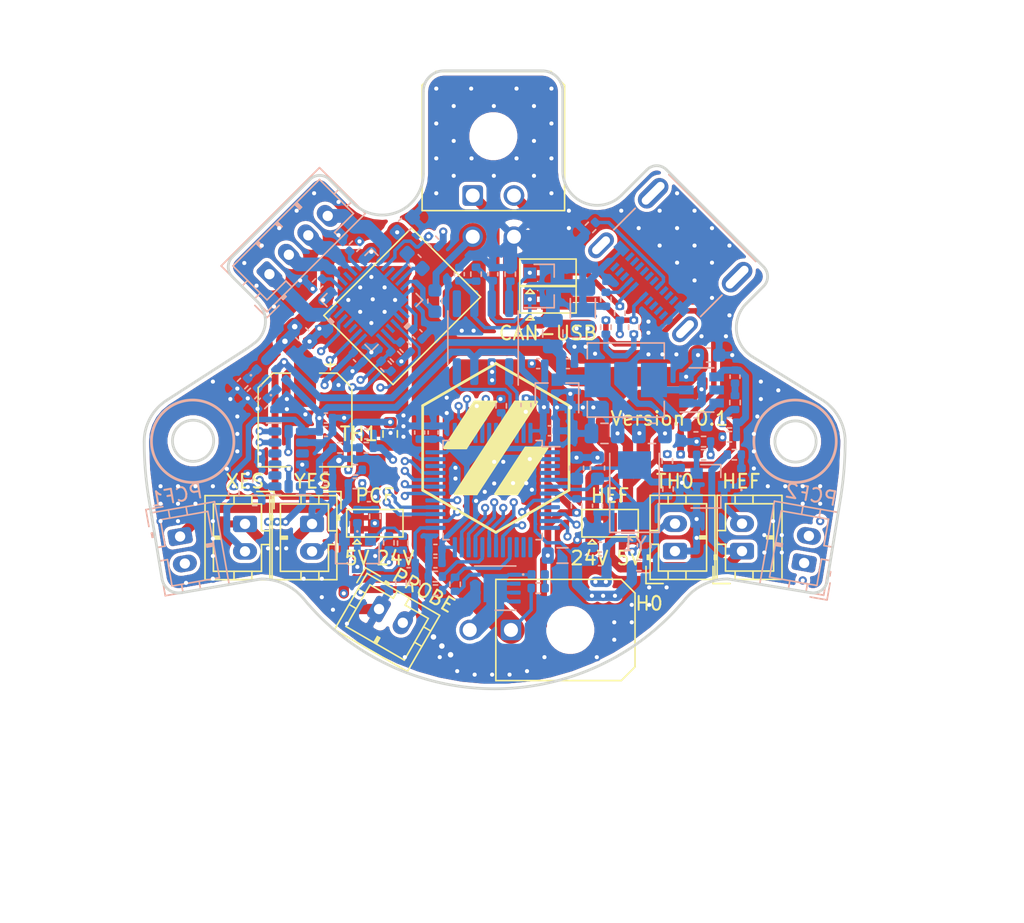
<source format=kicad_pcb>
(kicad_pcb (version 20171130) (host pcbnew "(5.1.10)-1")
  (layers (0 F.Cu power) (1 In1.Cu signal) (2 In2.Cu signal) (31 B.Cu power) (34 B.Paste user hide) (35 F.Paste user hide) (36 B.SilkS user hide) (37 F.SilkS user) (38 B.Mask user hide) (39 F.Mask user) (44 Edge.Cuts user))
  (net 0 "")
  (net 1 PD0)
  (net 2 GND)
  (net 3 PD1)
  (net 4 /NRST)
  (net 5 +3V3)
  (net 6 PROBE)
  (net 7 +24V)
  (net 8 AREF)
  (net 9 GNDA)
  (net 10 ENDSTOP2)
  (net 11 ENDSTOP1)
  (net 12 "Net-(C16-Pad2)")
  (net 13 "Net-(C16-Pad1)")
  (net 14 "Net-(C17-Pad2)")
  (net 15 "Net-(C17-Pad1)")
  (net 16 +5V)
  (net 17 "Net-(C27-Pad2)")
  (net 18 "Net-(C27-Pad1)")
  (net 19 "Net-(C28-Pad1)")
  (net 20 "Net-(C29-Pad2)")
  (net 21 TH0)
  (net 22 CANL)
  (net 23 CANH)
  (net 24 TH1)
  (net 25 "Net-(D1-Pad1)")
  (net 26 "Net-(D2-Pad1)")
  (net 27 "Net-(D3-Pad1)")
  (net 28 "Net-(D4-Pad1)")
  (net 29 "Net-(D5-Pad2)")
  (net 30 "Net-(D5-Pad1)")
  (net 31 "Net-(D6-Pad2)")
  (net 32 "Net-(D6-Pad1)")
  (net 33 "Net-(D7-Pad2)")
  (net 34 "Net-(D7-Pad1)")
  (net 35 SCLK)
  (net 36 SDI)
  (net 37 SDO)
  (net 38 "Net-(IC1-Pad11)")
  (net 39 "Net-(IC1-Pad10)")
  (net 40 "Net-(IC1-Pad9)")
  (net 41 ADXL-INT1)
  (net 42 ADXL-CS)
  (net 43 "Net-(IC1-Pad3)")
  (net 44 "Net-(J1-PadS1)")
  (net 45 "Net-(J1-PadB11)")
  (net 46 "Net-(J1-PadB10)")
  (net 47 "Net-(J1-PadB9)")
  (net 48 "Net-(J1-PadB8)")
  (net 49 "Net-(J1-PadB7)")
  (net 50 "Net-(J1-PadB6)")
  (net 51 "Net-(J1-PadB5)")
  (net 52 "Net-(J1-PadB4)")
  (net 53 "Net-(J1-PadB3)")
  (net 54 "Net-(J1-PadB2)")
  (net 55 "Net-(J1-PadA11)")
  (net 56 "Net-(J1-PadA10)")
  (net 57 "Net-(J1-PadA9)")
  (net 58 "Net-(J1-PadA8)")
  (net 59 DM)
  (net 60 DP)
  (net 61 "Net-(J1-PadA5)")
  (net 62 "Net-(J1-PadA4)")
  (net 63 "Net-(J1-PadA3)")
  (net 64 "Net-(J1-PadA2)")
  (net 65 "Net-(J2-Pad2)")
  (net 66 "Net-(J2-Pad1)")
  (net 67 "Net-(J3-Pad2)")
  (net 68 "Net-(J4-Pad2)")
  (net 69 "Net-(J5-Pad2)")
  (net 70 "Net-(J7-Pad1)")
  (net 71 "Net-(J8-Pad1)")
  (net 72 "Net-(J10-Pad2)")
  (net 73 A2)
  (net 74 A1)
  (net 75 B1)
  (net 76 B2)
  (net 77 "Net-(Q1-Pad2)")
  (net 78 "Net-(Q2-Pad2)")
  (net 79 "Net-(Q3-Pad2)")
  (net 80 /BOOT1)
  (net 81 /BOOT0)
  (net 82 USBDP)
  (net 83 USBDM)
  (net 84 LED0)
  (net 85 HEATER)
  (net 86 HE-FAN)
  (net 87 PC-FAN)
  (net 88 "Net-(R32-Pad1)")
  (net 89 ST_UART_RX)
  (net 90 ST_EN)
  (net 91 ST_UART_TX)
  (net 92 "Net-(R39-Pad1)")
  (net 93 "Net-(R41-Pad2)")
  (net 94 "Net-(R42-Pad2)")
  (net 95 "Net-(R43-Pad1)")
  (net 96 CAN_TX)
  (net 97 CAN_RX)
  (net 98 UART_RX)
  (net 99 UART_TX)
  (net 100 ST_DIR)
  (net 101 ST_STEP)
  (net 102 ST_DIAG)
  (net 103 SWCLK)
  (net 104 SWDIO)
  (net 105 "Net-(U1-Pad15)")
  (net 106 "Net-(U1-Pad14)")
  (net 107 "Net-(U1-Pad13)")
  (net 108 "Net-(U1-Pad12)")
  (net 109 "Net-(U1-Pad4)")
  (net 110 "Net-(U1-Pad3)")
  (net 111 "Net-(U2-Pad5)")
  (net 112 "Net-(U4-Pad25)")
  (net 113 "Net-(U4-Pad17)")
  (net 114 "Net-(U4-Pad12)")
  (net 115 "Net-(U5-Pad5)")
  (module Connector_Molex:Molex_Micro-Fit_3.0_43045-0200_2x01_P3.00mm_Horizontal (layer F.Cu) (at -21.9964 69.3928 270)
    (fp_text reference J6 hide)
    (fp_text value H0 (at -1.9304 -10.0584 180) (layer F.SilkS))
    (pad 2 thru_hole circle (at 0 3 270) (size 1.5 1.5) (drill 1.02) (layers *.Cu *.Mask) (net 30 "Net-(D5-Pad1)"))
    (pad 1 thru_hole roundrect (at 0 0 270) (size 1.5 1.5) (drill 1.02) (layers *.Cu *.Mask) (roundrect_rratio 0.1666666666666667) (net 7 +24V))
    (pad "" np_thru_hole circle (at 0 -4.32 270) (size 3 3) (drill 3) (layers *.Cu *.Mask))
  )
  (module Resistor_SMD:R_0402_1005Metric (layer B.Cu) (at -33.3248 58.7248 180)
    (fp_text reference R12 hide)
    (fp_text value 10k hide)
    (pad 2 smd roundrect (at 0.51 0 180) (size 0.54 0.64) (layers B.Cu B.Paste B.Mask) (net 68 "Net-(J4-Pad2)"))
    (pad 1 smd roundrect (at -0.51 0 180) (size 0.54 0.64) (layers B.Cu B.Paste B.Mask) (net 10 ENDSTOP2))
  )
  (module footprints:TMC2209-LA (layer B.Cu) (at -32.1437 45.3644 225)
    (fp_text reference U4 hide)
    (fp_text value TMC2209-LA hide)
    (pad 29 smd rect (at 0 0 225) (size 3.81 3.81) (layers B.Cu B.Mask) (net 2 GND))
    (pad 28 smd rect (at -1.5 2.4257 225) (size 0.254 0.762) (layers B.Cu B.Paste B.Mask) (net 7 +24V))
    (pad 27 smd rect (at -1.000001 2.4257 225) (size 0.254 0.762) (layers B.Cu B.Paste B.Mask) (net 93 "Net-(R41-Pad2)"))
    (pad 26 smd rect (at -0.499999 2.4257 225) (size 0.254 0.762) (layers B.Cu B.Paste B.Mask) (net 75 B1))
    (pad 25 smd rect (at 0 2.4257 225) (size 0.254 0.762) (layers B.Cu B.Paste B.Mask) (net 112 "Net-(U4-Pad25)"))
    (pad 24 smd rect (at 0.499999 2.4257 225) (size 0.254 0.762) (layers B.Cu B.Paste B.Mask) (net 74 A1))
    (pad 23 smd rect (at 1.000001 2.4257 225) (size 0.254 0.762) (layers B.Cu B.Paste B.Mask) (net 94 "Net-(R42-Pad2)"))
    (pad 22 smd rect (at 1.5 2.4257 225) (size 0.254 0.762) (layers B.Cu B.Paste B.Mask) (net 7 +24V))
    (pad 21 smd rect (at 2.4257 1.5 135) (size 0.254 0.762) (layers B.Cu B.Paste B.Mask) (net 73 A2))
    (pad 20 smd rect (at 2.4257 1.000001 135) (size 0.254 0.762) (layers B.Cu B.Paste B.Mask) (net 2 GND))
    (pad 19 smd rect (at 2.4257 0.499999 135) (size 0.254 0.762) (layers B.Cu B.Paste B.Mask) (net 100 ST_DIR))
    (pad 18 smd rect (at 2.4257 0 135) (size 0.254 0.762) (layers B.Cu B.Paste B.Mask) (net 2 GND))
    (pad 17 smd rect (at 2.4257 -0.499999 135) (size 0.254 0.762) (layers B.Cu B.Paste B.Mask) (net 113 "Net-(U4-Pad17)"))
    (pad 16 smd rect (at 2.4257 -1.000001 135) (size 0.254 0.762) (layers B.Cu B.Paste B.Mask) (net 101 ST_STEP))
    (pad 15 smd rect (at 2.4257 -1.5 135) (size 0.254 0.762) (layers B.Cu B.Paste B.Mask) (net 5 +3V3))
    (pad 14 smd rect (at 1.5 -2.4257 225) (size 0.254 0.762) (layers B.Cu B.Paste B.Mask) (net 89 ST_UART_RX))
    (pad 13 smd rect (at 1.000001 -2.4257 225) (size 0.254 0.762) (layers B.Cu B.Paste B.Mask) (net 88 "Net-(R32-Pad1)"))
    (pad 12 smd rect (at 0.499999 -2.4257 225) (size 0.254 0.762) (layers B.Cu B.Paste B.Mask) (net 114 "Net-(U4-Pad12)"))
    (pad 11 smd rect (at 0 -2.4257 225) (size 0.254 0.762) (layers B.Cu B.Paste B.Mask) (net 102 ST_DIAG))
    (pad 10 smd rect (at -0.499999 -2.4257 225) (size 0.254 0.762) (layers B.Cu B.Paste B.Mask) (net 2 GND))
    (pad 9 smd rect (at -1.000001 -2.4257 225) (size 0.254 0.762) (layers B.Cu B.Paste B.Mask) (net 2 GND))
    (pad 8 smd rect (at -1.5 -2.4257 225) (size 0.254 0.762) (layers B.Cu B.Paste B.Mask) (net 20 "Net-(C29-Pad2)"))
    (pad 7 smd rect (at -2.4257 -1.5 135) (size 0.254 0.762) (layers B.Cu B.Paste B.Mask) (net 2 GND))
    (pad 6 smd rect (at -2.4257 -1.000001 135) (size 0.254 0.762) (layers B.Cu B.Paste B.Mask) (net 19 "Net-(C28-Pad1)"))
    (pad 5 smd rect (at -2.4257 -0.499999 135) (size 0.254 0.762) (layers B.Cu B.Paste B.Mask) (net 17 "Net-(C27-Pad2)"))
    (pad 4 smd rect (at -2.4257 0 135) (size 0.254 0.762) (layers B.Cu B.Paste B.Mask) (net 18 "Net-(C27-Pad1)"))
    (pad 3 smd rect (at -2.4257 0.499999 135) (size 0.254 0.762) (layers B.Cu B.Paste B.Mask) (net 2 GND))
    (pad 2 smd rect (at -2.4257 1.000001 135) (size 0.254 0.762) (layers B.Cu B.Paste B.Mask) (net 90 ST_EN))
    (pad 1 smd rect (at -2.4257 1.5 135) (size 0.254 0.762) (layers B.Cu B.Paste B.Mask) (net 76 B2))
  )
  (module HuvudTiny2:DFN-8-1EP_3x3mm_P0.65mm_EP1.7x2.05mm (layer B.Cu) (at -23.1394 66.3448)
    (fp_text reference Q1 hide)
    (fp_text value AON7418-Huvud hide)
    (pad 3 smd rect (at 0 0) (size 1.7 2.05) (layers B.Cu B.Mask) (net 30 "Net-(D5-Pad1)"))
    (pad 3 smd roundrect (at 1.45 0.975) (size 0.8 0.3) (layers B.Cu B.Paste B.Mask) (net 30 "Net-(D5-Pad1)"))
    (pad 3 smd roundrect (at 1.45 0.325) (size 0.8 0.3) (layers B.Cu B.Paste B.Mask) (net 30 "Net-(D5-Pad1)"))
    (pad 3 smd roundrect (at 1.45 -0.325) (size 0.8 0.3) (layers B.Cu B.Paste B.Mask) (net 30 "Net-(D5-Pad1)"))
    (pad 3 smd roundrect (at 1.45 -0.975) (size 0.8 0.3) (layers B.Cu B.Paste B.Mask) (net 30 "Net-(D5-Pad1)"))
    (pad 2 smd roundrect (at -1.45 -0.975) (size 0.8 0.3) (layers B.Cu B.Paste B.Mask) (net 77 "Net-(Q1-Pad2)"))
    (pad 1 smd roundrect (at -1.45 -0.325) (size 0.8 0.3) (layers B.Cu B.Paste B.Mask) (net 2 GND))
    (pad 1 smd roundrect (at -1.45 0.325) (size 0.8 0.3) (layers B.Cu B.Paste B.Mask) (net 2 GND))
    (pad 1 smd roundrect (at -1.45 0.975) (size 0.8 0.3) (layers B.Cu B.Paste B.Mask) (net 2 GND))
  )
  (module Crystal:Crystal_SMD_5032-2Pin_5.0x3.2mm (layer B.Cu) (at -13.0048 59.2328 90)
    (fp_text reference Y1 (at -3.8989 -0.0127) (layer B.SilkS) (effects (justify mirror)))
    (fp_text value "8 MHz" hide)
    (pad 2 smd rect (at 1.85 0 90) (size 2 2.4) (layers B.Cu B.Paste B.Mask) (net 1 PD0))
    (pad 1 smd rect (at -1.85 0 90) (size 2 2.4) (layers B.Cu B.Paste B.Mask) (net 3 PD1))
  )
  (module Package_SO:SOIC-8_3.9x4.9mm_P1.27mm (layer B.Cu) (at -24.0284 48.1076 90)
    (fp_text reference U5 hide)
    (fp_text value SN65HVD230 hide)
    (pad 8 smd roundrect (at 2.475 1.905 90) (size 1.95 0.6) (layers B.Cu B.Paste B.Mask) (net 95 "Net-(R43-Pad1)"))
    (pad 7 smd roundrect (at 2.475 0.635 90) (size 1.95 0.6) (layers B.Cu B.Paste B.Mask) (net 23 CANH))
    (pad 6 smd roundrect (at 2.475 -0.635 90) (size 1.95 0.6) (layers B.Cu B.Paste B.Mask) (net 22 CANL))
    (pad 5 smd roundrect (at 2.475 -1.905 90) (size 1.95 0.6) (layers B.Cu B.Paste B.Mask) (net 115 "Net-(U5-Pad5)"))
    (pad 4 smd roundrect (at -2.475 -1.905 90) (size 1.95 0.6) (layers B.Cu B.Paste B.Mask) (net 97 CAN_RX))
    (pad 3 smd roundrect (at -2.475 -0.635 90) (size 1.95 0.6) (layers B.Cu B.Paste B.Mask) (net 5 +3V3))
    (pad 2 smd roundrect (at -2.475 0.635 90) (size 1.95 0.6) (layers B.Cu B.Paste B.Mask) (net 2 GND))
    (pad 1 smd roundrect (at -2.475 1.905 90) (size 1.95 0.6) (layers B.Cu B.Paste B.Mask) (net 96 CAN_TX))
  )
  (module Package_TO_SOT_SMD:SOT-23 (layer B.Cu) (at -18.6436 52.1716 90)
    (fp_text reference U3 hide)
    (fp_text value XC6206PxxxMR hide)
    (pad 3 smd rect (at 1 0 90) (size 0.9 0.8) (layers B.Cu B.Paste B.Mask) (net 16 +5V))
    (pad 2 smd rect (at -1 -0.95 90) (size 0.9 0.8) (layers B.Cu B.Paste B.Mask) (net 5 +3V3))
    (pad 1 smd rect (at -1 0.95 90) (size 0.9 0.8) (layers B.Cu B.Paste B.Mask) (net 2 GND))
  )
  (module Package_TO_SOT_SMD:SOT-23-6 (layer B.Cu) (at -8.128 51.9176)
    (fp_text reference U2 hide)
    (fp_text value TPS54202DDC hide)
    (pad 5 smd rect (at 1.1 0) (size 1.06 0.65) (layers B.Cu B.Paste B.Mask) (net 111 "Net-(U2-Pad5)"))
    (pad 6 smd rect (at 1.1 0.95) (size 1.06 0.65) (layers B.Cu B.Paste B.Mask) (net 13 "Net-(C16-Pad1)"))
    (pad 4 smd rect (at 1.1 -0.95) (size 1.06 0.65) (layers B.Cu B.Paste B.Mask) (net 14 "Net-(C17-Pad2)"))
    (pad 3 smd rect (at -1.1 -0.95) (size 1.06 0.65) (layers B.Cu B.Paste B.Mask) (net 7 +24V))
    (pad 2 smd rect (at -1.1 0) (size 1.06 0.65) (layers B.Cu B.Paste B.Mask) (net 12 "Net-(C16-Pad2)"))
    (pad 1 smd rect (at -1.1 0.95) (size 1.06 0.65) (layers B.Cu B.Paste B.Mask) (net 2 GND))
  )
  (module Package_QFP:LQFP-48_7x7mm_P0.5mm (layer B.Cu) (at -23.3299 59.2074 180)
    (fp_text reference U1 hide)
    (fp_text value STM32F103C8Tx hide)
    (pad 48 smd roundrect (at -2.75 4.1625 180) (size 0.3 1.475) (layers B.Cu B.Paste B.Mask) (net 5 +3V3))
    (pad 47 smd roundrect (at -2.25 4.1625 180) (size 0.3 1.475) (layers B.Cu B.Paste B.Mask) (net 2 GND))
    (pad 46 smd roundrect (at -1.75 4.1625 180) (size 0.3 1.475) (layers B.Cu B.Paste B.Mask) (net 96 CAN_TX))
    (pad 45 smd roundrect (at -1.25 4.1625 180) (size 0.3 1.475) (layers B.Cu B.Paste B.Mask) (net 97 CAN_RX))
    (pad 44 smd roundrect (at -0.75 4.1625 180) (size 0.3 1.475) (layers B.Cu B.Paste B.Mask) (net 81 /BOOT0))
    (pad 43 smd roundrect (at -0.25 4.1625 180) (size 0.3 1.475) (layers B.Cu B.Paste B.Mask) (net 98 UART_RX))
    (pad 42 smd roundrect (at 0.25 4.1625 180) (size 0.3 1.475) (layers B.Cu B.Paste B.Mask) (net 99 UART_TX))
    (pad 41 smd roundrect (at 0.75 4.1625 180) (size 0.3 1.475) (layers B.Cu B.Paste B.Mask) (net 90 ST_EN))
    (pad 40 smd roundrect (at 1.25 4.1625 180) (size 0.3 1.475) (layers B.Cu B.Paste B.Mask) (net 100 ST_DIR))
    (pad 39 smd roundrect (at 1.75 4.1625 180) (size 0.3 1.475) (layers B.Cu B.Paste B.Mask) (net 101 ST_STEP))
    (pad 38 smd roundrect (at 2.25 4.1625 180) (size 0.3 1.475) (layers B.Cu B.Paste B.Mask) (net 102 ST_DIAG))
    (pad 37 smd roundrect (at 2.75 4.1625 180) (size 0.3 1.475) (layers B.Cu B.Paste B.Mask) (net 103 SWCLK))
    (pad 36 smd roundrect (at 4.1625 2.75 180) (size 1.475 0.3) (layers B.Cu B.Paste B.Mask) (net 5 +3V3))
    (pad 35 smd roundrect (at 4.1625 2.25 180) (size 1.475 0.3) (layers B.Cu B.Paste B.Mask) (net 2 GND))
    (pad 34 smd roundrect (at 4.1625 1.75 180) (size 1.475 0.3) (layers B.Cu B.Paste B.Mask) (net 104 SWDIO))
    (pad 33 smd roundrect (at 4.1625 1.25 180) (size 1.475 0.3) (layers B.Cu B.Paste B.Mask) (net 82 USBDP))
    (pad 32 smd roundrect (at 4.1625 0.75 180) (size 1.475 0.3) (layers B.Cu B.Paste B.Mask) (net 83 USBDM))
    (pad 31 smd roundrect (at 4.1625 0.25 180) (size 1.475 0.3) (layers B.Cu B.Paste B.Mask) (net 89 ST_UART_RX))
    (pad 30 smd roundrect (at 4.1625 -0.25 180) (size 1.475 0.3) (layers B.Cu B.Paste B.Mask) (net 91 ST_UART_TX))
    (pad 29 smd roundrect (at 4.1625 -0.75 180) (size 1.475 0.3) (layers B.Cu B.Paste B.Mask) (net 86 HE-FAN))
    (pad 28 smd roundrect (at 4.1625 -1.25 180) (size 1.475 0.3) (layers B.Cu B.Paste B.Mask) (net 36 SDI))
    (pad 27 smd roundrect (at 4.1625 -1.75 180) (size 1.475 0.3) (layers B.Cu B.Paste B.Mask) (net 37 SDO))
    (pad 26 smd roundrect (at 4.1625 -2.25 180) (size 1.475 0.3) (layers B.Cu B.Paste B.Mask) (net 35 SCLK))
    (pad 25 smd roundrect (at 4.1625 -2.75 180) (size 1.475 0.3) (layers B.Cu B.Paste B.Mask) (net 6 PROBE))
    (pad 24 smd roundrect (at 2.75 -4.1625 180) (size 0.3 1.475) (layers B.Cu B.Paste B.Mask) (net 5 +3V3))
    (pad 23 smd roundrect (at 2.25 -4.1625 180) (size 0.3 1.475) (layers B.Cu B.Paste B.Mask) (net 2 GND))
    (pad 22 smd roundrect (at 1.75 -4.1625 180) (size 0.3 1.475) (layers B.Cu B.Paste B.Mask) (net 10 ENDSTOP2))
    (pad 21 smd roundrect (at 1.25 -4.1625 180) (size 0.3 1.475) (layers B.Cu B.Paste B.Mask) (net 11 ENDSTOP1))
    (pad 20 smd roundrect (at 0.75 -4.1625 180) (size 0.3 1.475) (layers B.Cu B.Paste B.Mask) (net 80 /BOOT1))
    (pad 19 smd roundrect (at 0.25 -4.1625 180) (size 0.3 1.475) (layers B.Cu B.Paste B.Mask) (net 42 ADXL-CS))
    (pad 18 smd roundrect (at -0.25 -4.1625 180) (size 0.3 1.475) (layers B.Cu B.Paste B.Mask) (net 41 ADXL-INT1))
    (pad 17 smd roundrect (at -0.75 -4.1625 180) (size 0.3 1.475) (layers B.Cu B.Paste B.Mask) (net 87 PC-FAN))
    (pad 16 smd roundrect (at -1.25 -4.1625 180) (size 0.3 1.475) (layers B.Cu B.Paste B.Mask) (net 85 HEATER))
    (pad 15 smd roundrect (at -1.75 -4.1625 180) (size 0.3 1.475) (layers B.Cu B.Paste B.Mask) (net 105 "Net-(U1-Pad15)"))
    (pad 14 smd roundrect (at -2.25 -4.1625 180) (size 0.3 1.475) (layers B.Cu B.Paste B.Mask) (net 106 "Net-(U1-Pad14)"))
    (pad 13 smd roundrect (at -2.75 -4.1625 180) (size 0.3 1.475) (layers B.Cu B.Paste B.Mask) (net 107 "Net-(U1-Pad13)"))
    (pad 12 smd roundrect (at -4.1625 -2.75 180) (size 1.475 0.3) (layers B.Cu B.Paste B.Mask) (net 108 "Net-(U1-Pad12)"))
    (pad 11 smd roundrect (at -4.1625 -2.25 180) (size 1.475 0.3) (layers B.Cu B.Paste B.Mask) (net 24 TH1))
    (pad 10 smd roundrect (at -4.1625 -1.75 180) (size 1.475 0.3) (layers B.Cu B.Paste B.Mask) (net 21 TH0))
    (pad 9 smd roundrect (at -4.1625 -1.25 180) (size 1.475 0.3) (layers B.Cu B.Paste B.Mask) (net 8 AREF))
    (pad 8 smd roundrect (at -4.1625 -0.75 180) (size 1.475 0.3) (layers B.Cu B.Paste B.Mask) (net 9 GNDA))
    (pad 7 smd roundrect (at -4.1625 -0.25 180) (size 1.475 0.3) (layers B.Cu B.Paste B.Mask) (net 4 /NRST))
    (pad 6 smd roundrect (at -4.1625 0.25 180) (size 1.475 0.3) (layers B.Cu B.Paste B.Mask) (net 3 PD1))
    (pad 5 smd roundrect (at -4.1625 0.75 180) (size 1.475 0.3) (layers B.Cu B.Paste B.Mask) (net 1 PD0))
    (pad 4 smd roundrect (at -4.1625 1.25 180) (size 1.475 0.3) (layers B.Cu B.Paste B.Mask) (net 109 "Net-(U1-Pad4)"))
    (pad 3 smd roundrect (at -4.1625 1.75 180) (size 1.475 0.3) (layers B.Cu B.Paste B.Mask) (net 110 "Net-(U1-Pad3)"))
    (pad 2 smd roundrect (at -4.1625 2.25 180) (size 1.475 0.3) (layers B.Cu B.Paste B.Mask) (net 84 LED0))
    (pad 1 smd roundrect (at -4.1625 2.75 180) (size 1.475 0.3) (layers B.Cu B.Paste B.Mask) (net 5 +3V3))
  )
  (module Resistor_SMD:R_0603_1608Metric (layer F.Cu) (at -30.7848 55.118 270)
    (fp_text reference TH1 (at 0 2.286 180) (layer F.SilkS))
    (fp_text value Thermistor_NTC hide)
    (pad 2 smd roundrect (at 0.825 0 270) (size 0.8 0.95) (layers F.Cu F.Paste F.Mask) (net 9 GNDA))
    (pad 1 smd roundrect (at -0.825 0 270) (size 0.8 0.95) (layers F.Cu F.Paste F.Mask) (net 92 "Net-(R39-Pad1)"))
  )
  (module Resistor_SMD:R_0402_1005Metric (layer B.Cu) (at -22.0472 43.4848 90)
    (fp_text reference R43 hide)
    (fp_text value 1k hide)
    (pad 2 smd roundrect (at 0.51 0 90) (size 0.54 0.64) (layers B.Cu B.Paste B.Mask) (net 2 GND))
    (pad 1 smd roundrect (at -0.51 0 90) (size 0.54 0.64) (layers B.Cu B.Paste B.Mask) (net 95 "Net-(R43-Pad1)"))
  )
  (module Resistor_SMD:R_0402_1005Metric (layer B.Cu) (at -36.068 44.196 45)
    (fp_text reference R42 hide)
    (fp_text value "0.100 1%" hide)
    (pad 2 smd roundrect (at 0.51 0 45) (size 0.54 0.64) (layers B.Cu B.Paste B.Mask) (net 94 "Net-(R42-Pad2)"))
    (pad 1 smd roundrect (at -0.51 0 45) (size 0.54 0.64) (layers B.Cu B.Paste B.Mask) (net 2 GND))
  )
  (module Resistor_SMD:R_0402_1005Metric (layer B.Cu) (at -33.3756 41.4528 225)
    (fp_text reference R41 hide)
    (fp_text value "0.100 1%" hide)
    (pad 2 smd roundrect (at 0.51 0 225) (size 0.54 0.64) (layers B.Cu B.Paste B.Mask) (net 93 "Net-(R41-Pad2)"))
    (pad 1 smd roundrect (at -0.51 0 225) (size 0.54 0.64) (layers B.Cu B.Paste B.Mask) (net 2 GND))
  )
  (module Resistor_SMD:R_0402_1005Metric (layer B.Cu) (at -32.525 56.125)
    (fp_text reference R40 hide)
    (fp_text value 10k hide)
    (pad 2 smd roundrect (at 0.51 0) (size 0.54 0.64) (layers B.Cu B.Paste B.Mask) (net 24 TH1))
    (pad 1 smd roundrect (at -0.51 0) (size 0.54 0.64) (layers B.Cu B.Paste B.Mask) (net 92 "Net-(R39-Pad1)"))
  )
  (module Resistor_SMD:R_0402_1005Metric (layer B.Cu) (at -34.45 56.125 180)
    (fp_text reference R39 hide)
    (fp_text value 2.2k hide)
    (pad 2 smd roundrect (at 0.51 0 180) (size 0.54 0.64) (layers B.Cu B.Paste B.Mask) (net 8 AREF))
    (pad 1 smd roundrect (at -0.51 0 180) (size 0.54 0.64) (layers B.Cu B.Paste B.Mask) (net 92 "Net-(R39-Pad1)"))
  )
  (module Resistor_SMD:R_0402_1005Metric (layer B.Cu) (at -24.5364 43.4848 90)
    (fp_text reference R38 hide)
    (fp_text value 120 hide)
    (pad 2 smd roundrect (at 0.51 0 90) (size 0.54 0.64) (layers B.Cu B.Paste B.Mask) (net 23 CANH))
    (pad 1 smd roundrect (at -0.51 0 90) (size 0.54 0.64) (layers B.Cu B.Paste B.Mask) (net 22 CANL))
  )
  (module Resistor_SMD:R_0402_1005Metric (layer B.Cu) (at -12.1793 63.246 90)
    (fp_text reference R37 hide)
    (fp_text value 10k hide)
    (pad 2 smd roundrect (at 0.51 0 90) (size 0.54 0.64) (layers B.Cu B.Paste B.Mask) (net 21 TH0))
    (pad 1 smd roundrect (at -0.51 0 90) (size 0.54 0.64) (layers B.Cu B.Paste B.Mask) (net 72 "Net-(J10-Pad2)"))
  )
  (module Resistor_SMD:R_0402_1005Metric (layer B.Cu) (at -12.6873 64.6938 180)
    (fp_text reference R36 hide)
    (fp_text value 2.2k hide)
    (pad 2 smd roundrect (at 0.51 0 180) (size 0.54 0.64) (layers B.Cu B.Paste B.Mask) (net 8 AREF))
    (pad 1 smd roundrect (at -0.51 0 180) (size 0.54 0.64) (layers B.Cu B.Paste B.Mask) (net 72 "Net-(J10-Pad2)"))
  )
  (module Resistor_SMD:R_0402_1005Metric (layer B.Cu) (at -31.0896 50.1904 315)
    (fp_text reference R35 hide)
    (fp_text value 1k hide)
    (pad 2 smd roundrect (at 0.51 0 315) (size 0.54 0.64) (layers B.Cu B.Paste B.Mask) (net 91 ST_UART_TX))
    (pad 1 smd roundrect (at -0.51 0 315) (size 0.54 0.64) (layers B.Cu B.Paste B.Mask) (net 89 ST_UART_RX))
  )
  (module Resistor_SMD:R_0402_1005Metric (layer B.Cu) (at -27.6352 41.0972 315)
    (fp_text reference R34 hide)
    (fp_text value 22k hide)
    (pad 2 smd roundrect (at 0.51 0 315) (size 0.54 0.64) (layers B.Cu B.Paste B.Mask) (net 5 +3V3))
    (pad 1 smd roundrect (at -0.51 0 315) (size 0.54 0.64) (layers B.Cu B.Paste B.Mask) (net 90 ST_EN))
  )
  (module Resistor_SMD:R_0402_1005Metric (layer B.Cu) (at -30.3911 49.4919 315)
    (fp_text reference R33 hide)
    (fp_text value 22k hide)
    (pad 2 smd roundrect (at 0.51 0 315) (size 0.54 0.64) (layers B.Cu B.Paste B.Mask) (net 2 GND))
    (pad 1 smd roundrect (at -0.51 0 315) (size 0.54 0.64) (layers B.Cu B.Paste B.Mask) (net 89 ST_UART_RX))
  )
  (module Resistor_SMD:R_0402_1005Metric (layer B.Cu) (at -29.6926 48.7934 315)
    (fp_text reference R32 hide)
    (fp_text value 22k hide)
    (pad 2 smd roundrect (at 0.51 0 315) (size 0.54 0.64) (layers B.Cu B.Paste B.Mask) (net 2 GND))
    (pad 1 smd roundrect (at -0.51 0 315) (size 0.54 0.64) (layers B.Cu B.Paste B.Mask) (net 88 "Net-(R32-Pad1)"))
  )
  (module Resistor_SMD:R_0402_1005Metric (layer B.Cu) (at -31.9 61.125 90)
    (fp_text reference R31 hide)
    (fp_text value 10k hide)
    (pad 2 smd roundrect (at 0.51 0 90) (size 0.54 0.64) (layers B.Cu B.Paste B.Mask) (net 33 "Net-(D7-Pad2)"))
    (pad 1 smd roundrect (at -0.51 0 90) (size 0.54 0.64) (layers B.Cu B.Paste B.Mask) (net 71 "Net-(J8-Pad1)"))
  )
  (module Resistor_SMD:R_0402_1005Metric (layer B.Cu) (at -5.73786 56.62676)
    (fp_text reference R30 hide)
    (fp_text value 10k hide)
    (pad 2 smd roundrect (at 0.51 0) (size 0.54 0.64) (layers B.Cu B.Paste B.Mask) (net 31 "Net-(D6-Pad2)"))
    (pad 1 smd roundrect (at -0.51 0) (size 0.54 0.64) (layers B.Cu B.Paste B.Mask) (net 70 "Net-(J7-Pad1)"))
  )
  (module Resistor_SMD:R_0402_1005Metric (layer B.Cu) (at -20.0152 66.3448)
    (fp_text reference R29 hide)
    (fp_text value 10k hide)
    (pad 2 smd roundrect (at 0.51 0) (size 0.54 0.64) (layers B.Cu B.Paste B.Mask) (net 29 "Net-(D5-Pad2)"))
    (pad 1 smd roundrect (at -0.51 0) (size 0.54 0.64) (layers B.Cu B.Paste B.Mask) (net 7 +24V))
  )
  (module Resistor_SMD:R_0402_1005Metric (layer B.Cu) (at -6.096 55.3212 180)
    (fp_text reference R28 hide)
    (fp_text value 13.7k hide)
    (pad 2 smd roundrect (at 0.51 0 180) (size 0.54 0.64) (layers B.Cu B.Paste B.Mask) (net 2 GND))
    (pad 1 smd roundrect (at -0.51 0 180) (size 0.54 0.64) (layers B.Cu B.Paste B.Mask) (net 14 "Net-(C17-Pad2)"))
  )
  (module Resistor_SMD:R_0402_1005Metric (layer B.Cu) (at -6.096 54.3052)
    (fp_text reference R27 hide)
    (fp_text value 100k hide)
    (pad 2 smd roundrect (at 0.51 0) (size 0.54 0.64) (layers B.Cu B.Paste B.Mask) (net 14 "Net-(C17-Pad2)"))
    (pad 1 smd roundrect (at -0.51 0) (size 0.54 0.64) (layers B.Cu B.Paste B.Mask) (net 16 +5V))
  )
  (module Resistor_SMD:R_0402_1005Metric (layer B.Cu) (at -30.8864 63.0428 270)
    (fp_text reference R26 hide)
    (fp_text value 10k hide)
    (pad 2 smd roundrect (at 0.51 0 270) (size 0.54 0.64) (layers B.Cu B.Paste B.Mask) (net 87 PC-FAN))
    (pad 1 smd roundrect (at -0.51 0 270) (size 0.54 0.64) (layers B.Cu B.Paste B.Mask) (net 2 GND))
  )
  (module Resistor_SMD:R_0402_1005Metric (layer B.Cu) (at -29.8704 63.0682 270)
    (fp_text reference R25 hide)
    (fp_text value 22 hide)
    (pad 2 smd roundrect (at 0.51 0 270) (size 0.54 0.64) (layers B.Cu B.Paste B.Mask) (net 87 PC-FAN))
    (pad 1 smd roundrect (at -0.51 0 270) (size 0.54 0.64) (layers B.Cu B.Paste B.Mask) (net 79 "Net-(Q3-Pad2)"))
  )
  (module Resistor_SMD:R_0402_1005Metric (layer B.Cu) (at -7.9756 55.6768)
    (fp_text reference R24 hide)
    (fp_text value 10k hide)
    (pad 2 smd roundrect (at 0.51 0) (size 0.54 0.64) (layers B.Cu B.Paste B.Mask) (net 86 HE-FAN))
    (pad 1 smd roundrect (at -0.51 0) (size 0.54 0.64) (layers B.Cu B.Paste B.Mask) (net 2 GND))
  )
  (module Resistor_SMD:R_0402_1005Metric (layer B.Cu) (at -7.9756 56.642)
    (fp_text reference R23 hide)
    (fp_text value 22 hide)
    (pad 2 smd roundrect (at 0.51 0) (size 0.54 0.64) (layers B.Cu B.Paste B.Mask) (net 86 HE-FAN))
    (pad 1 smd roundrect (at -0.51 0) (size 0.54 0.64) (layers B.Cu B.Paste B.Mask) (net 78 "Net-(Q2-Pad2)"))
  )
  (module Resistor_SMD:R_0402_1005Metric (layer B.Cu) (at -27.4848 66.4972)
    (fp_text reference R22 hide)
    (fp_text value 10k hide)
    (pad 2 smd roundrect (at 0.51 0) (size 0.54 0.64) (layers B.Cu B.Paste B.Mask) (net 85 HEATER))
    (pad 1 smd roundrect (at -0.51 0) (size 0.54 0.64) (layers B.Cu B.Paste B.Mask) (net 2 GND))
  )
  (module Resistor_SMD:R_0402_1005Metric (layer B.Cu) (at -26.0604 66.0654 90)
    (fp_text reference R21 hide)
    (fp_text value 22 hide)
    (pad 2 smd roundrect (at 0.51 0 90) (size 0.54 0.64) (layers B.Cu B.Paste B.Mask) (net 85 HEATER))
    (pad 1 smd roundrect (at -0.51 0 90) (size 0.54 0.64) (layers B.Cu B.Paste B.Mask) (net 77 "Net-(Q1-Pad2)"))
  )
  (module Resistor_SMD:R_0402_1005Metric (layer B.Cu) (at -5.6896 52.832 90)
    (fp_text reference R20 hide)
    (fp_text value 2.2k hide)
    (pad 2 smd roundrect (at 0.51 0 90) (size 0.54 0.64) (layers B.Cu B.Paste B.Mask) (net 15 "Net-(C17-Pad1)"))
    (pad 1 smd roundrect (at -0.51 0 90) (size 0.54 0.64) (layers B.Cu B.Paste B.Mask) (net 16 +5V))
  )
  (module Resistor_SMD:R_0402_1005Metric (layer B.Cu) (at -42.164 59.436 270)
    (fp_text reference R19 hide)
    (fp_text value 10k hide)
    (pad 2 smd roundrect (at 0.51 0 270) (size 0.54 0.64) (layers B.Cu B.Paste B.Mask) (net 69 "Net-(J5-Pad2)"))
    (pad 1 smd roundrect (at -0.51 0 270) (size 0.54 0.64) (layers B.Cu B.Paste B.Mask) (net 5 +3V3))
  )
  (module Resistor_SMD:R_0402_1005Metric (layer B.Cu) (at -40.075 52.9 45)
    (fp_text reference R18 hide)
    (fp_text value 470 hide)
    (pad 2 smd roundrect (at 0.51 0 45) (size 0.54 0.64) (layers B.Cu B.Paste B.Mask) (net 28 "Net-(D4-Pad1)"))
    (pad 1 smd roundrect (at -0.51 0 45) (size 0.54 0.64) (layers B.Cu B.Paste B.Mask) (net 2 GND))
  )
  (module Resistor_SMD:R_0402_1005Metric (layer B.Cu) (at -41.525 51.45 45)
    (fp_text reference R17 hide)
    (fp_text value 10k hide)
    (pad 2 smd roundrect (at 0.51 0 45) (size 0.54 0.64) (layers B.Cu B.Paste B.Mask) (net 27 "Net-(D3-Pad1)"))
    (pad 1 smd roundrect (at -0.51 0 45) (size 0.54 0.64) (layers B.Cu B.Paste B.Mask) (net 2 GND))
  )
  (module Resistor_SMD:R_0402_1005Metric (layer B.Cu) (at -40.64 59.95 180)
    (fp_text reference R16 hide)
    (fp_text value 10k hide)
    (pad 2 smd roundrect (at 0.51 0 180) (size 0.54 0.64) (layers B.Cu B.Paste B.Mask) (net 69 "Net-(J5-Pad2)"))
    (pad 1 smd roundrect (at -0.51 0 180) (size 0.54 0.64) (layers B.Cu B.Paste B.Mask) (net 11 ENDSTOP1))
  )
  (module Resistor_SMD:R_0402_1005Metric (layer B.Cu) (at -10.6172 57.0992 270)
    (fp_text reference R15 hide)
    (fp_text value 470 hide)
    (pad 2 smd roundrect (at 0.51 0 270) (size 0.54 0.64) (layers B.Cu B.Paste B.Mask) (net 26 "Net-(D2-Pad1)"))
    (pad 1 smd roundrect (at -0.51 0 270) (size 0.54 0.64) (layers B.Cu B.Paste B.Mask) (net 84 LED0))
  )
  (module Resistor_SMD:R_0402_1005Metric (layer B.Cu) (at -40.8 52.175 45)
    (fp_text reference R14 hide)
    (fp_text value 1k hide)
    (pad 2 smd roundrect (at 0.51 0 45) (size 0.54 0.64) (layers B.Cu B.Paste B.Mask) (net 25 "Net-(D1-Pad1)"))
    (pad 1 smd roundrect (at -0.51 0 45) (size 0.54 0.64) (layers B.Cu B.Paste B.Mask) (net 2 GND))
  )
  (module Resistor_SMD:R_0402_1005Metric (layer B.Cu) (at -33.3248 57.7342)
    (fp_text reference R13 hide)
    (fp_text value 10k hide)
    (pad 2 smd roundrect (at 0.51 0) (size 0.54 0.64) (layers B.Cu B.Paste B.Mask) (net 68 "Net-(J4-Pad2)"))
    (pad 1 smd roundrect (at -0.51 0) (size 0.54 0.64) (layers B.Cu B.Paste B.Mask) (net 5 +3V3))
  )
  (module Resistor_SMD:R_0402_1005Metric (layer B.Cu) (at -30 65.95 270)
    (fp_text reference R11 hide)
    (fp_text value 10k hide)
    (pad 2 smd roundrect (at 0.51 0 270) (size 0.54 0.64) (layers B.Cu B.Paste B.Mask) (net 67 "Net-(J3-Pad2)"))
    (pad 1 smd roundrect (at -0.51 0 270) (size 0.54 0.64) (layers B.Cu B.Paste B.Mask) (net 5 +3V3))
  )
  (module Resistor_SMD:R_0402_1005Metric (layer B.Cu) (at -29 65.95 270)
    (fp_text reference R10 hide)
    (fp_text value 10k hide)
    (pad 2 smd roundrect (at 0.51 0 270) (size 0.54 0.64) (layers B.Cu B.Paste B.Mask) (net 67 "Net-(J3-Pad2)"))
    (pad 1 smd roundrect (at -0.51 0 270) (size 0.54 0.64) (layers B.Cu B.Paste B.Mask) (net 6 PROBE))
  )
  (module Resistor_SMD:R_0402_1005Metric (layer B.Cu) (at -15.0876 47.3456 270)
    (fp_text reference R9 hide)
    (fp_text value 2.2k hide)
    (pad 2 smd roundrect (at 0.51 0 270) (size 0.54 0.64) (layers B.Cu B.Paste B.Mask) (net 83 USBDM))
    (pad 1 smd roundrect (at -0.51 0 270) (size 0.54 0.64) (layers B.Cu B.Paste B.Mask) (net 5 +3V3))
  )
  (module Resistor_SMD:R_0402_1005Metric (layer B.Cu) (at -13.0556 47.3456 270)
    (fp_text reference R8 hide)
    (fp_text value 22 hide)
    (pad 2 smd roundrect (at 0.51 0 270) (size 0.54 0.64) (layers B.Cu B.Paste B.Mask) (net 83 USBDM))
    (pad 1 smd roundrect (at -0.51 0 270) (size 0.54 0.64) (layers B.Cu B.Paste B.Mask) (net 59 DM))
  )
  (module Resistor_SMD:R_0402_1005Metric (layer B.Cu) (at -14.0716 46.3296 270)
    (fp_text reference R7 hide)
    (fp_text value 22 hide)
    (pad 2 smd roundrect (at 0.51 0 270) (size 0.54 0.64) (layers B.Cu B.Paste B.Mask) (net 82 USBDP))
    (pad 1 smd roundrect (at -0.51 0 270) (size 0.54 0.64) (layers B.Cu B.Paste B.Mask) (net 60 DP))
  )
  (module Resistor_SMD:R_0402_1005Metric (layer B.Cu) (at -22.7076 53.0733 90)
    (fp_text reference R6 hide)
    (fp_text value 10k hide)
    (pad 2 smd roundrect (at 0.51 0 90) (size 0.54 0.64) (layers B.Cu B.Paste B.Mask) (net 2 GND))
    (pad 1 smd roundrect (at -0.51 0 90) (size 0.54 0.64) (layers B.Cu B.Paste B.Mask) (net 81 /BOOT0))
  )
  (module Resistor_SMD:R_0402_1005Metric (layer B.Cu) (at -17.2212 60.3504 270)
    (fp_text reference R5 hide)
    (fp_text value 10k hide)
    (pad 1 smd roundrect (at -0.51 0 270) (size 0.54 0.64) (layers B.Cu B.Paste B.Mask) (net 4 /NRST))
    (pad 2 smd roundrect (at 0.51 0 270) (size 0.54 0.64) (layers B.Cu B.Paste B.Mask) (net 5 +3V3))
  )
  (module Resistor_SMD:R_0402_1005Metric (layer B.Cu) (at -27.5 65.5 180)
    (fp_text reference R4 hide)
    (fp_text value 10k hide)
    (pad 2 smd roundrect (at 0.51 0 180) (size 0.54 0.64) (layers B.Cu B.Paste B.Mask) (net 2 GND))
    (pad 1 smd roundrect (at -0.51 0 180) (size 0.54 0.64) (layers B.Cu B.Paste B.Mask) (net 80 /BOOT1))
  )
  (module Resistor_SMD:R_0402_1005Metric (layer B.Cu) (at -10.5664 59.1312 90)
    (fp_text reference R3 hide)
    (fp_text value 1M hide)
    (pad 2 smd roundrect (at 0.51 0 90) (size 0.54 0.64) (layers B.Cu B.Paste B.Mask) (net 1 PD0))
    (pad 1 smd roundrect (at -0.51 0 90) (size 0.54 0.64) (layers B.Cu B.Paste B.Mask) (net 3 PD1))
  )
  (module Resistor_SMD:R_0402_1005Metric (layer B.Cu) (at -16.2052 40.0812 45)
    (fp_text reference R2 hide)
    (fp_text value 5.1k hide)
    (pad 2 smd roundrect (at 0.51 0 45) (size 0.54 0.64) (layers B.Cu B.Paste B.Mask) (net 51 "Net-(J1-PadB5)"))
    (pad 1 smd roundrect (at -0.51 0 45) (size 0.54 0.64) (layers B.Cu B.Paste B.Mask) (net 2 GND))
  )
  (module Resistor_SMD:R_0402_1005Metric (layer B.Cu) (at -15.0876 45.3136 270)
    (fp_text reference R1 hide)
    (fp_text value 5.1k hide)
    (pad 2 smd roundrect (at 0.51 0 270) (size 0.54 0.64) (layers B.Cu B.Paste B.Mask) (net 2 GND))
    (pad 1 smd roundrect (at -0.51 0 270) (size 0.54 0.64) (layers B.Cu B.Paste B.Mask) (net 61 "Net-(J1-PadA5)"))
  )
  (module Package_TO_SOT_SMD:SOT-23 (layer B.Cu) (at -33.175 63.8 270)
    (fp_text reference Q3 hide)
    (fp_text value AO3400A hide)
    (pad 3 smd rect (at 1 0 270) (size 0.9 0.8) (layers B.Cu B.Paste B.Mask) (net 34 "Net-(D7-Pad1)"))
    (pad 2 smd rect (at -1 -0.95 270) (size 0.9 0.8) (layers B.Cu B.Paste B.Mask) (net 79 "Net-(Q3-Pad2)"))
    (pad 1 smd rect (at -1 0.95 270) (size 0.9 0.8) (layers B.Cu B.Paste B.Mask) (net 2 GND))
  )
  (module Package_TO_SOT_SMD:SOT-23 (layer B.Cu) (at -7.48284 58.93308)
    (fp_text reference Q2 hide)
    (fp_text value AO3400A hide)
    (pad 3 smd rect (at 1 0) (size 0.9 0.8) (layers B.Cu B.Paste B.Mask) (net 32 "Net-(D6-Pad1)"))
    (pad 2 smd rect (at -1 -0.95) (size 0.9 0.8) (layers B.Cu B.Paste B.Mask) (net 78 "Net-(Q2-Pad2)"))
    (pad 1 smd rect (at -1 0.95) (size 0.9 0.8) (layers B.Cu B.Paste B.Mask) (net 2 GND))
  )
  (module NetTie:NetTie-2_SMD_Pad0.5mm (layer B.Cu) (at -8.4836 63.1444 90)
    (fp_text reference NT1 hide)
    (fp_text value Net-Tie_2 hide)
    (fp_poly (pts (xy -0.5 0.25) (xy 0.5 0.25) (xy 0.5 -0.25) (xy -0.5 -0.25)) (layer B.Cu) (width 0))
    (pad 2 smd circle (at 0.5 0 90) (size 0.5 0.5) (layers B.Cu) (net 2 GND))
    (pad 1 smd circle (at -0.5 0 90) (size 0.5 0.5) (layers B.Cu) (net 9 GNDA))
  )
  (module Inductor_SMD:L_Sunlord_MWSA0518_5.4x5.2mm (layer B.Cu) (at -13.6398 51.1937 180)
    (fp_text reference L2 hide)
    (fp_text value "10uH/max. 145mOhm 2A" hide)
    (pad 2 smd rect (at 2.05 0 180) (size 1.9 2.5) (layers B.Cu B.Paste B.Mask) (net 16 +5V))
    (pad 1 smd rect (at -2.05 0 180) (size 1.9 2.5) (layers B.Cu B.Paste B.Mask) (net 12 "Net-(C16-Pad2)"))
  )
  (module Inductor_SMD:L_0805_2012Metric (layer B.Cu) (at -18.2499 63.9699)
    (fp_text reference L1 hide)
    (fp_text value 22uH hide)
    (pad 2 smd roundrect (at 1.0625 0) (size 0.875 1.2) (layers B.Cu B.Paste B.Mask) (net 8 AREF))
    (pad 1 smd roundrect (at -1.0625 0) (size 0.875 1.2) (layers B.Cu B.Paste B.Mask) (net 5 +3V3))
  )
  (module Jumper:SolderJumper-3_P1.3mm_Bridged2Bar12_Pad1.0x1.5mm (layer F.Cu) (at -31.9024 61.6204)
    (fp_text reference JP4 hide)
    (fp_text value PCF (at 0 -2.0066) (layer F.SilkS))
    (fp_poly (pts (xy -0.9 0.2) (xy -0.4 0.2) (xy -0.4 0.6) (xy -0.9 0.6)) (layer F.Cu) (width 0))
    (fp_poly (pts (xy -0.9 -0.6) (xy -0.4 -0.6) (xy -0.4 -0.2) (xy -0.9 -0.2)) (layer F.Cu) (width 0))
    (pad 2 smd rect (at 0 0) (size 1 1.5) (layers F.Cu F.Mask) (net 71 "Net-(J8-Pad1)"))
    (pad 3 smd rect (at 1.3 0) (size 1 1.5) (layers F.Cu F.Mask) (net 7 +24V))
    (pad 1 smd rect (at -1.3 0) (size 1 1.5) (layers F.Cu F.Mask) (net 16 +5V))
  )
  (module Jumper:SolderJumper-3_P1.3mm_Bridged2Bar12_Pad1.0x1.5mm (layer F.Cu) (at -14.7828 61.6204)
    (fp_text reference JP3 hide)
    (fp_text value HEF (at 0 -2.0066) (layer F.SilkS))
    (fp_poly (pts (xy -0.9 0.2) (xy -0.4 0.2) (xy -0.4 0.6) (xy -0.9 0.6)) (layer F.Cu) (width 0))
    (fp_poly (pts (xy -0.9 -0.6) (xy -0.4 -0.6) (xy -0.4 -0.2) (xy -0.9 -0.2)) (layer F.Cu) (width 0))
    (pad 2 smd rect (at 0 0) (size 1 1.5) (layers F.Cu F.Mask) (net 70 "Net-(J7-Pad1)"))
    (pad 3 smd rect (at 1.3 0) (size 1 1.5) (layers F.Cu F.Mask) (net 16 +5V))
    (pad 1 smd rect (at -1.3 0) (size 1 1.5) (layers F.Cu F.Mask) (net 7 +24V))
  )
  (module Jumper:SolderJumper-3_P1.3mm_Bridged2Bar12_Pad1.0x1.5mm (layer F.Cu) (at -19.304 45.3136)
    (fp_text reference JP2 hide)
    (fp_text value CAN-USB (at 0 2.4638) (layer F.SilkS))
    (fp_poly (pts (xy -0.9 0.2) (xy -0.4 0.2) (xy -0.4 0.6) (xy -0.9 0.6)) (layer F.Cu) (width 0))
    (fp_poly (pts (xy -0.9 -0.6) (xy -0.4 -0.6) (xy -0.4 -0.2) (xy -0.9 -0.2)) (layer F.Cu) (width 0))
    (pad 2 smd rect (at 0 0) (size 1 1.5) (layers F.Cu F.Mask) (net 66 "Net-(J2-Pad1)"))
    (pad 3 smd rect (at 1.3 0) (size 1 1.5) (layers F.Cu F.Mask) (net 59 DM))
    (pad 1 smd rect (at -1.3 0) (size 1 1.5) (layers F.Cu F.Mask) (net 22 CANL))
  )
  (module Jumper:SolderJumper-3_P1.3mm_Bridged2Bar12_Pad1.0x1.5mm (layer F.Cu) (at -19.304 43.3832)
    (fp_text reference JP1 hide)
    (fp_text value SJ_CANH hide)
    (fp_poly (pts (xy -0.9 0.2) (xy -0.4 0.2) (xy -0.4 0.6) (xy -0.9 0.6)) (layer F.Cu) (width 0))
    (fp_poly (pts (xy -0.9 -0.6) (xy -0.4 -0.6) (xy -0.4 -0.2) (xy -0.9 -0.2)) (layer F.Cu) (width 0))
    (pad 2 smd rect (at 0 0) (size 1 1.5) (layers F.Cu F.Mask) (net 65 "Net-(J2-Pad2)"))
    (pad 3 smd rect (at 1.3 0) (size 1 1.5) (layers F.Cu F.Mask) (net 60 DP))
    (pad 1 smd rect (at -1.3 0) (size 1 1.5) (layers F.Cu F.Mask) (net 23 CANH))
  )
  (module Connector_JST:JST_PH_B4B-PH-K_1x04_P2.00mm_Vertical (layer B.Cu) (at -39.5732 43.4848 45)
    (fp_text reference J11 hide)
    (fp_text value EMOT hide)
    (pad 4 thru_hole oval (at 6 0 45) (size 1.2 1.75) (drill 0.75) (layers *.Cu *.Mask) (net 76 B2))
    (pad 3 thru_hole oval (at 4 0 45) (size 1.2 1.75) (drill 0.75) (layers *.Cu *.Mask) (net 75 B1))
    (pad 2 thru_hole oval (at 2 0 45) (size 1.2 1.75) (drill 0.75) (layers *.Cu *.Mask) (net 74 A1))
    (pad 1 thru_hole roundrect (at 0 0 45) (size 1.2 1.75) (drill 0.75) (layers *.Cu *.Mask) (roundrect_rratio 0.2083325) (net 73 A2))
  )
  (module Connector_JST:JST_PH_B2B-PH-K_1x02_P2.00mm_Vertical (layer F.Cu) (at -10.0584 63.6524 90)
    (fp_text reference J10 hide)
    (fp_text value TH0 (at 5.08 0 180) (layer F.SilkS))
    (pad 2 thru_hole oval (at 2 0 90) (size 1.2 1.75) (drill 0.75) (layers *.Cu *.Mask) (net 72 "Net-(J10-Pad2)"))
    (pad 1 thru_hole roundrect (at 0 0 90) (size 1.2 1.75) (drill 0.75) (layers *.Cu *.Mask) (roundrect_rratio 0.2083325) (net 9 GNDA))
  )
  (module Connector_JST:JST_PH_B2B-PH-K_1x02_P2.00mm_Vertical (layer B.Cu) (at -0.6604 64.516 80)
    (fp_text reference J9 hide)
    (fp_text value PCF2 (at 4.99098 -0.364208 -10) (layer B.SilkS) (effects (justify mirror)))
    (pad 2 thru_hole oval (at 2 0 80) (size 1.2 1.75) (drill 0.75) (layers *.Cu *.Mask) (net 34 "Net-(D7-Pad1)"))
    (pad 1 thru_hole roundrect (at 0 0 80) (size 1.2 1.75) (drill 0.75) (layers *.Cu *.Mask) (roundrect_rratio 0.2083325) (net 71 "Net-(J8-Pad1)"))
  )
  (module Connector_JST:JST_PH_B2B-PH-K_1x02_P2.00mm_Vertical (layer B.Cu) (at -46.0756 62.5856 280)
    (fp_text reference J8 hide)
    (fp_text value PCF1 (at -2.995772 -0.270317 10) (layer B.SilkS) (effects (justify mirror)))
    (pad 2 thru_hole oval (at 2 0 280) (size 1.2 1.75) (drill 0.75) (layers *.Cu *.Mask) (net 34 "Net-(D7-Pad1)"))
    (pad 1 thru_hole roundrect (at 0 0 280) (size 1.2 1.75) (drill 0.75) (layers *.Cu *.Mask) (roundrect_rratio 0.2083325) (net 71 "Net-(J8-Pad1)"))
  )
  (module Connector_JST:JST_PH_B2B-PH-K_1x02_P2.00mm_Vertical (layer F.Cu) (at -5.1816 63.6524 90)
    (fp_text reference J7 hide)
    (fp_text value HEF (at 5.08 -0.0508 180) (layer F.SilkS))
    (pad 2 thru_hole oval (at 2 0 90) (size 1.2 1.75) (drill 0.75) (layers *.Cu *.Mask) (net 32 "Net-(D6-Pad1)"))
    (pad 1 thru_hole roundrect (at 0 0 90) (size 1.2 1.75) (drill 0.75) (layers *.Cu *.Mask) (roundrect_rratio 0.2083325) (net 70 "Net-(J7-Pad1)"))
  )
  (module Connector_JST:JST_PH_B2B-PH-K_1x02_P2.00mm_Vertical (layer F.Cu) (at -41.3512 61.6712 270)
    (fp_text reference J5 hide)
    (fp_text value XES (at -3.0988 0 180) (layer F.SilkS))
    (pad 2 thru_hole oval (at 2 0 270) (size 1.2 1.75) (drill 0.75) (layers *.Cu *.Mask) (net 69 "Net-(J5-Pad2)"))
    (pad 1 thru_hole roundrect (at 0 0 270) (size 1.2 1.75) (drill 0.75) (layers *.Cu *.Mask) (roundrect_rratio 0.2083325) (net 2 GND))
  )
  (module Connector_JST:JST_PH_B2B-PH-K_1x02_P2.00mm_Vertical (layer F.Cu) (at -36.4744 61.6712 270)
    (fp_text reference J4 hide)
    (fp_text value YES (at -3.0988 -0.0508 180) (layer F.SilkS))
    (pad 2 thru_hole oval (at 2 0 270) (size 1.2 1.75) (drill 0.75) (layers *.Cu *.Mask) (net 68 "Net-(J4-Pad2)"))
    (pad 1 thru_hole roundrect (at 0 0 270) (size 1.2 1.75) (drill 0.75) (layers *.Cu *.Mask) (roundrect_rratio 0.2083325) (net 2 GND))
  )
  (module Connector_JST:JST_PH_B2B-PH-K_1x02_P2.00mm_Vertical (layer F.Cu) (at -31.5976 67.8688 330)
    (fp_text reference J3 hide)
    (fp_text value PROBE (at 2.142522 -2.791443 150) (layer F.SilkS))
    (pad 2 thru_hole oval (at 2 0 330) (size 1.2 1.75) (drill 0.75) (layers *.Cu *.Mask) (net 67 "Net-(J3-Pad2)"))
    (pad 1 thru_hole roundrect (at 0 0 330) (size 1.2 1.75) (drill 0.75) (layers *.Cu *.Mask) (roundrect_rratio 0.2083325) (net 2 GND))
  )
  (module Connector_Molex:Molex_Micro-Fit_3.0_43045-0400_2x02_P3.00mm_Horizontal (layer F.Cu) (at -24.7777 37.7571)
    (fp_text reference J2 hide)
    (fp_text value CAN hide)
    (pad 4 thru_hole circle (at 3 3) (size 1.5 1.5) (drill 1.02) (layers *.Cu *.Mask) (net 2 GND))
    (pad 3 thru_hole circle (at 0 3) (size 1.5 1.5) (drill 1.02) (layers *.Cu *.Mask) (net 7 +24V))
    (pad 2 thru_hole circle (at 3 0) (size 1.5 1.5) (drill 1.02) (layers *.Cu *.Mask) (net 65 "Net-(J2-Pad2)"))
    (pad 1 thru_hole roundrect (at 0 0) (size 1.5 1.5) (drill 1.02) (layers *.Cu *.Mask) (roundrect_rratio 0.1666666666666667) (net 66 "Net-(J2-Pad1)"))
    (pad "" np_thru_hole circle (at 1.5 -4.32) (size 3 3) (drill 3) (layers *.Cu *.Mask))
  )
  (module Molex105450-0101:MOLEX_105450-0101 (layer B.Cu) (at -10.0076 42.0624 315)
    (fp_text reference J1 hide)
    (fp_text value 105450-0101 hide)
    (pad S4 thru_hole oval (at 4.32 -2 315) (size 1.3 2.6) (drill oval 0.6 2.1) (layers *.Cu *.Mask) (net 44 "Net-(J1-PadS1)"))
    (pad S3 thru_hole oval (at -4.32 -2 315) (size 1.3 2.6) (drill oval 0.6 2.1) (layers *.Cu *.Mask) (net 44 "Net-(J1-PadS1)"))
    (pad S2 thru_hole oval (at 4.32 3.36 315) (size 1.1 2.2) (drill oval 0.6 1.6) (layers *.Cu *.Mask) (net 44 "Net-(J1-PadS1)"))
    (pad S1 thru_hole oval (at -4.32 3.36 315) (size 1.1 2.2) (drill oval 0.6 1.6) (layers *.Cu *.Mask) (net 44 "Net-(J1-PadS1)"))
    (pad B12 smd rect (at -3.1 2.47 315) (size 1 0.7) (layers B.Cu B.Paste B.Mask) (net 2 GND))
    (pad B11 smd rect (at -2.25 2.47 315) (size 0.3 0.7) (layers B.Cu B.Paste B.Mask) (net 45 "Net-(J1-PadB11)"))
    (pad B10 smd rect (at -1.75 2.47 315) (size 0.3 0.7) (layers B.Cu B.Paste B.Mask) (net 46 "Net-(J1-PadB10)"))
    (pad B9 smd rect (at -1.25 2.47 315) (size 0.3 0.7) (layers B.Cu B.Paste B.Mask) (net 47 "Net-(J1-PadB9)"))
    (pad B8 smd rect (at -0.75 2.47 315) (size 0.3 0.7) (layers B.Cu B.Paste B.Mask) (net 48 "Net-(J1-PadB8)"))
    (pad B7 smd rect (at -0.25 2.47 315) (size 0.3 0.7) (layers B.Cu B.Paste B.Mask) (net 49 "Net-(J1-PadB7)"))
    (pad B6 smd rect (at 0.25 2.47 315) (size 0.3 0.7) (layers B.Cu B.Paste B.Mask) (net 50 "Net-(J1-PadB6)"))
    (pad B5 smd rect (at 0.75 2.47 315) (size 0.3 0.7) (layers B.Cu B.Paste B.Mask) (net 51 "Net-(J1-PadB5)"))
    (pad B4 smd rect (at 1.25 2.47 315) (size 0.3 0.7) (layers B.Cu B.Paste B.Mask) (net 52 "Net-(J1-PadB4)"))
    (pad B3 smd rect (at 1.75 2.47 315) (size 0.3 0.7) (layers B.Cu B.Paste B.Mask) (net 53 "Net-(J1-PadB3)"))
    (pad B2 smd rect (at 2.25 2.47 315) (size 0.3 0.7) (layers B.Cu B.Paste B.Mask) (net 54 "Net-(J1-PadB2)"))
    (pad B1 smd rect (at 3.1 2.47 315) (size 1 0.7) (layers B.Cu B.Paste B.Mask) (net 2 GND))
    (pad A12 smd rect (at 3 3.77 315) (size 0.3 0.7) (layers B.Cu B.Paste B.Mask) (net 2 GND))
    (pad A11 smd rect (at 2.5 3.77 315) (size 0.3 0.7) (layers B.Cu B.Paste B.Mask) (net 55 "Net-(J1-PadA11)"))
    (pad A10 smd rect (at 2 3.77 315) (size 0.3 0.7) (layers B.Cu B.Paste B.Mask) (net 56 "Net-(J1-PadA10)"))
    (pad A9 smd rect (at 1.5 3.77 315) (size 0.3 0.7) (layers B.Cu B.Paste B.Mask) (net 57 "Net-(J1-PadA9)"))
    (pad A8 smd rect (at 1 3.77 315) (size 0.3 0.7) (layers B.Cu B.Paste B.Mask) (net 58 "Net-(J1-PadA8)"))
    (pad A7 smd rect (at 0.5 3.77 315) (size 0.3 0.7) (layers B.Cu B.Paste B.Mask) (net 59 DM))
    (pad A6 smd rect (at -0.5 3.77 315) (size 0.3 0.7) (layers B.Cu B.Paste B.Mask) (net 60 DP))
    (pad A5 smd rect (at -1 3.77 315) (size 0.3 0.7) (layers B.Cu B.Paste B.Mask) (net 61 "Net-(J1-PadA5)"))
    (pad A4 smd rect (at -1.5 3.77 315) (size 0.3 0.7) (layers B.Cu B.Paste B.Mask) (net 62 "Net-(J1-PadA4)"))
    (pad A3 smd rect (at -2 3.77 315) (size 0.3 0.7) (layers B.Cu B.Paste B.Mask) (net 63 "Net-(J1-PadA3)"))
    (pad A2 smd rect (at -2.5 3.77 315) (size 0.3 0.7) (layers B.Cu B.Paste B.Mask) (net 64 "Net-(J1-PadA2)"))
    (pad A1 smd rect (at -3 3.77 315) (size 0.3 0.7) (layers B.Cu B.Paste B.Mask) (net 2 GND))
  )
  (module Package_LGA:LGA-14_3x5mm_P0.8mm_LayoutBorder1x6y (layer B.Cu) (at -38.1762 56.93918 180)
    (fp_text reference IC1 hide)
    (fp_text value ADXL345 hide)
    (pad 14 smd roundrect (at 0 2 180) (size 0.6 0.95) (layers B.Cu B.Paste B.Mask) (net 35 SCLK))
    (pad 13 smd roundrect (at 1 2 180) (size 0.95 0.6) (layers B.Cu B.Paste B.Mask) (net 36 SDI))
    (pad 12 smd roundrect (at 1 1.2 180) (size 0.95 0.6) (layers B.Cu B.Paste B.Mask) (net 37 SDO))
    (pad 11 smd roundrect (at 1 0.4 180) (size 0.95 0.6) (layers B.Cu B.Paste B.Mask) (net 38 "Net-(IC1-Pad11)"))
    (pad 10 smd roundrect (at 1 -0.4 180) (size 0.95 0.6) (layers B.Cu B.Paste B.Mask) (net 39 "Net-(IC1-Pad10)"))
    (pad 9 smd roundrect (at 1 -1.2 180) (size 0.95 0.6) (layers B.Cu B.Paste B.Mask) (net 40 "Net-(IC1-Pad9)"))
    (pad 8 smd roundrect (at 1 -2 180) (size 0.95 0.6) (layers B.Cu B.Paste B.Mask) (net 41 ADXL-INT1))
    (pad 7 smd roundrect (at 0 -2 180) (size 0.6 0.95) (layers B.Cu B.Paste B.Mask) (net 42 ADXL-CS))
    (pad 6 smd roundrect (at -1 -2 180) (size 0.95 0.6) (layers B.Cu B.Paste B.Mask) (net 8 AREF))
    (pad 5 smd roundrect (at -1 -1.2 180) (size 0.95 0.6) (layers B.Cu B.Paste B.Mask) (net 2 GND))
    (pad 4 smd roundrect (at -1 -0.4 180) (size 0.95 0.6) (layers B.Cu B.Paste B.Mask) (net 2 GND))
    (pad 3 smd roundrect (at -1 0.4 180) (size 0.95 0.6) (layers B.Cu B.Paste B.Mask) (net 43 "Net-(IC1-Pad3)"))
    (pad 2 smd roundrect (at -1 1.2 180) (size 0.95 0.6) (layers B.Cu B.Paste B.Mask) (net 2 GND))
    (pad 1 smd roundrect (at -1 2 180) (size 0.95 0.6) (layers B.Cu B.Paste B.Mask) (net 5 +3V3))
  )
  (module Package_TO_SOT_SMD:SOT-23 (layer B.Cu) (at -19.6088 44.3484)
    (fp_text reference D8 hide)
    (fp_text value SZNUP2105L hide)
    (pad 3 smd rect (at 1 0) (size 0.9 0.8) (layers B.Cu B.Paste B.Mask) (net 2 GND))
    (pad 2 smd rect (at -1 -0.95) (size 0.9 0.8) (layers B.Cu B.Paste B.Mask) (net 23 CANH))
    (pad 1 smd rect (at -1 0.95) (size 0.9 0.8) (layers B.Cu B.Paste B.Mask) (net 22 CANL))
  )
  (module LED_SMD:LED_0402_1005Metric (layer B.Cu) (at -33.175 61.125 90)
    (fp_text reference D7 hide)
    (fp_text value LED_R hide)
    (pad 2 smd roundrect (at 0.485 0 90) (size 0.59 0.64) (layers B.Cu B.Paste B.Mask) (net 33 "Net-(D7-Pad2)"))
    (pad 1 smd roundrect (at -0.485 0 90) (size 0.59 0.64) (layers B.Cu B.Paste B.Mask) (net 34 "Net-(D7-Pad1)"))
  )
  (module LED_SMD:LED_0402_1005Metric (layer B.Cu) (at -5.22478 58.10758 90)
    (fp_text reference D6 hide)
    (fp_text value LED_R hide)
    (pad 2 smd roundrect (at 0.485 0 90) (size 0.59 0.64) (layers B.Cu B.Paste B.Mask) (net 31 "Net-(D6-Pad2)"))
    (pad 1 smd roundrect (at -0.485 0 90) (size 0.59 0.64) (layers B.Cu B.Paste B.Mask) (net 32 "Net-(D6-Pad1)"))
  )
  (module LED_SMD:LED_0402_1005Metric (layer B.Cu) (at -20.0152 65.3542)
    (fp_text reference D5 hide)
    (fp_text value LED_R hide)
    (pad 2 smd roundrect (at 0.485 0) (size 0.59 0.64) (layers B.Cu B.Paste B.Mask) (net 29 "Net-(D5-Pad2)"))
    (pad 1 smd roundrect (at -0.485 0) (size 0.59 0.64) (layers B.Cu B.Paste B.Mask) (net 30 "Net-(D5-Pad1)"))
  )
  (module LED_SMD:LED_0402_1005Metric (layer B.Cu) (at -38.7 51.525 45)
    (fp_text reference D4 hide)
    (fp_text value LED_R hide)
    (pad 2 smd roundrect (at 0.485 0 45) (size 0.59 0.64) (layers B.Cu B.Paste B.Mask) (net 5 +3V3))
    (pad 1 smd roundrect (at -0.485 0 45) (size 0.59 0.64) (layers B.Cu B.Paste B.Mask) (net 28 "Net-(D4-Pad1)"))
  )
  (module LED_SMD:LED_0402_1005Metric (layer B.Cu) (at -40.15 50.075 45)
    (fp_text reference D3 hide)
    (fp_text value LED_R hide)
    (pad 2 smd roundrect (at 0.485 0 45) (size 0.59 0.64) (layers B.Cu B.Paste B.Mask) (net 7 +24V))
    (pad 1 smd roundrect (at -0.485 0 45) (size 0.59 0.64) (layers B.Cu B.Paste B.Mask) (net 27 "Net-(D3-Pad1)"))
  )
  (module LED_SMD:LED_0402_1005Metric (layer B.Cu) (at -9.652 57.0992 90)
    (fp_text reference D2 hide)
    (fp_text value LED_R hide)
    (pad 2 smd roundrect (at 0.485 0 90) (size 0.59 0.64) (layers B.Cu B.Paste B.Mask) (net 5 +3V3))
    (pad 1 smd roundrect (at -0.485 0 90) (size 0.59 0.64) (layers B.Cu B.Paste B.Mask) (net 26 "Net-(D2-Pad1)"))
  )
  (module LED_SMD:LED_0402_1005Metric (layer B.Cu) (at -39.425 50.8 45)
    (fp_text reference D1 hide)
    (fp_text value LED_R hide)
    (pad 2 smd roundrect (at 0.485 0 45) (size 0.59 0.64) (layers B.Cu B.Paste B.Mask) (net 16 +5V))
    (pad 1 smd roundrect (at -0.485 0 45) (size 0.59 0.64) (layers B.Cu B.Paste B.Mask) (net 25 "Net-(D1-Pad1)"))
  )
  (module Capacitor_SMD:C_0402_1005Metric (layer B.Cu) (at -20.0152 49.9999)
    (fp_text reference C38 hide)
    (fp_text value 0.1uF hide)
    (pad 2 smd roundrect (at 0.48 0) (size 0.56 0.62) (layers B.Cu B.Paste B.Mask) (net 5 +3V3))
    (pad 1 smd roundrect (at -0.48 0) (size 0.56 0.62) (layers B.Cu B.Paste B.Mask) (net 2 GND))
  )
  (module Capacitor_SMD:C_0402_1005Metric (layer B.Cu) (at -32.525 55.125 180)
    (fp_text reference C37 hide)
    (fp_text value 0.1uF hide)
    (pad 2 smd roundrect (at 0.48 0 180) (size 0.56 0.62) (layers B.Cu B.Paste B.Mask) (net 9 GNDA))
    (pad 1 smd roundrect (at -0.48 0 180) (size 0.56 0.62) (layers B.Cu B.Paste B.Mask) (net 24 TH1))
  )
  (module Capacitor_SMD:C_0402_1005Metric (layer B.Cu) (at -33.1216 49.53 315)
    (fp_text reference C36 hide)
    (fp_text value 0.1uF hide)
    (pad 2 smd roundrect (at 0.48 0 315) (size 0.56 0.62) (layers B.Cu B.Paste B.Mask) (net 2 GND))
    (pad 1 smd roundrect (at -0.48 0 315) (size 0.56 0.62) (layers B.Cu B.Paste B.Mask) (net 5 +3V3))
  )
  (module Capacitor_SMD:C_0402_1005Metric (layer B.Cu) (at -23.3172 43.4848 90)
    (fp_text reference C35 hide)
    (fp_text value 22pF hide)
    (pad 2 smd roundrect (at 0.48 0 90) (size 0.56 0.62) (layers B.Cu B.Paste B.Mask) (net 2 GND))
    (pad 1 smd roundrect (at -0.48 0 90) (size 0.56 0.62) (layers B.Cu B.Paste B.Mask) (net 23 CANH))
  )
  (module Capacitor_SMD:C_0402_1005Metric (layer B.Cu) (at -25.7556 43.4848 270)
    (fp_text reference C34 hide)
    (fp_text value 22pF hide)
    (pad 2 smd roundrect (at 0.48 0 270) (size 0.56 0.62) (layers B.Cu B.Paste B.Mask) (net 22 CANL))
    (pad 1 smd roundrect (at -0.48 0 270) (size 0.56 0.62) (layers B.Cu B.Paste B.Mask) (net 2 GND))
  )
  (module Capacitor_SMD:CP_Elec_6.3x5.8 (layer F.Cu) (at -36.9824 54.102 270)
    (fp_text reference C33 hide)
    (fp_text value 100uF/35V hide)
    (pad 2 smd roundrect (at 2.7 0 270) (size 3.5 1.6) (layers F.Cu F.Paste F.Mask) (roundrect_rratio 0.15625) (net 2 GND))
    (pad 1 smd roundrect (at -2.7 0 270) (size 3.5 1.6) (layers F.Cu F.Paste F.Mask) (roundrect_rratio 0.15625) (net 7 +24V))
  )
  (module Capacitor_SMD:C_0603_1608Metric (layer B.Cu) (at -29.718 39.878 45)
    (fp_text reference C32 hide)
    (fp_text value 0.1uF/35V hide)
    (pad 2 smd roundrect (at 0.775 0 45) (size 0.9 0.95) (layers B.Cu B.Paste B.Mask) (net 2 GND))
    (pad 1 smd roundrect (at -0.775 0 45) (size 0.9 0.95) (layers B.Cu B.Paste B.Mask) (net 7 +24V))
  )
  (module Capacitor_SMD:C_0402_1005Metric (layer B.Cu) (at -13.1572 63.2206 90)
    (fp_text reference C31 hide)
    (fp_text value 0.1uF hide)
    (pad 2 smd roundrect (at 0.48 0 90) (size 0.56 0.62) (layers B.Cu B.Paste B.Mask) (net 9 GNDA))
    (pad 1 smd roundrect (at -0.48 0 90) (size 0.56 0.62) (layers B.Cu B.Paste B.Mask) (net 21 TH0))
  )
  (module Capacitor_SMD:C_0603_1608Metric (layer B.Cu) (at -37.1856 47.8536 135)
    (fp_text reference C30 hide)
    (fp_text value 0.1uF/35V hide)
    (pad 2 smd roundrect (at 0.775 0 135) (size 0.9 0.95) (layers B.Cu B.Paste B.Mask) (net 7 +24V))
    (pad 1 smd roundrect (at -0.775 0 135) (size 0.9 0.95) (layers B.Cu B.Paste B.Mask) (net 2 GND))
  )
  (module Capacitor_SMD:C_0402_1005Metric (layer B.Cu) (at -28.8036 47.8536 135)
    (fp_text reference C29 hide)
    (fp_text value 4.7uF hide)
    (pad 2 smd roundrect (at 0.48 0 135) (size 0.56 0.62) (layers B.Cu B.Paste B.Mask) (net 20 "Net-(C29-Pad2)"))
    (pad 1 smd roundrect (at -0.48 0 135) (size 0.56 0.62) (layers B.Cu B.Paste B.Mask) (net 2 GND))
  )
  (module Capacitor_SMD:C_0603_1608Metric (layer B.Cu) (at -27.5336 45.4406 90)
    (fp_text reference C28 hide)
    (fp_text value 0.1uF/35V hide)
    (pad 2 smd roundrect (at 0.775 0 90) (size 0.9 0.95) (layers B.Cu B.Paste B.Mask) (net 7 +24V))
    (pad 1 smd roundrect (at -0.775 0 90) (size 0.9 0.95) (layers B.Cu B.Paste B.Mask) (net 19 "Net-(C28-Pad1)"))
  )
  (module Capacitor_SMD:C_0603_1608Metric (layer B.Cu) (at -29.0068 42.5196 315)
    (fp_text reference C27 hide)
    (fp_text value 22nF/50V hide)
    (pad 2 smd roundrect (at 0.775 0 315) (size 0.9 0.95) (layers B.Cu B.Paste B.Mask) (net 17 "Net-(C27-Pad2)"))
    (pad 1 smd roundrect (at -0.775 0 315) (size 0.9 0.95) (layers B.Cu B.Paste B.Mask) (net 18 "Net-(C27-Pad1)"))
  )
  (module Capacitor_SMD:C_0402_1005Metric (layer B.Cu) (at -20.9042 53.0098 90)
    (fp_text reference C26 hide)
    (fp_text value 4.7uF hide)
    (pad 2 smd roundrect (at 0.48 0 90) (size 0.56 0.62) (layers B.Cu B.Paste B.Mask) (net 5 +3V3))
    (pad 1 smd roundrect (at -0.48 0 90) (size 0.56 0.62) (layers B.Cu B.Paste B.Mask) (net 2 GND))
  )
  (module Capacitor_SMD:C_0402_1005Metric (layer B.Cu) (at -17.8562 49.9999 180)
    (fp_text reference C25 hide)
    (fp_text value 4.7uF hide)
    (pad 2 smd roundrect (at 0.48 0 180) (size 0.56 0.62) (layers B.Cu B.Paste B.Mask) (net 16 +5V))
    (pad 1 smd roundrect (at -0.48 0 180) (size 0.56 0.62) (layers B.Cu B.Paste B.Mask) (net 2 GND))
  )
  (module Capacitor_SMD:C_0402_1005Metric (layer B.Cu) (at -35.46094 53.96484 180)
    (fp_text reference C24 hide)
    (fp_text value 4.7uF hide)
    (pad 2 smd roundrect (at 0.48 0 180) (size 0.56 0.62) (layers B.Cu B.Paste B.Mask) (net 5 +3V3))
    (pad 1 smd roundrect (at -0.48 0 180) (size 0.56 0.62) (layers B.Cu B.Paste B.Mask) (net 2 GND))
  )
  (module Capacitor_SMD:C_0402_1005Metric (layer B.Cu) (at -35.46602 58.26252)
    (fp_text reference C23 hide)
    (fp_text value 4.7uF hide)
    (pad 2 smd roundrect (at 0.48 0) (size 0.56 0.62) (layers B.Cu B.Paste B.Mask) (net 2 GND))
    (pad 1 smd roundrect (at -0.48 0) (size 0.56 0.62) (layers B.Cu B.Paste B.Mask) (net 8 AREF))
  )
  (module Capacitor_SMD:C_0805_2012Metric (layer B.Cu) (at -18.9484 47.8028 90)
    (fp_text reference C22 hide)
    (fp_text value 22uF hide)
    (pad 2 smd roundrect (at 0.95 0 90) (size 1 1.45) (layers B.Cu B.Paste B.Mask) (net 2 GND))
    (pad 1 smd roundrect (at -0.95 0 90) (size 1 1.45) (layers B.Cu B.Paste B.Mask) (net 16 +5V))
  )
  (module Capacitor_SMD:C_0402_1005Metric (layer B.Cu) (at -35.46348 54.93766)
    (fp_text reference C21 hide)
    (fp_text value 0.1uF hide)
    (pad 2 smd roundrect (at 0.48 0) (size 0.56 0.62) (layers B.Cu B.Paste B.Mask) (net 2 GND))
    (pad 1 smd roundrect (at -0.48 0) (size 0.56 0.62) (layers B.Cu B.Paste B.Mask) (net 5 +3V3))
  )
  (module Capacitor_SMD:C_0402_1005Metric (layer B.Cu) (at -35.46602 59.2328 180)
    (fp_text reference C20 hide)
    (fp_text value 0.1uF hide)
    (pad 2 smd roundrect (at 0.48 0 180) (size 0.56 0.62) (layers B.Cu B.Paste B.Mask) (net 8 AREF))
    (pad 1 smd roundrect (at -0.48 0 180) (size 0.56 0.62) (layers B.Cu B.Paste B.Mask) (net 2 GND))
  )
  (module Capacitor_SMD:C_0805_2012Metric (layer B.Cu) (at -11.7348 55.0799 180)
    (fp_text reference C19 hide)
    (fp_text value 22uF hide)
    (pad 2 smd roundrect (at 0.95 0 180) (size 1 1.45) (layers B.Cu B.Paste B.Mask) (net 2 GND))
    (pad 1 smd roundrect (at -0.95 0 180) (size 1 1.45) (layers B.Cu B.Paste B.Mask) (net 16 +5V))
  )
  (module Capacitor_SMD:C_0805_2012Metric (layer B.Cu) (at -15.1892 55.0799 180)
    (fp_text reference C18 hide)
    (fp_text value 22uF hide)
    (pad 2 smd roundrect (at 0.95 0 180) (size 1 1.45) (layers B.Cu B.Paste B.Mask) (net 2 GND))
    (pad 1 smd roundrect (at -0.95 0 180) (size 1 1.45) (layers B.Cu B.Paste B.Mask) (net 16 +5V))
  )
  (module Capacitor_SMD:C_0402_1005Metric (layer B.Cu) (at -5.6896 50.9524 90)
    (fp_text reference C17 hide)
    (fp_text value 68pF hide)
    (pad 2 smd roundrect (at 0.48 0 90) (size 0.56 0.62) (layers B.Cu B.Paste B.Mask) (net 14 "Net-(C17-Pad2)"))
    (pad 1 smd roundrect (at -0.48 0 90) (size 0.56 0.62) (layers B.Cu B.Paste B.Mask) (net 15 "Net-(C17-Pad1)"))
  )
  (module Capacitor_SMD:C_0603_1608Metric (layer B.Cu) (at -8.5344 54.4576 180)
    (fp_text reference C16 hide)
    (fp_text value 0.1uF/35V hide)
    (pad 2 smd roundrect (at 0.775 0 180) (size 0.9 0.95) (layers B.Cu B.Paste B.Mask) (net 12 "Net-(C16-Pad2)"))
    (pad 1 smd roundrect (at -0.775 0 180) (size 0.9 0.95) (layers B.Cu B.Paste B.Mask) (net 13 "Net-(C16-Pad1)"))
  )
  (module Capacitor_SMD:C_0402_1005Metric (layer B.Cu) (at -41.148 58.5 270)
    (fp_text reference C15 hide)
    (fp_text value 0.1uF hide)
    (pad 2 smd roundrect (at 0.48 0 270) (size 0.56 0.62) (layers B.Cu B.Paste B.Mask) (net 11 ENDSTOP1))
    (pad 1 smd roundrect (at -0.48 0 270) (size 0.56 0.62) (layers B.Cu B.Paste B.Mask) (net 2 GND))
  )
  (module Capacitor_SMD:C_0402_1005Metric (layer B.Cu) (at -27.4955 64.5033 180)
    (fp_text reference C14 hide)
    (fp_text value 4.7uF hide)
    (pad 2 smd roundrect (at 0.48 0 180) (size 0.56 0.62) (layers B.Cu B.Paste B.Mask) (net 2 GND))
    (pad 1 smd roundrect (at -0.48 0 180) (size 0.56 0.62) (layers B.Cu B.Paste B.Mask) (net 5 +3V3))
  )
  (module Capacitor_SMD:C_0402_1005Metric (layer B.Cu) (at -32.3342 59.69 180)
    (fp_text reference C13 hide)
    (fp_text value 0.1uF hide)
    (pad 2 smd roundrect (at 0.48 0 180) (size 0.56 0.62) (layers B.Cu B.Paste B.Mask) (net 10 ENDSTOP2))
    (pad 1 smd roundrect (at -0.48 0 180) (size 0.56 0.62) (layers B.Cu B.Paste B.Mask) (net 2 GND))
  )
  (module Capacitor_SMD:C_0402_1005Metric (layer B.Cu) (at -28.6385 55.0164 90)
    (fp_text reference C12 hide)
    (fp_text value 4.7uF hide)
    (pad 2 smd roundrect (at 0.48 0 90) (size 0.56 0.62) (layers B.Cu B.Paste B.Mask) (net 2 GND))
    (pad 1 smd roundrect (at -0.48 0 90) (size 0.56 0.62) (layers B.Cu B.Paste B.Mask) (net 5 +3V3))
  )
  (module Capacitor_SMD:C_0603_1608Metric (layer B.Cu) (at -7.62 49.3776 180)
    (fp_text reference C11 hide)
    (fp_text value 0.1uF/35V hide)
    (pad 2 smd roundrect (at 0.775 0 180) (size 0.9 0.95) (layers B.Cu B.Paste B.Mask) (net 7 +24V))
    (pad 1 smd roundrect (at -0.775 0 180) (size 0.9 0.95) (layers B.Cu B.Paste B.Mask) (net 2 GND))
  )
  (module Capacitor_SMD:C_0402_1005Metric (layer B.Cu) (at -15.5194 63.3603)
    (fp_text reference C10 hide)
    (fp_text value 4.7uF hide)
    (pad 2 smd roundrect (at 0.48 0) (size 0.56 0.62) (layers B.Cu B.Paste B.Mask) (net 9 GNDA))
    (pad 1 smd roundrect (at -0.48 0) (size 0.56 0.62) (layers B.Cu B.Paste B.Mask) (net 8 AREF))
  )
  (module Capacitor_SMD:C_0402_1005Metric (layer B.Cu) (at -15.5194 64.3509 180)
    (fp_text reference C9 hide)
    (fp_text value 0.1uF hide)
    (pad 2 smd roundrect (at 0.48 0 180) (size 0.56 0.62) (layers B.Cu B.Paste B.Mask) (net 8 AREF))
    (pad 1 smd roundrect (at -0.48 0 180) (size 0.56 0.62) (layers B.Cu B.Paste B.Mask) (net 9 GNDA))
  )
  (module Capacitor_SMD:C_0402_1005Metric (layer B.Cu) (at -27.4955 63.5254)
    (fp_text reference C8 hide)
    (fp_text value 0.1uF hide)
    (pad 2 smd roundrect (at 0.48 0) (size 0.56 0.62) (layers B.Cu B.Paste B.Mask) (net 5 +3V3))
    (pad 1 smd roundrect (at -0.48 0) (size 0.56 0.62) (layers B.Cu B.Paste B.Mask) (net 2 GND))
  )
  (module Capacitor_SMD:C_1206_3216Metric (layer B.Cu) (at -16.764 45.974 270)
    (fp_text reference C7 hide)
    (fp_text value 10uF/35V hide)
    (pad 2 smd roundrect (at 1.475 0 270) (size 1.15 1.8) (layers B.Cu B.Paste B.Mask) (roundrect_rratio 0.2173904347826087) (net 7 +24V))
    (pad 1 smd roundrect (at -1.475 0 270) (size 1.15 1.8) (layers B.Cu B.Paste B.Mask) (roundrect_rratio 0.2173904347826087) (net 2 GND))
  )
  (module Capacitor_SMD:C_0402_1005Metric (layer B.Cu) (at -29.45 64.5)
    (fp_text reference C6 hide)
    (fp_text value 0.1uF hide)
    (pad 2 smd roundrect (at 0.48 0) (size 0.56 0.62) (layers B.Cu B.Paste B.Mask) (net 6 PROBE))
    (pad 1 smd roundrect (at -0.48 0) (size 0.56 0.62) (layers B.Cu B.Paste B.Mask) (net 2 GND))
  )
  (module Capacitor_SMD:C_0402_1005Metric (layer B.Cu) (at -19.1643 54.8894)
    (fp_text reference C5 hide)
    (fp_text value 0.1uF hide)
    (pad 2 smd roundrect (at 0.48 0) (size 0.56 0.62) (layers B.Cu B.Paste B.Mask) (net 2 GND))
    (pad 1 smd roundrect (at -0.48 0) (size 0.56 0.62) (layers B.Cu B.Paste B.Mask) (net 5 +3V3))
  )
  (module Capacitor_SMD:C_0402_1005Metric (layer B.Cu) (at -27.6606 55.0164 90)
    (fp_text reference C4 hide)
    (fp_text value 0.1uF hide)
    (pad 2 smd roundrect (at 0.48 0 90) (size 0.56 0.62) (layers B.Cu B.Paste B.Mask) (net 2 GND))
    (pad 1 smd roundrect (at -0.48 0 90) (size 0.56 0.62) (layers B.Cu B.Paste B.Mask) (net 5 +3V3))
  )
  (module Capacitor_SMD:C_0402_1005Metric (layer B.Cu) (at -15.6972 60.3504 270)
    (fp_text reference C3 hide)
    (fp_text value 0.1uF hide)
    (pad 2 smd roundrect (at 0.48 0 270) (size 0.56 0.62) (layers B.Cu B.Paste B.Mask) (net 2 GND))
    (pad 1 smd roundrect (at -0.48 0 270) (size 0.56 0.62) (layers B.Cu B.Paste B.Mask) (net 4 /NRST))
  )
  (module Capacitor_SMD:C_0603_1608Metric (layer B.Cu) (at -15.6972 57.6072 270)
    (fp_text reference C2 hide)
    (fp_text value 22pF hide)
    (pad 2 smd roundrect (at 0.775 0 270) (size 0.9 0.95) (layers B.Cu B.Paste B.Mask) (net 3 PD1))
    (pad 1 smd roundrect (at -0.775 0 270) (size 0.9 0.95) (layers B.Cu B.Paste B.Mask) (net 2 GND))
  )
  (module Capacitor_SMD:C_0603_1608Metric (layer B.Cu) (at -17.2212 57.6072 270)
    (fp_text reference C1 hide)
    (fp_text value 22pF hide)
    (pad 2 smd roundrect (at 0.775 0 270) (size 0.9 0.95) (layers B.Cu B.Paste B.Mask) (net 1 PD0))
    (pad 1 smd roundrect (at -0.775 0 270) (size 0.9 0.95) (layers B.Cu B.Paste B.Mask) (net 2 GND))
  )
  (gr_line (start -24.206037 45.148081) (end -30.582019 51.524063) (layer F.SilkS) (width 0.12))
  (gr_line (start -29.234981 40.119137) (end -24.206037 45.148081) (layer F.SilkS) (width 0.12))
  (gr_line (start -35.610963 46.495119) (end -29.234981 40.119137) (layer F.SilkS) (width 0.12))
  (gr_line (start -30.582019 51.524063) (end -35.610963 46.495119) (layer F.SilkS) (width 0.12))
  (gr_poly (pts (xy -23.1394 52.8066) (xy -25.3746 56.134) (xy -26.8224 56.1086) (xy -24.6888 52.9082) (xy -24.6126 52.7812)) (layer F.SilkS) (width 0.1))
  (gr_poly (pts (xy -21.6154 59.4868) (xy -23.0632 59.4868) (xy -20.920864 56.13639) (xy -19.4056 56.134)) (layer F.SilkS) (width 0.1))
  (gr_poly (pts (xy -24.511 59.4868) (xy -26.0604 59.4868) (xy -21.684324 52.79008) (xy -20.1676 52.7812)) (layer F.SilkS) (width 0.1))
  (gr_line (start -21.557204 59.4827) (end -21.557204 59.4827) (layer F.SilkS) (width 0.2))
  (gr_line (start -25.273404 56.13639) (end -25.273404 56.13639) (layer F.SilkS) (width 0.2))
  (gr_line (start -25.273404 56.13639) (end -23.084054 52.79008) (layer F.SilkS) (width 0.2))
  (gr_line (start -26.826404 56.13639) (end -25.273404 56.13639) (layer F.SilkS) (width 0.2))
  (gr_line (start -24.637074 52.79008) (end -26.826404 56.13639) (layer F.SilkS) (width 0.2))
  (gr_line (start -23.084054 52.79008) (end -24.637074 52.79008) (layer F.SilkS) (width 0.2))
  (gr_line (start -23.110204 59.4827) (end -21.557204 59.4827) (layer F.SilkS) (width 0.2))
  (gr_line (start -23.095184 49.98481) (end -17.767864 53.0606) (layer F.SilkS) (width 0.2))
  (gr_line (start -20.131304 52.79008) (end -21.684324 52.79008) (layer F.SilkS) (width 0.2))
  (gr_line (start -23.095184 49.98481) (end -23.095184 49.98481) (layer F.SilkS) (width 0.2))
  (gr_line (start -23.095184 62.287975) (end -28.4226 59.21218) (layer F.SilkS) (width 0.2))
  (gr_line (start -17.767864 59.21218) (end -23.095184 62.287975) (layer F.SilkS) (width 0.2))
  (gr_line (start -28.4226 59.21218) (end -28.4226 53.0606) (layer F.SilkS) (width 0.2))
  (gr_line (start -20.920864 56.13639) (end -23.110204 59.4827) (layer F.SilkS) (width 0.2))
  (gr_line (start -19.367864 56.13639) (end -20.920864 56.13639) (layer F.SilkS) (width 0.2))
  (gr_line (start -17.767864 53.0606) (end -17.767864 59.21218) (layer F.SilkS) (width 0.2))
  (gr_line (start -21.557204 59.4827) (end -19.367864 56.13639) (layer F.SilkS) (width 0.2))
  (gr_line (start -24.509944 59.4827) (end -24.509944 59.4827) (layer F.SilkS) (width 0.2))
  (gr_line (start -26.062954 59.4827) (end -24.509944 59.4827) (layer F.SilkS) (width 0.2))
  (gr_line (start -21.684324 52.79008) (end -26.062954 59.4827) (layer F.SilkS) (width 0.2))
  (gr_line (start -24.509944 59.4827) (end -20.131304 52.79008) (layer F.SilkS) (width 0.2))
  (gr_line (start -28.4226 53.0606) (end -23.095184 49.98481) (layer F.SilkS) (width 0.2))
  (gr_text "Version 0.1" (at -10.4648 54.0004) (layer F.SilkS) (effects (font (size 1 1))))
  (gr_text 24V (at -30.4038 64.1604) (layer F.SilkS) (effects (font (size 1 1))))
  (gr_text 5V (at -33.1978 64.1604) (layer F.SilkS) (effects (font (size 1 1))))
  (gr_text "5V\n" (at -13.4112 64.1604) (layer F.SilkS) (effects (font (size 1 1))))
  (gr_text 24V (at -16.2814 64.1604) (layer F.SilkS) (effects (font (size 1 1))))
  (gr_arc (start -41.574782 42.948884) (end -42.281889 42.241777) (angle -90) (layer Edge.Cuts) (width 0.2))
  (gr_arc (start -35.917922 37.292023) (end -35.210815 36.584916) (angle -90) (layer Edge.Cuts) (width 0.2))
  (gr_line (start -36.625029 36.584916) (end -42.281889 42.241777) (layer Edge.Cuts) (width 0.2))
  (gr_line (start -6.219438 65.676799) (end -0.144579 66.68629) (layer Edge.Cuts) (width 0.2))
  (gr_line (start -42.119999 43.8268) (end -40.448701 45.489178) (layer Edge.Cuts) (width 0.2))
  (gr_arc (start -41.862914 46.903392) (end -40.63377 48.481113) (angle -97.07916413) (layer Edge.Cuts) (width 0.2))
  (gr_arc (start -46.779491 40.592506) (end -41.357779 48.995187) (angle -5.089270486) (layer Edge.Cuts) (width 0.2))
  (gr_line (start 1.01 65.876798) (end 2.01 59.676799) (layer Edge.Cuts) (width 0.2))
  (gr_line (start -41.357779 48.995187) (end -47.050972 52.66864) (layer Edge.Cuts) (width 0.2))
  (gr_arc (start -45.109999 55.6768) (end -47.050972 52.66864) (angle -57.16843751) (layer Edge.Cuts) (width 0.2))
  (gr_arc (start -23.19 55.6768) (end -48.689999 55.6768) (angle -9.019322431) (layer Edge.Cuts) (width 0.2))
  (gr_line (start -48.374705 59.674371) (end -47.389999 65.676799) (layer Edge.Cuts) (width 0.2))
  (gr_arc (start -46.179215 65.467953) (end -47.389999 65.676799) (angle -92.80386508) (layer Edge.Cuts) (width 0.2))
  (gr_arc (start -40.160562 69.676799) (end -37.075005 67.131344) (angle -50.47879885) (layer Edge.Cuts) (width 0.2))
  (gr_arc (start 0.001154 65.666015) (end -0.144579 66.68629) (angle -86.32760487) (layer Edge.Cuts) (width 0.2))
  (gr_arc (start -6.219438 69.676798) (end -6.219438 65.676799) (angle -50.47881386) (layer Edge.Cuts) (width 0.2))
  (gr_line (start -45.911391 66.667071) (end -40.160562 65.676798) (layer Edge.Cuts) (width 0.2))
  (gr_arc (start -23.19 55.6768) (end 2.01 59.676799) (angle -8.570225629) (layer Edge.Cuts) (width 0.2))
  (gr_line (start -10.681121 35.877809) (end -3.610048 42.948884) (layer Edge.Cuts) (width 0.2))
  (gr_arc (start -11.388228 36.584916) (end -10.681121 35.877809) (angle -90.00000506) (layer Edge.Cuts) (width 0.2))
  (gr_line (start -3.610048 44.363098) (end -4.86186 45.61491) (layer Edge.Cuts) (width 0.2))
  (gr_line (start -28.374521 36.178569) (end -28.374521 30.177133) (layer Edge.Cuts) (width 0.2))
  (gr_arc (start -23.19 55.6768) (end -37.075005 67.131344) (angle -100.9576073) (layer Edge.Cuts) (width 0.2))
  (gr_arc (start -15.724523 35.971462) (end -18.224523 35.971462) (angle -135.0000003) (layer Edge.Cuts) (width 0.2))
  (gr_line (start -18.224523 30.177133) (end -18.224523 35.971462) (layer Edge.Cuts) (width 0.2))
  (gr_arc (start -26.874521 30.177133) (end -26.874521 28.677133) (angle -90) (layer Edge.Cuts) (width 0.2))
  (gr_arc (start -19.724523 30.177133) (end -18.224523 30.177133) (angle -90.00000171) (layer Edge.Cuts) (width 0.2))
  (gr_line (start -35.210815 36.584916) (end -33.495842 38.299889) (layer Edge.Cuts) (width 0.2))
  (gr_line (start -26.874521 28.677133) (end -19.724523 28.677133) (layer Edge.Cuts) (width 0.2))
  (gr_line (start -12.095335 35.877809) (end -13.956756 37.739229) (layer Edge.Cuts) (width 0.2))
  (gr_line (start -4.407297 49.509998) (end 0.681958 52.651615) (layer Edge.Cuts) (width 0.2))
  (gr_arc (start -3.094094 47.382677) (end -4.86186 45.61491) (angle -103.3128173) (layer Edge.Cuts) (width 0.2))
  (gr_arc (start -31.374521 36.178569) (end -33.495842 38.299889) (angle -135) (layer Edge.Cuts) (width 0.2))
  (gr_arc (start -4.317155 43.655991) (end -3.610048 44.363098) (angle -90.00000437) (layer Edge.Cuts) (width 0.2))
  (gr_line (start -42.281889 43.655991) (end -42.119999 43.8268) (layer Edge.Cuts) (width 0.2))
  (gr_arc (start -1.27 55.6768) (end 2.324702 55.876793) (angle -60.35284933) (layer Edge.Cuts) (width 0.2))
  (gr_circle (center -45.129878 55.617031) (end -43.629878 55.617031) (layer Edge.Cuts) (width 0.2))
  (gr_circle (center -1.285478 55.667831) (end 0.214522 55.667831) (layer Edge.Cuts) (width 0.2))
  (gr_circle (center -1.3196 55.6492) (end 1.6804 55.6492) (layer B.SilkS) (width 0.2))
  (gr_circle (center -45.1596 55.6492) (end -42.1596 55.6492) (layer B.SilkS) (width 0.2))
  (via (at 0.508 61.468) (size 0.6) (drill 0.3) (layers F.Cu B.Cu) (net 0))
  (via (at -0.762 65.786) (size 0.6) (drill 0.3) (layers F.Cu B.Cu) (net 0))
  (segment (start -17.2964 58.4574) (end -17.2212 58.3822) (width 0.25) (layer B.Cu) (net 1))
  (segment (start -19.1674 58.4574) (end -17.2964 58.4574) (width 0.25) (layer B.Cu) (net 1))
  (segment (start -13.2292 57.6072) (end -13.0048 57.3828) (width 0.25) (layer B.Cu) (net 1))
  (segment (start -16.8962 57.6072) (end -13.2292 57.6072) (width 0.25) (layer B.Cu) (net 1))
  (segment (start -17.2212 57.9322) (end -16.8962 57.6072) (width 0.25) (layer B.Cu) (net 1))
  (segment (start -17.2212 58.3822) (end -17.2212 57.9322) (width 0.25) (layer B.Cu) (net 1))
  (segment (start -11.7664 58.6212) (end -13.0048 57.3828) (width 0.5) (layer B.Cu) (net 1))
  (segment (start -10.5664 58.6212) (end -11.7664 58.6212) (width 0.5) (layer B.Cu) (net 1))
  (via (at -25.5778 47.5996) (size 0.6) (drill 0.3) (layers F.Cu B.Cu) (net 2))
  (via (at -4.064 53.848) (size 0.6) (drill 0.3) (layers F.Cu B.Cu) (net 2))
  (via (at -20.32 36.322) (size 0.6) (drill 0.3) (layers F.Cu B.Cu) (net 2))
  (via (at -26.162 36.322) (size 0.6) (drill 0.3) (layers F.Cu B.Cu) (net 2))
  (via (at -0.762 58.928) (size 0.6) (drill 0.3) (layers F.Cu B.Cu) (net 2))
  (via (at -2.032 58.928) (size 0.6) (drill 0.3) (layers F.Cu B.Cu) (net 2))
  (via (at -3.302 58.928) (size 0.6) (drill 0.3) (layers F.Cu B.Cu) (net 2))
  (via (at -3.81 52.578) (size 0.6) (drill 0.3) (layers F.Cu B.Cu) (net 2))
  (via (at -3.81 51.308) (size 0.6) (drill 0.3) (layers F.Cu B.Cu) (net 2))
  (via (at -4.318 57.6326) (size 0.6) (drill 0.3) (layers F.Cu B.Cu) (net 2))
  (via (at -4.318 56.388) (size 0.6) (drill 0.3) (layers F.Cu B.Cu) (net 2))
  (via (at -4.318 55.118) (size 0.6) (drill 0.3) (layers F.Cu B.Cu) (net 2))
  (via (at -32.1564 49.1744) (size 0.6) (drill 0.3) (layers F.Cu B.Cu) (net 2))
  (via (at -23.241 36.322) (size 0.6) (drill 0.3) (layers F.Cu B.Cu) (net 2))
  (via (at -25.908 72.39) (size 0.6) (drill 0.3) (layers F.Cu B.Cu) (net 2))
  (via (at -20.828 72.39) (size 0.6) (drill 0.3) (layers F.Cu B.Cu) (net 2))
  (via (at -23.368 72.644) (size 0.6) (drill 0.3) (layers F.Cu B.Cu) (net 2))
  (via (at -2.921 61.468) (size 0.6) (drill 0.3) (layers F.Cu B.Cu) (net 2))
  (via (at -42.672 57.658) (size 0.6) (drill 0.3) (layers F.Cu B.Cu) (net 2))
  (via (at -6.35 48.006) (size 0.6) (drill 0.3) (layers F.Cu B.Cu) (net 2))
  (via (at -17.6784 52.197) (size 0.6) (drill 0.3) (layers F.Cu B.Cu) (net 2))
  (via (at -2.54 51.943) (size 0.6) (drill 0.3) (layers F.Cu B.Cu) (net 2))
  (via (at -9.906 42.6466) (size 0.6) (drill 0.3) (layers F.Cu B.Cu) (net 2))
  (via (at -8.636 43.942) (size 0.6) (drill 0.3) (layers F.Cu B.Cu) (net 2))
  (via (at -7.366 45.212) (size 0.6) (drill 0.3) (layers F.Cu B.Cu) (net 2))
  (via (at -6.096 46.482) (size 0.6) (drill 0.3) (layers F.Cu B.Cu) (net 2))
  (via (at -7.366 42.6466) (size 0.6) (drill 0.3) (layers F.Cu B.Cu) (net 2))
  (via (at -6.096 41.402) (size 0.6) (drill 0.3) (layers F.Cu B.Cu) (net 2))
  (via (at -7.366 40.132) (size 0.6) (drill 0.3) (layers F.Cu B.Cu) (net 2))
  (via (at -8.636 38.862) (size 0.6) (drill 0.3) (layers F.Cu B.Cu) (net 2))
  (via (at -9.906 37.592) (size 0.6) (drill 0.3) (layers F.Cu B.Cu) (net 2))
  (via (at -11.176 38.862) (size 0.6) (drill 0.3) (layers F.Cu B.Cu) (net 2))
  (via (at -19.05 37.592) (size 0.6) (drill 0.3) (layers F.Cu B.Cu) (net 2))
  (via (at -21.59 35.052) (size 0.6) (drill 0.3) (layers F.Cu B.Cu) (net 2))
  (via (at -23.241 31.242) (size 0.6) (drill 0.3) (layers F.Cu B.Cu) (net 2))
  (via (at -20.32 33.782) (size 0.6) (drill 0.3) (layers F.Cu B.Cu) (net 2))
  (via (at -26.162 33.782) (size 0.6) (drill 0.3) (layers F.Cu B.Cu) (net 2))
  (via (at -20.32 31.242) (size 0.6) (drill 0.3) (layers F.Cu B.Cu) (net 2))
  (via (at -26.162 31.242) (size 0.6) (drill 0.3) (layers F.Cu B.Cu) (net 2))
  (via (at -34.544 38.227) (size 0.6) (drill 0.3) (layers F.Cu B.Cu) (net 2))
  (via (at -34.544 40.64) (size 0.6) (drill 0.3) (layers F.Cu B.Cu) (net 2))
  (via (at -37.338 43.942) (size 0.6) (drill 0.3) (layers F.Cu B.Cu) (net 2))
  (via (at -40.513 44.323) (size 0.6) (drill 0.3) (layers F.Cu B.Cu) (net 2))
  (via (at -3.556 62.484) (size 0.6) (drill 0.3) (layers F.Cu B.Cu) (net 2))
  (via (at -2.286 62.484) (size 0.6) (drill 0.3) (layers F.Cu B.Cu) (net 2))
  (via (at -10.668 66.294) (size 0.6) (drill 0.3) (layers F.Cu B.Cu) (net 2))
  (via (at -13.208 67.564) (size 0.6) (drill 0.3) (layers F.Cu B.Cu) (net 2))
  (via (at -11.938 67.564) (size 0.6) (drill 0.3) (layers F.Cu B.Cu) (net 2))
  (via (at -11.938 66.294) (size 0.6) (drill 0.3) (layers F.Cu B.Cu) (net 2))
  (via (at -13.208 68.834) (size 0.6) (drill 0.3) (layers F.Cu B.Cu) (net 2))
  (via (at -33.9344 68.9356) (size 0.6) (drill 0.3) (layers F.Cu B.Cu) (net 2))
  (via (at -37.084 65.659) (size 0.6) (drill 0.3) (layers F.Cu B.Cu) (net 2))
  (via (at -35.7632 65.659) (size 0.6) (drill 0.3) (layers F.Cu B.Cu) (net 2))
  (via (at -43.688 65.659) (size 0.6) (drill 0.3) (layers F.Cu B.Cu) (net 2))
  (via (at -45.6438 65.9638) (size 0.6) (drill 0.3) (layers F.Cu B.Cu) (net 2))
  (via (at -46.228 61.468) (size 0.6) (drill 0.3) (layers F.Cu B.Cu) (net 2))
  (via (at -47.498 61.468) (size 0.6) (drill 0.3) (layers F.Cu B.Cu) (net 2))
  (via (at -44.958 60.198) (size 0.6) (drill 0.3) (layers F.Cu B.Cu) (net 2))
  (via (at -43.688 62.738) (size 0.6) (drill 0.3) (layers F.Cu B.Cu) (net 2))
  (via (at -43.688 61.468) (size 0.6) (drill 0.3) (layers F.Cu B.Cu) (net 2))
  (via (at -41.91 55.118) (size 0.6) (drill 0.3) (layers F.Cu B.Cu) (net 2))
  (via (at -43.688 58.928) (size 0.6) (drill 0.3) (layers F.Cu B.Cu) (net 2))
  (via (at -41.91 56.388) (size 0.6) (drill 0.3) (layers F.Cu B.Cu) (net 2))
  (via (at -41.91 53.848) (size 0.6) (drill 0.3) (layers F.Cu B.Cu) (net 2))
  (via (at -43.688 51.308) (size 0.6) (drill 0.3) (layers F.Cu B.Cu) (net 2))
  (via (at -44.958 58.928) (size 0.6) (drill 0.3) (layers F.Cu B.Cu) (net 2))
  (via (at -47.498 58.928) (size 0.6) (drill 0.3) (layers F.Cu B.Cu) (net 2))
  (via (at -46.228 60.198) (size 0.6) (drill 0.3) (layers F.Cu B.Cu) (net 2))
  (via (at -34.544 51.562) (size 0.6) (drill 0.3) (layers F.Cu B.Cu) (net 2))
  (via (at -35.941 47.4472) (size 0.6) (drill 0.3) (layers F.Cu B.Cu) (net 2))
  (via (at -36.6522 48.387) (size 0.6) (drill 0.3) (layers F.Cu B.Cu) (net 2))
  (via (at -34.5186 57.0484) (size 0.8) (drill 0.4) (layers F.Cu B.Cu) (net 2))
  (via (at -40.2844 57.3532) (size 0.6) (drill 0.3) (layers F.Cu B.Cu) (net 2))
  (via (at -29.8196 54.5592) (size 0.6) (drill 0.3) (layers F.Cu B.Cu) (net 2))
  (via (at -29.8196 53.7718) (size 0.6) (drill 0.3) (layers F.Cu B.Cu) (net 2))
  (via (at -30.7594 55.0418) (size 0.6) (drill 0.3) (layers F.Cu B.Cu) (net 2))
  (via (at -40.2844 56.5404) (size 0.6) (drill 0.3) (layers F.Cu B.Cu) (net 2))
  (via (at -31.877 59.69) (size 0.6) (drill 0.3) (layers F.Cu B.Cu) (net 2))
  (via (at -37.1856 57.3532) (size 0.6) (drill 0.3) (layers F.Cu B.Cu) (net 2))
  (via (at -12.6492 55.0672) (size 0.6) (drill 0.3) (layers F.Cu B.Cu) (net 2))
  (via (at -17.6784 53.1876) (size 0.6) (drill 0.3) (layers F.Cu B.Cu) (net 2))
  (via (at -22.7584 52.578) (size 0.6) (drill 0.3) (layers F.Cu B.Cu) (net 2))
  (via (at -14.732 59.8424) (size 0.6) (drill 0.3) (layers F.Cu B.Cu) (net 2))
  (via (at -17.2212 56.8452) (size 0.6) (drill 0.3) (layers F.Cu B.Cu) (net 2))
  (via (at -15.6972 56.8452) (size 0.6) (drill 0.3) (layers F.Cu B.Cu) (net 2))
  (via (at -39.6748 63.4492) (size 0.6) (drill 0.3) (layers F.Cu B.Cu) (net 2))
  (via (at -39.0144 63.4492) (size 0.6) (drill 0.3) (layers F.Cu B.Cu) (net 2))
  (via (at -38.354 63.4492) (size 0.6) (drill 0.3) (layers F.Cu B.Cu) (net 2))
  (via (at -37.592 38.862) (size 0.6) (drill 0.3) (layers F.Cu B.Cu) (net 2))
  (via (at -40.132 41.402) (size 0.6) (drill 0.3) (layers F.Cu B.Cu) (net 2))
  (via (at -38.862 40.132) (size 0.6) (drill 0.3) (layers F.Cu B.Cu) (net 2))
  (via (at -39.243 45.847) (size 0.6) (drill 0.3) (layers F.Cu B.Cu) (net 2))
  (via (at -27.432 37.592) (size 0.6) (drill 0.3) (layers F.Cu B.Cu) (net 2))
  (via (at -27.432 32.512) (size 0.6) (drill 0.3) (layers F.Cu B.Cu) (net 2))
  (via (at -19.05 29.972) (size 0.6) (drill 0.3) (layers F.Cu B.Cu) (net 2))
  (via (at -19.05 35.052) (size 0.6) (drill 0.3) (layers F.Cu B.Cu) (net 2))
  (via (at -33.528 50.546) (size 0.6) (drill 0.3) (layers F.Cu B.Cu) (net 2))
  (via (at -24.7142 47.5996) (size 0.6) (drill 0.3) (layers F.Cu B.Cu) (net 2))
  (via (at -26.67 53.594) (size 0.6) (drill 0.3) (layers F.Cu B.Cu) (net 2))
  (via (at -26.67 52.4764) (size 0.6) (drill 0.3) (layers F.Cu B.Cu) (net 2))
  (via (at -23.368 51.2064) (size 0.6) (drill 0.3) (layers F.Cu B.Cu) (net 2))
  (via (at -23.368 50.5968) (size 0.6) (drill 0.3) (layers F.Cu B.Cu) (net 2))
  (via (at -23.368 49.9872) (size 0.6) (drill 0.3) (layers F.Cu B.Cu) (net 2))
  (via (at -23.2156 57.15) (size 0.6) (drill 0.3) (layers F.Cu B.Cu) (net 2))
  (via (at -23.2156 58.7248) (size 0.6) (drill 0.3) (layers F.Cu B.Cu) (net 2))
  (via (at -20.4724 49.9872) (size 0.6) (drill 0.3) (layers F.Cu B.Cu) (net 2))
  (via (at -40.4368 53.2892) (size 0.6) (drill 0.3) (layers F.Cu B.Cu) (net 2))
  (via (at -41.148 52.5272) (size 0.6) (drill 0.3) (layers F.Cu B.Cu) (net 2))
  (via (at -41.91 51.816) (size 0.6) (drill 0.3) (layers F.Cu B.Cu) (net 2))
  (via (at -38.3032 52.578) (size 0.6) (drill 0.3) (layers F.Cu B.Cu) (net 2))
  (via (at -38.3032 53.3146) (size 0.6) (drill 0.3) (layers F.Cu B.Cu) (net 2))
  (via (at -41.148 58.0136) (size 0.6) (drill 0.3) (layers F.Cu B.Cu) (net 2))
  (via (at -34.1376 53.9496) (size 0.6) (drill 0.3) (layers F.Cu B.Cu) (net 2))
  (via (at -8.4836 55.6768) (size 0.6) (drill 0.3) (layers F.Cu B.Cu) (net 2))
  (via (at -6.604 55.372) (size 0.6) (drill 0.3) (layers F.Cu B.Cu) (net 2))
  (via (at -5.8928 49.3776) (size 0.6) (drill 0.3) (layers F.Cu B.Cu) (net 2))
  (via (at -29.972 49.8348) (size 0.6) (drill 0.3) (layers F.Cu B.Cu) (net 2))
  (via (at -8.4836 62.6872) (size 0.6) (drill 0.3) (layers F.Cu B.Cu) (net 2))
  (via (at -24.5364 59.9948) (size 0.6) (drill 0.3) (layers F.Cu B.Cu) (net 2))
  (via (at -31.1912 44.45) (size 0.6) (drill 0.3) (layers F.Cu B.Cu) (net 2))
  (via (at -32.9692 46.228) (size 0.6) (drill 0.3) (layers F.Cu B.Cu) (net 2))
  (via (at -32.1564 47.0408) (size 0.6) (drill 0.3) (layers F.Cu B.Cu) (net 2))
  (via (at -30.4292 45.3644) (size 0.6) (drill 0.3) (layers F.Cu B.Cu) (net 2))
  (via (at -32.1564 43.688) (size 0.6) (drill 0.3) (layers F.Cu B.Cu) (net 2))
  (via (at -33.8328 45.3644) (size 0.6) (drill 0.3) (layers F.Cu B.Cu) (net 2))
  (via (at -32.9692 44.45) (size 0.6) (drill 0.3) (layers F.Cu B.Cu) (net 2))
  (via (at -31.1912 46.228) (size 0.6) (drill 0.3) (layers F.Cu B.Cu) (net 2))
  (via (at -32.0548 45.3136) (size 0.6) (drill 0.3) (layers F.Cu B.Cu) (net 2))
  (via (at -33.02 41.0972) (size 0.6) (drill 0.3) (layers F.Cu B.Cu) (net 2))
  (via (at -36.4236 44.5516) (size 0.6) (drill 0.3) (layers F.Cu B.Cu) (net 2))
  (segment (start -33.8328 45.639285) (end -33.8328 45.3644) (width 0.25) (layer B.Cu) (net 2))
  (segment (start -34.566036 46.372521) (end -33.8328 45.639285) (width 0.25) (layer B.Cu) (net 2))
  (segment (start -33.0073 46.228) (end -33.858929 47.079629) (width 0.25) (layer B.Cu) (net 2))
  (segment (start -32.9692 46.228) (end -33.0073 46.228) (width 0.25) (layer B.Cu) (net 2))
  (segment (start -30.4292 45.664685) (end -30.4292 45.3644) (width 0.25) (layer B.Cu) (net 2))
  (segment (start -29.721364 46.372521) (end -30.4292 45.664685) (width 0.25) (layer B.Cu) (net 2))
  (segment (start -30.572994 46.228) (end -31.1912 46.228) (width 0.25) (layer B.Cu) (net 2))
  (segment (start -30.074918 46.726076) (end -30.572994 46.228) (width 0.25) (layer B.Cu) (net 2))
  (segment (start -31.1912 43.704794) (end -31.1912 44.45) (width 0.25) (layer B.Cu) (net 2))
  (segment (start -30.782024 43.295618) (end -31.1912 43.704794) (width 0.25) (layer B.Cu) (net 2))
  (segment (start -24.5364 61.214478) (end -24.5364 60.909678) (width 0.25) (layer B.Cu) (net 2))
  (segment (start -25.5799 62.257978) (end -24.5364 61.214478) (width 0.25) (layer B.Cu) (net 2))
  (segment (start -25.5799 63.3699) (end -25.5799 62.257978) (width 0.25) (layer B.Cu) (net 2))
  (segment (start -24.5364 60.909678) (end -24.5364 59.9948) (width 0.25) (layer B.Cu) (net 2))
  (via (at -8.128 51.8668) (size 0.6) (drill 0.3) (layers F.Cu B.Cu) (net 2))
  (via (at -9.5504 58.674) (size 0.6) (drill 0.3) (layers F.Cu B.Cu) (net 2))
  (via (at -8.4836 61.3156) (size 0.6) (drill 0.3) (layers F.Cu B.Cu) (net 2))
  (via (at -36.957 53.6956) (size 0.6) (drill 0.3) (layers F.Cu B.Cu) (net 2))
  (segment (start -16.9146 44.3484) (end -16.764 44.499) (width 1) (layer B.Cu) (net 2))
  (segment (start -18.6088 44.3484) (end -16.9146 44.3484) (width 1) (layer B.Cu) (net 2))
  (segment (start -9.703544 46.000985) (end -10.552072 46.849513) (width 0.25) (layer B.Cu) (net 2))
  (segment (start -9.562123 46.000985) (end -9.703544 46.000985) (width 0.25) (layer B.Cu) (net 2))
  (segment (start -13.946185 41.758344) (end -14.794713 42.606872) (width 0.25) (layer B.Cu) (net 2))
  (segment (start -13.946185 41.616923) (end -13.946185 41.758344) (width 0.25) (layer B.Cu) (net 2))
  (segment (start -18.9484 44.688) (end -18.6088 44.3484) (width 1) (layer B.Cu) (net 2))
  (segment (start -18.9484 46.8528) (end -18.9484 44.688) (width 1) (layer B.Cu) (net 2))
  (segment (start -18.6088 42.86534) (end -18.6088 44.3484) (width 1) (layer B.Cu) (net 2))
  (segment (start -20.71704 40.7571) (end -18.6088 42.86534) (width 1) (layer B.Cu) (net 2))
  (segment (start -21.7777 40.7571) (end -20.71704 40.7571) (width 1) (layer B.Cu) (net 2))
  (segment (start -22.0472 41.0266) (end -21.7777 40.7571) (width 1) (layer B.Cu) (net 2))
  (segment (start -22.0472 42.9748) (end -22.0472 41.0266) (width 1) (layer B.Cu) (net 2))
  (segment (start -24.06721 42.25479) (end -23.3172 43.0048) (width 0.5) (layer B.Cu) (net 2))
  (segment (start -25.00559 42.25479) (end -24.06721 42.25479) (width 0.5) (layer B.Cu) (net 2))
  (segment (start -25.7556 43.0048) (end -25.00559 42.25479) (width 0.5) (layer B.Cu) (net 2))
  (segment (start -22.0772 43.0048) (end -22.0472 42.9748) (width 0.5) (layer B.Cu) (net 2))
  (segment (start -23.3172 43.0048) (end -22.0772 43.0048) (width 0.5) (layer B.Cu) (net 2))
  (segment (start -16.764 44.434722) (end -14.865432 42.536154) (width 0.5) (layer B.Cu) (net 2))
  (segment (start -16.764 44.499) (end -16.764 44.434722) (width 0.5) (layer B.Cu) (net 2))
  (segment (start -16.565824 40.822364) (end -17.46273 41.71927) (width 0.5) (layer B.Cu) (net 2))
  (segment (start -16.565824 40.441824) (end -16.565824 40.822364) (width 0.5) (layer B.Cu) (net 2))
  (segment (start -5.8928 49.3776) (end -6.845 49.3776) (width 0.5) (layer B.Cu) (net 2))
  (segment (start -8.128 52.7976) (end -8.128 51.8668) (width 0.5) (layer B.Cu) (net 2))
  (segment (start -8.198 52.8676) (end -8.128 52.7976) (width 0.5) (layer B.Cu) (net 2))
  (segment (start -9.228 52.8676) (end -8.198 52.8676) (width 0.5) (layer B.Cu) (net 2))
  (segment (start -8.4836 59.88384) (end -8.48284 59.88308) (width 0.5) (layer B.Cu) (net 2))
  (segment (start -8.4836 61.3156) (end -8.4836 59.88384) (width 0.5) (layer B.Cu) (net 2))
  (segment (start -9.5504 58.81552) (end -8.48284 59.88308) (width 0.5) (layer B.Cu) (net 2))
  (segment (start -9.5504 58.674) (end -9.5504 58.81552) (width 0.5) (layer B.Cu) (net 2))
  (segment (start -8.4836 62.6444) (end -8.4836 61.3156) (width 0.5) (layer B.Cu) (net 2))
  (segment (start -34.9657 53.9496) (end -34.98094 53.96484) (width 0.4) (layer B.Cu) (net 2))
  (segment (start -34.1376 53.9496) (end -34.9657 53.9496) (width 0.4) (layer B.Cu) (net 2))
  (segment (start -34.98094 54.93512) (end -34.98348 54.93766) (width 0.4) (layer B.Cu) (net 2))
  (segment (start -34.98094 53.96484) (end -34.98094 54.93512) (width 0.4) (layer B.Cu) (net 2))
  (segment (start -34.98348 55.051352) (end -34.98348 54.93766) (width 0.4) (layer B.Cu) (net 2))
  (segment (start -35.671308 55.73918) (end -34.98348 55.051352) (width 0.4) (layer B.Cu) (net 2))
  (segment (start -37.1762 55.73918) (end -35.671308 55.73918) (width 0.4) (layer B.Cu) (net 2))
  (segment (start -32.851411 49.869411) (end -33.528 50.546) (width 0.25) (layer B.Cu) (net 2))
  (segment (start -32.782189 49.869411) (end -32.851411 49.869411) (width 0.25) (layer B.Cu) (net 2))
  (via (at -15.875 49.276) (size 0.6) (drill 0.3) (layers F.Cu B.Cu) (net 2))
  (via (at -17.3736 48.768) (size 0.6) (drill 0.3) (layers F.Cu B.Cu) (net 2))
  (segment (start -17.46273 41.71927) (end -18.6088 42.86534) (width 0.5) (layer B.Cu) (net 2))
  (via (at -17.1704 62.8396) (size 0.6) (drill 0.3) (layers F.Cu B.Cu) (net 2))
  (segment (start -21.0799 53.6655) (end -20.9182 53.5038) (width 0.25) (layer B.Cu) (net 2))
  (segment (start -21.0799 55.0449) (end -21.0799 53.6655) (width 0.25) (layer B.Cu) (net 2))
  (via (at -11.9888 49.3268) (size 0.6) (drill 0.3) (layers F.Cu B.Cu) (net 2))
  (via (at -10.9728 49.3268) (size 0.6) (drill 0.3) (layers F.Cu B.Cu) (net 2))
  (via (at -9.9568 49.3268) (size 0.6) (drill 0.3) (layers F.Cu B.Cu) (net 2))
  (via (at -11.9888 47.752) (size 0.6) (drill 0.3) (layers F.Cu B.Cu) (net 2))
  (via (at -11.9888 46.9392) (size 0.6) (drill 0.3) (layers F.Cu B.Cu) (net 2))
  (via (at -8.128 48.006) (size 0.6) (drill 0.3) (layers F.Cu B.Cu) (net 2))
  (via (at -16.5608 48.768) (size 0.6) (drill 0.3) (layers F.Cu B.Cu) (net 2))
  (via (at -17.78 40.132) (size 0.6) (drill 0.3) (layers F.Cu B.Cu) (net 2))
  (via (at -17.78 38.862) (size 0.6) (drill 0.3) (layers F.Cu B.Cu) (net 2))
  (via (at -13.97 38.862) (size 0.6) (drill 0.3) (layers F.Cu B.Cu) (net 2))
  (via (at -12.7 40.132) (size 0.6) (drill 0.3) (layers F.Cu B.Cu) (net 2))
  (via (at -8.636 41.402) (size 0.6) (drill 0.3) (layers F.Cu B.Cu) (net 2))
  (via (at -11.176 41.402) (size 0.6) (drill 0.3) (layers F.Cu B.Cu) (net 2))
  (via (at -9.906 40.132) (size 0.6) (drill 0.3) (layers F.Cu B.Cu) (net 2))
  (via (at -19.05 32.512) (size 0.6) (drill 0.3) (layers F.Cu B.Cu) (net 2))
  (via (at -24.8666 35.052) (size 0.6) (drill 0.3) (layers F.Cu B.Cu) (net 2))
  (via (at -27.432 35.052) (size 0.6) (drill 0.3) (layers F.Cu B.Cu) (net 2))
  (via (at -24.892 29.972) (size 0.6) (drill 0.3) (layers F.Cu B.Cu) (net 2))
  (via (at -27.432 29.972) (size 0.6) (drill 0.3) (layers F.Cu B.Cu) (net 2))
  (via (at -21.59 29.972) (size 0.6) (drill 0.3) (layers F.Cu B.Cu) (net 2))
  (via (at -36.322 37.592) (size 0.6) (drill 0.3) (layers F.Cu B.Cu) (net 2))
  (via (at -41.402 42.672) (size 0.6) (drill 0.3) (layers F.Cu B.Cu) (net 2))
  (via (at -46.228 58.928) (size 0.6) (drill 0.3) (layers F.Cu B.Cu) (net 2))
  (via (at -47.498 60.198) (size 0.6) (drill 0.3) (layers F.Cu B.Cu) (net 2))
  (via (at -42.418 52.578) (size 0.6) (drill 0.3) (layers F.Cu B.Cu) (net 2))
  (via (at -0.762 60.198) (size 0.6) (drill 0.3) (layers F.Cu B.Cu) (net 2))
  (via (at 0.508 60.198) (size 0.6) (drill 0.3) (layers F.Cu B.Cu) (net 2))
  (via (at 0.508 58.928) (size 0.6) (drill 0.3) (layers F.Cu B.Cu) (net 2))
  (via (at -2.286 63.754) (size 0.6) (drill 0.3) (layers F.Cu B.Cu) (net 2))
  (via (at -3.556 63.754) (size 0.6) (drill 0.3) (layers F.Cu B.Cu) (net 2))
  (via (at -14.478 68.834) (size 0.6) (drill 0.3) (layers F.Cu B.Cu) (net 2))
  (via (at -14.478 70.104) (size 0.6) (drill 0.3) (layers F.Cu B.Cu) (net 2))
  (via (at -15.748 71.374) (size 0.6) (drill 0.3) (layers F.Cu B.Cu) (net 2))
  (via (at -19.558 71.374) (size 0.6) (drill 0.3) (layers F.Cu B.Cu) (net 2))
  (via (at -22.098 72.644) (size 0.6) (drill 0.3) (layers F.Cu B.Cu) (net 2))
  (via (at -24.638 72.644) (size 0.6) (drill 0.3) (layers F.Cu B.Cu) (net 2))
  (via (at -27.178 71.374) (size 0.6) (drill 0.3) (layers F.Cu B.Cu) (net 2))
  (via (at -29.718 71.374) (size 0.6) (drill 0.3) (layers F.Cu B.Cu) (net 2))
  (via (at -34.9504 67.9196) (size 0.6) (drill 0.3) (layers F.Cu B.Cu) (net 2))
  (via (at -35.7632 67.0052) (size 0.6) (drill 0.3) (layers F.Cu B.Cu) (net 2))
  (via (at -43.688 64.008) (size 0.6) (drill 0.3) (layers F.Cu B.Cu) (net 2))
  (segment (start -31.436594 45.3644) (end -32.1437 45.3644) (width 0.25) (layer B.Cu) (net 2))
  (segment (start -30.074918 46.726076) (end -31.436594 45.3644) (width 0.25) (layer B.Cu) (net 2))
  (segment (start -20.9182 53.5038) (end -20.9042 53.4898) (width 0.25) (layer B.Cu) (net 2))
  (via (at -20.9182 53.5038) (size 0.6) (drill 0.3) (layers F.Cu B.Cu) (net 2))
  (via (at -16.002 53.1876) (size 0.6) (drill 0.3) (layers F.Cu B.Cu) (net 2))
  (via (at -16.764 53.1876) (size 0.6) (drill 0.3) (layers F.Cu B.Cu) (net 2))
  (via (at -18.6436 53.1876) (size 0.6) (drill 0.3) (layers F.Cu B.Cu) (net 2))
  (via (at -29.8196 55.3212) (size 0.6) (drill 0.3) (layers F.Cu B.Cu) (net 2))
  (segment (start -29.8196 55.745464) (end -29.8196 55.3212) (width 0.25) (layer B.Cu) (net 2))
  (segment (start -28.607664 56.9574) (end -29.8196 55.745464) (width 0.25) (layer B.Cu) (net 2))
  (segment (start -27.4924 56.9574) (end -28.607664 56.9574) (width 0.25) (layer B.Cu) (net 2))
  (via (at -31.877 64.008) (size 0.6) (drill 0.3) (layers F.Cu B.Cu) (net 2))
  (segment (start -31.50641 63.15281) (end -30.8864 62.5328) (width 0.2) (layer B.Cu) (net 2))
  (segment (start -31.50641 63.63741) (end -31.50641 63.15281) (width 0.2) (layer B.Cu) (net 2))
  (segment (start -31.877 64.008) (end -31.50641 63.63741) (width 0.2) (layer B.Cu) (net 2))
  (segment (start -31.877 64.362602) (end -31.877 64.008) (width 0.2) (layer B.Cu) (net 2))
  (segment (start -31.174401 65.065201) (end -31.877 64.362602) (width 0.2) (layer B.Cu) (net 2))
  (segment (start -30.598399 65.065201) (end -31.174401 65.065201) (width 0.2) (layer B.Cu) (net 2))
  (segment (start -30.033198 64.5) (end -30.598399 65.065201) (width 0.2) (layer B.Cu) (net 2))
  (segment (start -29.93 64.5) (end -30.033198 64.5) (width 0.2) (layer B.Cu) (net 2))
  (segment (start -37.1762 57.3626) (end -37.1856 57.3532) (width 0.5) (layer B.Cu) (net 2))
  (segment (start -37.1762 58.13918) (end -37.1762 57.3626) (width 0.5) (layer B.Cu) (net 2))
  (segment (start -36.4744 61.544838) (end -36.4744 61.6712) (width 0.5) (layer B.Cu) (net 2))
  (segment (start -34.98602 60.056458) (end -36.4744 61.544838) (width 0.5) (layer B.Cu) (net 2))
  (segment (start -34.98602 59.2328) (end -34.98602 60.056458) (width 0.5) (layer B.Cu) (net 2))
  (segment (start -34.125 65.174302) (end -34.125 62.8) (width 0.127) (layer B.Cu) (net 2))
  (segment (start -33.785801 65.513501) (end -34.125 65.174302) (width 0.127) (layer B.Cu) (net 2))
  (segment (start -32.564199 65.513501) (end -33.785801 65.513501) (width 0.127) (layer B.Cu) (net 2))
  (segment (start -31.877 64.826302) (end -32.564199 65.513501) (width 0.127) (layer B.Cu) (net 2))
  (segment (start -31.877 64.008) (end -31.877 64.826302) (width 0.127) (layer B.Cu) (net 2))
  (segment (start -31.877 64.826302) (end -33.090698 66.04) (width 0.127) (layer B.Cu) (net 2))
  (segment (start -34.798 66.04) (end -35.7632 67.0052) (width 0.127) (layer B.Cu) (net 2))
  (segment (start -33.090698 66.04) (end -34.798 66.04) (width 0.127) (layer B.Cu) (net 2))
  (via (at -23.9014 59.3344) (size 0.6) (drill 0.3) (layers F.Cu B.Cu) (net 2))
  (via (at -22.5552 57.15) (size 0.6) (drill 0.3) (layers F.Cu B.Cu) (net 2))
  (via (at -26.035 58.3692) (size 0.6) (drill 0.3) (layers F.Cu B.Cu) (net 2))
  (via (at -26.035 57.5818) (size 0.6) (drill 0.3) (layers F.Cu B.Cu) (net 2))
  (via (at -21.844 58.6994) (size 0.6) (drill 0.3) (layers F.Cu B.Cu) (net 2))
  (via (at -20.8788 58.6994) (size 0.6) (drill 0.3) (layers F.Cu B.Cu) (net 2))
  (via (at -20.4724 59.182) (size 0.6) (drill 0.3) (layers F.Cu B.Cu) (net 2))
  (segment (start -24.8336 67.564) (end -27.5336 67.564) (width 0.75) (layer B.Cu) (net 2))
  (segment (start -24.5894 67.3198) (end -24.8336 67.564) (width 0.75) (layer B.Cu) (net 2))
  (segment (start -24.5894 67.3198) (end -24.5894 66.09481) (width 0.75) (layer B.Cu) (net 2))
  (segment (start -25.337399 68.067799) (end -27.122999 68.067799) (width 0.75) (layer B.Cu) (net 2))
  (segment (start -27.122999 68.067799) (end -27.5336 68.4784) (width 0.75) (layer B.Cu) (net 2))
  (segment (start -24.5894 67.3198) (end -25.337399 68.067799) (width 0.75) (layer B.Cu) (net 2))
  (segment (start -25.4836 67.564) (end -27.5336 67.564) (width 0.75) (layer B.Cu) (net 2))
  (segment (start -24.5894 66.6698) (end -25.4836 67.564) (width 0.75) (layer B.Cu) (net 2))
  (via (at -26.3906 71.1962) (size 0.8) (drill 0.4) (layers F.Cu B.Cu) (net 2))
  (via (at -27.0256 70.5612) (size 0.8) (drill 0.4) (layers F.Cu B.Cu) (net 2))
  (via (at -27.6352 69.9008) (size 0.8) (drill 0.4) (layers F.Cu B.Cu) (net 2))
  (segment (start -39.6748 63.3476) (end -39.6748 63.4492) (width 0.75) (layer F.Cu) (net 2))
  (segment (start -41.3512 61.6712) (end -39.6748 63.3476) (width 0.75) (layer F.Cu) (net 2))
  (segment (start -36.576 61.6712) (end -38.354 63.4492) (width 0.75) (layer F.Cu) (net 2))
  (segment (start -36.4744 61.6712) (end -36.576 61.6712) (width 0.75) (layer F.Cu) (net 2))
  (segment (start -34.8996 67.8688) (end -34.9504 67.9196) (width 0.75) (layer F.Cu) (net 2))
  (segment (start -31.5976 67.8688) (end -34.8996 67.8688) (width 0.75) (layer F.Cu) (net 2))
  (segment (start -30.02238 45.3644) (end -30.4292 45.3644) (width 0.25) (layer B.Cu) (net 2))
  (segment (start -29.367811 44.709831) (end -30.02238 45.3644) (width 0.25) (layer B.Cu) (net 2))
  (segment (start -16.47221 59.15721) (end -15.6972 58.3822) (width 0.25) (layer B.Cu) (net 3))
  (segment (start -11.5632 59.6412) (end -13.0048 61.0828) (width 0.5) (layer B.Cu) (net 3))
  (segment (start -10.5664 59.6412) (end -11.5632 59.6412) (width 0.5) (layer B.Cu) (net 3))
  (segment (start -14.719 58.3822) (end -13.0048 60.0964) (width 0.25) (layer B.Cu) (net 3))
  (segment (start -13.0048 60.0964) (end -13.0048 61.0828) (width 0.25) (layer B.Cu) (net 3))
  (segment (start -15.6972 58.3822) (end -14.719 58.3822) (width 0.25) (layer B.Cu) (net 3))
  (segment (start -17.699024 59.15721) (end -16.47221 59.15721) (width 0.25) (layer B.Cu) (net 3))
  (segment (start -17.898834 58.9574) (end -17.699024 59.15721) (width 0.25) (layer B.Cu) (net 3))
  (segment (start -19.1674 58.9574) (end -17.898834 58.9574) (width 0.25) (layer B.Cu) (net 3))
  (segment (start -17.652244 59.8404) (end -17.2212 59.8404) (width 0.25) (layer B.Cu) (net 4))
  (segment (start -18.035244 59.4574) (end -17.652244 59.8404) (width 0.25) (layer B.Cu) (net 4))
  (segment (start -19.1674 59.4574) (end -18.035244 59.4574) (width 0.25) (layer B.Cu) (net 4))
  (segment (start -15.7272 59.8404) (end -15.6972 59.8704) (width 0.25) (layer B.Cu) (net 4))
  (segment (start -17.2212 59.8404) (end -15.7272 59.8404) (width 0.25) (layer B.Cu) (net 4))
  (via (at -35.56 51.562) (size 0.6) (drill 0.3) (layers F.Cu B.Cu) (net 5))
  (via (at -33.8328 57.7088) (size 0.6) (drill 0.3) (layers F.Cu B.Cu) (net 5))
  (via (at -9.652 56.5912) (size 0.6) (drill 0.3) (layers F.Cu B.Cu) (net 5))
  (via (at -17.2212 60.8584) (size 0.6) (drill 0.3) (layers F.Cu B.Cu) (net 5))
  (via (at -42.164 58.928) (size 0.6) (drill 0.3) (layers F.Cu B.Cu) (net 5))
  (via (at -15.0876 46.8376) (size 0.6) (drill 0.3) (layers F.Cu B.Cu) (net 5))
  (via (at -32.9438 66.6496) (size 0.6) (drill 0.3) (layers F.Cu B.Cu) (net 5))
  (segment (start -19.6443 53.2223) (end -19.5936 53.1716) (width 0.5) (layer B.Cu) (net 5))
  (segment (start -19.6443 54.8894) (end -19.6443 53.2223) (width 0.5) (layer B.Cu) (net 5))
  (segment (start -19.5352 49.9999) (end -19.5352 51.6408) (width 0.5) (layer B.Cu) (net 5))
  (segment (start -19.5936 51.6992) (end -19.5936 53.1716) (width 0.5) (layer B.Cu) (net 5))
  (segment (start -19.5352 51.6408) (end -19.5936 51.6992) (width 0.5) (layer B.Cu) (net 5))
  (segment (start -35.945 54.93918) (end -35.94348 54.93766) (width 0.5) (layer B.Cu) (net 5))
  (segment (start -37.1762 54.93918) (end -35.945 54.93918) (width 0.5) (layer B.Cu) (net 5))
  (segment (start -35.94094 54.93512) (end -35.94348 54.93766) (width 0.5) (layer B.Cu) (net 5))
  (segment (start -35.94094 53.96484) (end -35.94094 53.96484) (width 0.5) (layer B.Cu) (net 5))
  (segment (start -27.6606 55.4964) (end -28.6385 55.4964) (width 0.5) (layer B.Cu) (net 5))
  (segment (start -27.0155 64.5033) (end -27.0155 63.5254) (width 0.5) (layer B.Cu) (net 5))
  (segment (start -19.998702 51.6408) (end -19.5352 51.6408) (width 0.5) (layer B.Cu) (net 5))
  (segment (start -21.22521 50.414292) (end -19.998702 51.6408) (width 0.5) (layer B.Cu) (net 5))
  (segment (start -21.22521 49.585508) (end -21.22521 50.414292) (width 0.5) (layer B.Cu) (net 5))
  (segment (start -21.653128 49.15759) (end -21.22521 49.585508) (width 0.5) (layer B.Cu) (net 5))
  (segment (start -24.21339 49.15759) (end -21.653128 49.15759) (width 0.5) (layer B.Cu) (net 5))
  (segment (start -24.6634 49.6076) (end -24.21339 49.15759) (width 0.5) (layer B.Cu) (net 5))
  (segment (start -20.4244 54.8894) (end -20.5799 55.0449) (width 0.25) (layer B.Cu) (net 5))
  (segment (start -19.6443 54.8894) (end -20.4244 54.8894) (width 0.25) (layer B.Cu) (net 5))
  (segment (start -26.86 63.3699) (end -27.0155 63.5254) (width 0.25) (layer B.Cu) (net 5))
  (segment (start -26.0799 63.3699) (end -26.86 63.3699) (width 0.25) (layer B.Cu) (net 5))
  (segment (start -35.94094 53.598166) (end -35.94094 53.96484) (width 0.5) (layer B.Cu) (net 5))
  (segment (start -38.357053 51.182053) (end -35.94094 53.598166) (width 0.5) (layer B.Cu) (net 5))
  (via (at -19.5936 53.1716) (size 0.6) (drill 0.3) (layers F.Cu B.Cu) (net 5))
  (segment (start -19.3124 53.4528) (end -19.5936 53.1716) (width 0.5) (layer F.Cu) (net 5))
  (segment (start -19.3124 63.9699) (end -19.3124 63.9699) (width 0.5) (layer F.Cu) (net 5))
  (segment (start -35.94094 53.780438) (end -35.348102 53.1876) (width 0.5) (layer B.Cu) (net 5))
  (segment (start -35.94094 53.96484) (end -35.94094 53.780438) (width 0.5) (layer B.Cu) (net 5))
  (segment (start -25.11341 49.15759) (end -24.6634 49.6076) (width 0.5) (layer B.Cu) (net 5))
  (segment (start -26.331934 49.15759) (end -25.11341 49.15759) (width 0.5) (layer B.Cu) (net 5))
  (segment (start -24.6634 49.6076) (end -24.6634 50.5826) (width 0.5) (layer B.Cu) (net 5))
  (segment (start -30.361944 53.1876) (end -26.331934 49.15759) (width 0.5) (layer B.Cu) (net 5))
  (segment (start -35.348102 53.1876) (end -30.361944 53.1876) (width 0.5) (layer B.Cu) (net 5))
  (segment (start -35.94094 53.96484) (end -35.94094 54.93512) (width 0.5) (layer B.Cu) (net 5))
  (via (at -35.94094 53.96484) (size 0.6) (drill 0.3) (layers F.Cu B.Cu) (net 5))
  (segment (start -33.461011 48.803031) (end -32.798269 48.140289) (width 0.25) (layer B.Cu) (net 5))
  (segment (start -33.461011 49.190589) (end -33.461011 48.803031) (width 0.25) (layer B.Cu) (net 5))
  (segment (start -19.6443 55.5091) (end -19.6443 54.8894) (width 0.4) (layer B.Cu) (net 5))
  (segment (start -20.31761 56.18241) (end -19.6443 55.5091) (width 0.4) (layer B.Cu) (net 5))
  (segment (start -27.09962 55.4964) (end -26.41361 56.18241) (width 0.4) (layer B.Cu) (net 5))
  (segment (start -27.6606 55.4964) (end -27.09962 55.4964) (width 0.4) (layer B.Cu) (net 5))
  (segment (start -19.6443 56.1357) (end -19.6443 55.5091) (width 0.25) (layer B.Cu) (net 5))
  (segment (start -19.3226 56.4574) (end -19.6443 56.1357) (width 0.25) (layer B.Cu) (net 5))
  (segment (start -19.1674 56.4574) (end -19.3226 56.4574) (width 0.25) (layer B.Cu) (net 5))
  (segment (start -26.6886 56.4574) (end -26.41361 56.18241) (width 0.25) (layer B.Cu) (net 5))
  (segment (start -27.4924 56.4574) (end -26.6886 56.4574) (width 0.25) (layer B.Cu) (net 5))
  (segment (start -26.0799 63.0623) (end -26.05491 63.03731) (width 0.25) (layer B.Cu) (net 5))
  (segment (start -26.0799 63.3699) (end -26.0799 63.0623) (width 0.25) (layer B.Cu) (net 5))
  (segment (start -25.207999 57.388021) (end -26.41361 56.18241) (width 0.4) (layer B.Cu) (net 5))
  (segment (start -25.207999 61.143601) (end -25.207999 57.388021) (width 0.4) (layer B.Cu) (net 5))
  (segment (start -27.0155 62.951102) (end -25.207999 61.143601) (width 0.4) (layer B.Cu) (net 5))
  (segment (start -27.0155 63.5254) (end -27.0155 62.951102) (width 0.4) (layer B.Cu) (net 5))
  (segment (start -25.207999 56.597619) (end -24.79279 56.18241) (width 0.4) (layer B.Cu) (net 5))
  (segment (start -25.207999 57.388021) (end -25.207999 56.597619) (width 0.4) (layer B.Cu) (net 5))
  (segment (start -25.207999 56.935601) (end -25.96119 56.18241) (width 0.4) (layer B.Cu) (net 5))
  (segment (start -25.207999 57.388021) (end -25.207999 56.935601) (width 0.4) (layer B.Cu) (net 5))
  (segment (start -26.41361 56.18241) (end -25.96119 56.18241) (width 0.4) (layer B.Cu) (net 5))
  (segment (start -25.207999 56.478401) (end -25.50399 56.18241) (width 0.4) (layer B.Cu) (net 5))
  (segment (start -25.207999 56.597619) (end -25.207999 56.478401) (width 0.4) (layer B.Cu) (net 5))
  (segment (start -25.50399 56.18241) (end -24.79279 56.18241) (width 0.4) (layer B.Cu) (net 5))
  (segment (start -25.96119 56.18241) (end -25.50399 56.18241) (width 0.4) (layer B.Cu) (net 5))
  (segment (start -25.207999 56.750019) (end -24.64039 56.18241) (width 0.4) (layer B.Cu) (net 5))
  (segment (start -25.207999 57.388021) (end -25.207999 56.750019) (width 0.4) (layer B.Cu) (net 5))
  (segment (start -24.79279 56.18241) (end -24.64039 56.18241) (width 0.4) (layer B.Cu) (net 5))
  (segment (start -25.207999 57.110399) (end -24.28001 56.18241) (width 0.4) (layer B.Cu) (net 5))
  (segment (start -25.207999 57.388021) (end -25.207999 57.110399) (width 0.4) (layer B.Cu) (net 5))
  (segment (start -24.64039 56.18241) (end -24.28001 56.18241) (width 0.4) (layer B.Cu) (net 5))
  (segment (start -25.207999 57.364399) (end -24.02601 56.18241) (width 0.4) (layer B.Cu) (net 5))
  (segment (start -25.207999 57.388021) (end -25.207999 57.364399) (width 0.4) (layer B.Cu) (net 5))
  (segment (start -24.02601 56.18241) (end -20.31761 56.18241) (width 0.4) (layer B.Cu) (net 5))
  (segment (start -24.28001 56.18241) (end -24.02601 56.18241) (width 0.4) (layer B.Cu) (net 5))
  (segment (start -42.164 57.962308) (end -41.097692 56.896) (width 0.4) (layer B.Cu) (net 5))
  (segment (start -42.164 58.928) (end -42.164 57.962308) (width 0.4) (layer B.Cu) (net 5))
  (segment (start -37.1762 54.63918) (end -37.1762 54.93918) (width 0.4) (layer B.Cu) (net 5))
  (segment (start -37.75121 54.06417) (end -37.1762 54.63918) (width 0.4) (layer B.Cu) (net 5))
  (segment (start -40.60217 54.06417) (end -37.75121 54.06417) (width 0.4) (layer B.Cu) (net 5))
  (segment (start -41.097692 54.559692) (end -40.60217 54.06417) (width 0.4) (layer B.Cu) (net 5))
  (segment (start -41.097692 56.896) (end -41.097692 54.559692) (width 0.4) (layer B.Cu) (net 5))
  (via (at -19.3124 63.9699) (size 0.6) (drill 0.3) (layers F.Cu B.Cu) (net 5))
  (segment (start -19.2108 58.8688) (end -19.3124 58.8688) (width 0.5) (layer F.Cu) (net 5))
  (segment (start -17.2212 60.8584) (end -19.2108 58.8688) (width 0.5) (layer F.Cu) (net 5))
  (segment (start -19.3124 58.8688) (end -19.3124 53.4528) (width 0.5) (layer F.Cu) (net 5))
  (segment (start -18.3556 60.8584) (end -19.3124 61.8152) (width 0.5) (layer F.Cu) (net 5))
  (segment (start -17.2212 60.8584) (end -18.3556 60.8584) (width 0.5) (layer F.Cu) (net 5))
  (segment (start -19.3124 61.8152) (end -19.3124 58.8688) (width 0.5) (layer F.Cu) (net 5))
  (segment (start -19.3124 63.9699) (end -19.3124 61.8152) (width 0.5) (layer F.Cu) (net 5))
  (segment (start -7.23199 47.468433) (end -7.23199 52.006792) (width 0.4) (layer F.Cu) (net 5))
  (segment (start -8.546361 46.154062) (end -7.23199 47.468433) (width 0.4) (layer F.Cu) (net 5))
  (segment (start -9.333375 46.154062) (end -8.546361 46.154062) (width 0.4) (layer F.Cu) (net 5))
  (segment (start -14.405601 48.555601) (end -11.734914 48.555601) (width 0.4) (layer F.Cu) (net 5))
  (segment (start -11.734914 48.555601) (end -9.333375 46.154062) (width 0.4) (layer F.Cu) (net 5))
  (segment (start -15.0876 47.873602) (end -14.405601 48.555601) (width 0.4) (layer F.Cu) (net 5))
  (segment (start -15.0876 46.8376) (end -15.0876 47.873602) (width 0.4) (layer F.Cu) (net 5))
  (segment (start -9.652 56.5912) (end -9.652 55.04596) (width 0.5) (layer F.Cu) (net 5))
  (segment (start -42.22062 58.926) (end -42.164 58.926) (width 0.4) (layer B.Cu) (net 5))
  (segment (start -19.626401 64.283901) (end -19.3124 63.9699) (width 0.5) (layer F.Cu) (net 5))
  (segment (start -19.626401 69.073423) (end -19.626401 64.283901) (width 0.5) (layer F.Cu) (net 5))
  (segment (start -21.395786 70.842808) (end -19.626401 69.073423) (width 0.5) (layer F.Cu) (net 5))
  (segment (start -25.322394 70.842808) (end -21.395786 70.842808) (width 0.5) (layer F.Cu) (net 5))
  (segment (start -29.712143 66.453059) (end -25.322394 70.842808) (width 0.5) (layer F.Cu) (net 5))
  (segment (start -32.747259 66.453059) (end -29.712143 66.453059) (width 0.5) (layer F.Cu) (net 5))
  (segment (start -32.9438 66.6496) (end -32.747259 66.453059) (width 0.5) (layer F.Cu) (net 5))
  (segment (start -31.909411 65.615211) (end -32.9438 66.6496) (width 0.5) (layer B.Cu) (net 5))
  (segment (start -30.175211 65.615211) (end -31.909411 65.615211) (width 0.5) (layer B.Cu) (net 5))
  (segment (start -30 65.44) (end -30.175211 65.615211) (width 0.5) (layer B.Cu) (net 5))
  (segment (start -9.652 54.426802) (end -7.23199 52.006792) (width 0.4) (layer F.Cu) (net 5))
  (segment (start -9.652 56.5912) (end -9.652 54.426802) (width 0.4) (layer F.Cu) (net 5))
  (via (at -20.8788 52.5272) (size 0.6) (drill 0.3) (layers F.Cu B.Cu) (net 5))
  (segment (start -26.924 41.107248) (end -27.274576 41.457824) (width 0.5) (layer B.Cu) (net 5))
  (segment (start -26.924 40.386) (end -26.924 41.107248) (width 0.5) (layer B.Cu) (net 5))
  (via (at -26.924 40.386) (size 0.6) (drill 0.3) (layers F.Cu B.Cu) (net 5))
  (segment (start -33.718599 57.594599) (end -33.8328 57.7088) (width 0.4) (layer F.Cu) (net 5))
  (segment (start -33.718599 56.187181) (end -33.718599 57.594599) (width 0.4) (layer F.Cu) (net 5))
  (segment (start -35.94094 53.96484) (end -33.718599 56.187181) (width 0.4) (layer F.Cu) (net 5))
  (segment (start -35.56 51.289578) (end -33.461011 49.190589) (width 0.4) (layer B.Cu) (net 5))
  (segment (start -35.56 51.562) (end -35.56 51.289578) (width 0.4) (layer B.Cu) (net 5))
  (segment (start -20.238 52.5272) (end -19.5936 53.1716) (width 0.4) (layer B.Cu) (net 5))
  (segment (start -20.8788 52.5272) (end -20.238 52.5272) (width 0.4) (layer B.Cu) (net 5))
  (segment (start -28.97 64.5) (end -28.97 62.3456) (width 0.25) (layer B.Cu) (net 6))
  (segment (start -28.5818 61.9574) (end -27.4924 61.9574) (width 0.25) (layer B.Cu) (net 6))
  (segment (start -28.97 62.3456) (end -28.5818 61.9574) (width 0.25) (layer B.Cu) (net 6))
  (segment (start -28.97 65.41) (end -29 65.44) (width 0.5) (layer B.Cu) (net 6))
  (segment (start -28.97 64.5) (end -28.97 65.41) (width 0.5) (layer B.Cu) (net 6))
  (via (at -30.2768 40.4368) (size 0.6) (drill 0.3) (layers F.Cu B.Cu) (net 7))
  (via (at -32.1564 41.8592) (size 0.6) (drill 0.3) (layers F.Cu B.Cu) (net 7))
  (via (at -35.6616 45.3644) (size 0.6) (drill 0.3) (layers F.Cu B.Cu) (net 7))
  (via (at -16.4084 47.4472) (size 0.6) (drill 0.3) (layers F.Cu B.Cu) (net 7))
  (via (at -17.2212 47.4472) (size 0.6) (drill 0.3) (layers F.Cu B.Cu) (net 7))
  (via (at -8.382 49.3776) (size 0.6) (drill 0.3) (layers F.Cu B.Cu) (net 7))
  (via (at -9.2456 50.9524) (size 0.6) (drill 0.3) (layers F.Cu B.Cu) (net 7))
  (segment (start -28.2956 61.6204) (end -28.215212 61.540012) (width 1) (layer F.Cu) (net 7))
  (segment (start -30.6024 61.6204) (end -28.2956 61.6204) (width 1) (layer F.Cu) (net 7))
  (segment (start -28.215212 61.540012) (end -28.215212 63.173988) (width 2) (layer F.Cu) (net 7))
  (segment (start -28.215212 44.194612) (end -24.7777 40.7571) (width 2) (layer F.Cu) (net 7))
  (segment (start -16.0828 61.6204) (end -16.0828 63.4792) (width 1) (layer F.Cu) (net 7))
  (segment (start -8.382 50.0888) (end -9.2456 50.9524) (width 1.5) (layer F.Cu) (net 7))
  (segment (start -8.382 49.3776) (end -8.382 50.0888) (width 1.5) (layer F.Cu) (net 7))
  (segment (start -8.395 50.1018) (end -9.2456 50.9524) (width 0.75) (layer B.Cu) (net 7))
  (segment (start -8.395 49.3776) (end -8.395 50.1018) (width 0.75) (layer B.Cu) (net 7))
  (segment (start -35.111472 44.814272) (end -35.100838 44.814272) (width 0.75) (layer B.Cu) (net 7))
  (segment (start -35.6616 45.3644) (end -35.111472 44.814272) (width 0.75) (layer B.Cu) (net 7))
  (segment (start -32.693828 42.396628) (end -32.693828 42.407262) (width 0.75) (layer B.Cu) (net 7))
  (segment (start -32.1564 41.8592) (end -32.693828 42.396628) (width 0.75) (layer B.Cu) (net 7))
  (segment (start -37.733608 47.658608) (end -38.4461 48.3711) (width 0.75) (layer B.Cu) (net 7))
  (segment (start -37.733608 47.305592) (end -37.733608 47.305592) (width 0.75) (layer B.Cu) (net 7))
  (segment (start -28.215212 46.096812) (end -28.215212 44.194612) (width 2) (layer F.Cu) (net 7))
  (segment (start -28.074623 48.987199) (end -28.215212 49.127788) (width 1) (layer F.Cu) (net 7))
  (segment (start -15.314208 54.18301) (end -14.646399 53.515201) (width 1) (layer F.Cu) (net 7))
  (segment (start -15.314208 55.525184) (end -15.314208 54.18301) (width 1) (layer F.Cu) (net 7))
  (segment (start -14.697199 57.325201) (end -14.697199 56.142193) (width 1) (layer F.Cu) (net 7))
  (segment (start -15.217199 57.845201) (end -14.697199 57.325201) (width 1) (layer F.Cu) (net 7))
  (segment (start -16.0828 58.323) (end -15.605001 57.845201) (width 1) (layer F.Cu) (net 7))
  (segment (start -16.0828 61.6204) (end -16.0828 58.323) (width 1) (layer F.Cu) (net 7))
  (segment (start -15.605001 57.845201) (end -15.217199 57.845201) (width 1) (layer F.Cu) (net 7))
  (segment (start -14.697199 56.142193) (end -15.314208 55.525184) (width 1) (layer F.Cu) (net 7))
  (segment (start -21.9964 69.3928) (end -28.215212 63.173988) (width 2) (layer F.Cu) (net 7))
  (segment (start -16.4084 47.4472) (end -18.435175 47.4472) (width 1.3) (layer F.Cu) (net 7))
  (segment (start -20.5252 67.9216) (end -21.9964 69.3928) (width 0.25) (layer B.Cu) (net 7))
  (segment (start -20.5252 66.3448) (end -20.5252 67.9216) (width 0.25) (layer B.Cu) (net 7))
  (segment (start -37.733608 47.305592) (end -37.733608 47.658608) (width 0.75) (layer B.Cu) (net 7))
  (via (at -37.733608 47.305592) (size 0.8) (drill 0.4) (layers F.Cu B.Cu) (net 7))
  (segment (start -38.4461 48.3711) (end -39.807053 49.732053) (width 0.75) (layer B.Cu) (net 7))
  (via (at -38.4461 48.3711) (size 0.8) (drill 0.4) (layers F.Cu B.Cu) (net 7))
  (segment (start -38.069484 47.641468) (end -37.733608 47.305592) (width 1.3) (layer F.Cu) (net 7))
  (segment (start -38.069484 48.671718) (end -38.069484 47.641468) (width 1.3) (layer F.Cu) (net 7))
  (segment (start -36.9824 49.758802) (end -38.069484 48.671718) (width 1.3) (layer F.Cu) (net 7))
  (segment (start -36.9824 51.402) (end -36.9824 49.758802) (width 1.3) (layer F.Cu) (net 7))
  (segment (start -38.318898 48.3711) (end -38.4461 48.3711) (width 1.3) (layer F.Cu) (net 7))
  (segment (start -36.9824 49.707598) (end -38.318898 48.3711) (width 1.3) (layer F.Cu) (net 7))
  (segment (start -36.9824 51.402) (end -36.9824 49.707598) (width 1.3) (layer F.Cu) (net 7))
  (segment (start -31.6992 41.8592) (end -32.1564 41.8592) (width 1.3) (layer F.Cu) (net 7))
  (segment (start -30.2768 40.4368) (end -31.6992 41.8592) (width 1.3) (layer F.Cu) (net 7))
  (segment (start -24.7777 40.627098) (end -24.7777 40.7571) (width 1.3) (layer F.Cu) (net 7))
  (segment (start -37.47559 47.305592) (end -35.597999 45.428001) (width 1.3) (layer F.Cu) (net 7))
  (segment (start -37.733608 47.305592) (end -37.47559 47.305592) (width 1.3) (layer F.Cu) (net 7))
  (segment (start -32.456399 42.159199) (end -35.047199 42.159199) (width 1) (layer F.Cu) (net 7))
  (segment (start -32.1564 41.8592) (end -32.456399 42.159199) (width 1) (layer F.Cu) (net 7))
  (segment (start -35.361601 42.473601) (end -35.047199 42.159199) (width 1) (layer F.Cu) (net 7))
  (segment (start -35.361601 45.064401) (end -35.361601 42.473601) (width 1) (layer F.Cu) (net 7))
  (segment (start -35.6616 45.3644) (end -35.361601 45.064401) (width 1) (layer F.Cu) (net 7))
  (segment (start -26.007177 41.986577) (end -24.7777 40.7571) (width 1.5) (layer F.Cu) (net 7))
  (segment (start -28.727023 41.986577) (end -26.007177 41.986577) (width 1.5) (layer F.Cu) (net 7))
  (segment (start -30.2768 40.4368) (end -28.727023 41.986577) (width 1.5) (layer F.Cu) (net 7))
  (segment (start -28.215212 42.498388) (end -28.215212 46.096812) (width 1.5) (layer F.Cu) (net 7))
  (segment (start -30.2768 40.4368) (end -28.215212 42.498388) (width 1.5) (layer F.Cu) (net 7))
  (segment (start -32.129023 41.886577) (end -32.1564 41.8592) (width 1.3) (layer F.Cu) (net 7))
  (segment (start -25.907177 41.886577) (end -32.129023 41.886577) (width 1.3) (layer F.Cu) (net 7))
  (segment (start -24.7777 40.7571) (end -25.907177 41.886577) (width 1.3) (layer F.Cu) (net 7))
  (segment (start -32.079023 41.936577) (end -32.081199 41.934401) (width 1.4) (layer F.Cu) (net 7))
  (segment (start -25.957177 41.936577) (end -32.079023 41.936577) (width 1.4) (layer F.Cu) (net 7))
  (segment (start -24.7777 40.7571) (end -25.957177 41.936577) (width 1.4) (layer F.Cu) (net 7))
  (segment (start -28.194 47.625) (end -28.215212 47.646212) (width 0.5) (layer F.Cu) (net 7))
  (segment (start -28.215212 47.646212) (end -28.215212 46.096812) (width 2) (layer F.Cu) (net 7))
  (segment (start -28.215212 49.127788) (end -28.215212 47.646212) (width 2) (layer F.Cu) (net 7))
  (segment (start -25.826399 48.468601) (end -25.826399 48.737199) (width 0.5) (layer F.Cu) (net 7))
  (segment (start -25.826399 48.737199) (end -27.124225 48.737199) (width 1.4) (layer F.Cu) (net 7))
  (segment (start -26.67 48.282974) (end -27.124225 48.737199) (width 0.5) (layer F.Cu) (net 7))
  (segment (start -27.592912 48.268512) (end -28.215212 47.646212) (width 1.4) (layer F.Cu) (net 7))
  (segment (start -27.124225 48.737199) (end -27.592912 48.268512) (width 1.4) (layer F.Cu) (net 7))
  (segment (start -28.198188 46.096812) (end -28.215212 46.096812) (width 0.5) (layer F.Cu) (net 7))
  (segment (start -19.654463 48.737199) (end -18.399819 47.482555) (width 1.4) (layer F.Cu) (net 7))
  (segment (start -22.295799 48.737199) (end -19.654463 48.737199) (width 1.4) (layer F.Cu) (net 7))
  (segment (start -25.826399 48.737199) (end -22.295799 48.737199) (width 1.4) (layer F.Cu) (net 7))
  (segment (start -14.646399 53.515201) (end -14.646399 52.767199) (width 1.4) (layer F.Cu) (net 7))
  (segment (start -14.646399 53.515201) (end -14.646399 51.069999) (width 1.4) (layer F.Cu) (net 7))
  (segment (start -14.646399 51.069999) (end -14.5288 50.9524) (width 1.4) (layer F.Cu) (net 7))
  (segment (start -9.2456 50.9524) (end -14.5288 50.9524) (width 1.4) (layer F.Cu) (net 7))
  (segment (start -9.2456 50.9524) (end -12.083598 50.9524) (width 1.4) (layer F.Cu) (net 7))
  (segment (start -14.646399 53.515201) (end -14.646399 52.466999) (width 1.4) (layer F.Cu) (net 7))
  (segment (start -13.1318 50.9524) (end -12.083598 50.9524) (width 1.4) (layer F.Cu) (net 7))
  (segment (start -14.646399 52.466999) (end -13.1318 50.9524) (width 1.4) (layer F.Cu) (net 7))
  (segment (start -14.646399 53.515201) (end -14.646399 52.612801) (width 1.4) (layer F.Cu) (net 7))
  (segment (start -14.646399 52.612801) (end -16.3068 50.9524) (width 1.4) (layer F.Cu) (net 7))
  (segment (start -14.5288 50.9524) (end -16.3068 50.9524) (width 1.4) (layer F.Cu) (net 7))
  (segment (start -17.439262 50.9524) (end -16.3068 50.9524) (width 1.4) (layer F.Cu) (net 7))
  (segment (start -19.654463 48.737199) (end -17.439262 50.9524) (width 1.4) (layer F.Cu) (net 7))
  (segment (start -28.215212 50.778788) (end -28.215212 61.540012) (width 2) (layer F.Cu) (net 7))
  (segment (start -28.215212 49.127788) (end -28.215212 50.778788) (width 2) (layer F.Cu) (net 7))
  (segment (start -27.313512 48.268512) (end -27.592912 48.268512) (width 0.5) (layer F.Cu) (net 7))
  (segment (start -26.173623 48.737199) (end -28.215212 50.778788) (width 1.4) (layer F.Cu) (net 7))
  (segment (start -25.826399 48.737199) (end -26.173623 48.737199) (width 1.4) (layer F.Cu) (net 7))
  (segment (start -28.198188 46.712634) (end -26.173623 48.737199) (width 1.4) (layer F.Cu) (net 7))
  (segment (start -28.198188 46.096812) (end -28.198188 46.712634) (width 1.4) (layer F.Cu) (net 7))
  (segment (start -27.447906 43.427306) (end -24.7777 40.7571) (width 0.5) (layer B.Cu) (net 7))
  (segment (start -27.447906 44.579906) (end -27.447906 43.427306) (width 0.5) (layer B.Cu) (net 7))
  (segment (start -27.5336 44.6656) (end -27.447906 44.579906) (width 0.5) (layer B.Cu) (net 7))
  (segment (start -36.23964 58.93918) (end -35.94602 59.2328) (width 0.5) (layer B.Cu) (net 8))
  (segment (start -37.1762 58.93918) (end -36.23964 58.93918) (width 0.5) (layer B.Cu) (net 8))
  (segment (start -36.62268 58.93918) (end -37.1762 58.93918) (width 0.5) (layer B.Cu) (net 8))
  (segment (start -35.94602 58.26252) (end -36.62268 58.93918) (width 0.5) (layer B.Cu) (net 8))
  (segment (start -35.94602 57.11102) (end -35.94602 58.26252) (width 0.5) (layer B.Cu) (net 8))
  (segment (start -34.96 56.125) (end -35.94602 57.11102) (width 0.5) (layer B.Cu) (net 8))
  (segment (start -18.347312 63.04489) (end -17.422302 63.9699) (width 0.25) (layer B.Cu) (net 8))
  (segment (start -19.383112 63.04489) (end -18.347312 63.04489) (width 0.25) (layer B.Cu) (net 8))
  (segment (start -17.422302 63.9699) (end -17.1874 63.9699) (width 0.25) (layer B.Cu) (net 8))
  (segment (start -20.201401 61.688199) (end -20.22991 61.716708) (width 0.25) (layer B.Cu) (net 8))
  (segment (start -20.22991 61.716708) (end -20.22991 62.198092) (width 0.25) (layer B.Cu) (net 8))
  (segment (start -20.22991 61.65969) (end -20.201401 61.688199) (width 0.25) (layer B.Cu) (net 8))
  (segment (start -20.22991 62.198092) (end -19.383112 63.04489) (width 0.25) (layer B.Cu) (net 8))
  (segment (start -20.22991 60.716708) (end -20.22991 61.65969) (width 0.25) (layer B.Cu) (net 8))
  (segment (start -19.970602 60.4574) (end -20.22991 60.716708) (width 0.25) (layer B.Cu) (net 8))
  (segment (start -19.1674 60.4574) (end -19.970602 60.4574) (width 0.25) (layer B.Cu) (net 8))
  (segment (start -37.1762 58.93918) (end -37.1762 60.1378) (width 0.5) (layer B.Cu) (net 8))
  (segment (start -37.1762 60.1378) (end -37.1762 60.2902) (width 0.5) (layer B.Cu) (net 8))
  (segment (start -37.1762 60.2902) (end -38.4048 61.5188) (width 0.5) (layer B.Cu) (net 8))
  (segment (start -38.4048 61.5188) (end -39.0144 61.5188) (width 0.5) (layer B.Cu) (net 8))
  (segment (start -38.4048 61.5188) (end -38.4048 61.5188) (width 0.5) (layer B.Cu) (net 8))
  (via (at -38.4048 61.5188) (size 0.6) (drill 0.3) (layers F.Cu B.Cu) (net 8))
  (segment (start -39.6748 61.5188) (end -39.6748 61.5188) (width 0.5) (layer B.Cu) (net 8))
  (via (at -39.6748 61.5188) (size 0.6) (drill 0.3) (layers F.Cu B.Cu) (net 8))
  (segment (start -39.0144 61.5188) (end -39.6748 61.5188) (width 0.5) (layer B.Cu) (net 8))
  (via (at -39.0144 61.5188) (size 0.6) (drill 0.3) (layers F.Cu B.Cu) (net 8))
  (segment (start -13.1973 64.6938) (end -13.1973 65.8261) (width 0.75) (layer B.Cu) (net 8))
  (segment (start -13.1973 65.8261) (end -14.2748 66.9036) (width 0.75) (layer B.Cu) (net 8))
  (segment (start -14.2748 66.9036) (end -14.4272 66.9036) (width 0.75) (layer B.Cu) (net 8))
  (segment (start -17.1874 66.0738) (end -17.1874 63.9699) (width 0.75) (layer B.Cu) (net 8))
  (segment (start -16.3576 66.9036) (end -17.1874 66.0738) (width 0.75) (layer B.Cu) (net 8))
  (segment (start -16.8064 64.3509) (end -17.1874 63.9699) (width 0.75) (layer B.Cu) (net 8))
  (segment (start -15.9994 64.3509) (end -16.8064 64.3509) (width 0.75) (layer B.Cu) (net 8))
  (segment (start -16.5778 63.3603) (end -17.1874 63.9699) (width 0.75) (layer B.Cu) (net 8))
  (segment (start -15.9994 63.3603) (end -16.5778 63.3603) (width 0.75) (layer B.Cu) (net 8))
  (segment (start -14.4272 66.9036) (end -15.2908 66.9036) (width 0.75) (layer B.Cu) (net 8))
  (via (at -14.4272 66.9036) (size 0.6) (drill 0.3) (layers F.Cu B.Cu) (net 8))
  (segment (start -15.2908 66.9036) (end -16.1036 66.9036) (width 0.75) (layer B.Cu) (net 8))
  (via (at -15.2908 66.9036) (size 0.6) (drill 0.3) (layers F.Cu B.Cu) (net 8))
  (segment (start -16.1036 66.9036) (end -16.3576 66.9036) (width 0.75) (layer B.Cu) (net 8))
  (via (at -16.1036 66.9036) (size 0.6) (drill 0.3) (layers F.Cu B.Cu) (net 8))
  (via (at -32.9692 55.118) (size 0.6) (drill 0.3) (layers F.Cu B.Cu) (net 9))
  (via (at -21.1836 60.8076) (size 0.6) (drill 0.3) (layers F.Cu B.Cu) (net 9))
  (segment (start -15.0394 64.3509) (end -15.0394 63.3603) (width 0.5) (layer B.Cu) (net 9))
  (segment (start -14.4197 62.7406) (end -13.1572 62.7406) (width 0.5) (layer B.Cu) (net 9))
  (segment (start -15.0394 63.3603) (end -14.4197 62.7406) (width 0.5) (layer B.Cu) (net 9))
  (segment (start -10.0504 63.6444) (end -10.0584 63.6524) (width 0.5) (layer B.Cu) (net 9))
  (segment (start -8.4836 63.6444) (end -10.0504 63.6444) (width 0.5) (layer B.Cu) (net 9))
  (segment (start -15.0394 64.3509) (end -15.0394 65.885) (width 0.75) (layer B.Cu) (net 9))
  (segment (start -15.0394 65.885) (end -15.042 65.8876) (width 0.75) (layer B.Cu) (net 9))
  (segment (start -15.042 65.8876) (end -15.0876 65.8876) (width 0.75) (layer B.Cu) (net 9))
  (segment (start -15.0876 65.8876) (end -15.8496 65.8876) (width 0.75) (layer B.Cu) (net 9))
  (via (at -15.0876 65.8876) (size 0.6) (drill 0.3) (layers F.Cu B.Cu) (net 9))
  (segment (start -15.8496 65.8876) (end -15.8496 65.8876) (width 0.75) (layer B.Cu) (net 9))
  (via (at -15.8496 65.8876) (size 0.6) (drill 0.3) (layers F.Cu B.Cu) (net 9))
  (segment (start -20.3334 59.9574) (end -19.1674 59.9574) (width 0.25) (layer B.Cu) (net 9))
  (segment (start -21.1836 60.8076) (end -20.3334 59.9574) (width 0.25) (layer B.Cu) (net 9))
  (segment (start -32.1442 55.943) (end -32.9692 55.118) (width 0.75) (layer F.Cu) (net 9))
  (segment (start -30.7848 55.943) (end -32.1442 55.943) (width 0.75) (layer F.Cu) (net 9))
  (via (at -32.8168 58.7248) (size 0.6) (drill 0.3) (layers F.Cu B.Cu) (net 10))
  (segment (start -25.0799 62.394388) (end -25.0799 63.3699) (width 0.25) (layer B.Cu) (net 10))
  (segment (start -23.876 61.190488) (end -25.0799 62.394388) (width 0.25) (layer B.Cu) (net 10))
  (segment (start -23.876 60.5028) (end -23.876 60.5028) (width 0.25) (layer B.Cu) (net 10))
  (segment (start -23.876 60.5028) (end -23.876 61.190488) (width 0.25) (layer B.Cu) (net 10))
  (via (at -23.876 60.5028) (size 0.6) (drill 0.3) (layers F.Cu B.Cu) (net 10))
  (segment (start -32.8148 59.6894) (end -32.8142 59.69) (width 0.5) (layer B.Cu) (net 10))
  (segment (start -32.8148 58.7248) (end -32.8148 59.6894) (width 0.5) (layer B.Cu) (net 10))
  (segment (start -40.13 59.688) (end -40.13 59.95) (width 0.5) (layer B.Cu) (net 11))
  (segment (start -40.838 58.98) (end -40.13 59.688) (width 0.5) (layer B.Cu) (net 11))
  (segment (start -41.148 58.98) (end -41.148 58.98) (width 0.5) (layer B.Cu) (net 11))
  (segment (start -23.2156 61.202398) (end -23.2156 60.897598) (width 0.25) (layer B.Cu) (net 11))
  (segment (start -24.5799 62.566698) (end -23.2156 61.202398) (width 0.25) (layer B.Cu) (net 11))
  (segment (start -24.5799 63.3699) (end -24.5799 62.566698) (width 0.25) (layer B.Cu) (net 11))
  (via (at -23.2156 60.0964) (size 0.6) (drill 0.3) (layers F.Cu B.Cu) (net 11))
  (segment (start -23.2156 60.897598) (end -23.2156 60.0964) (width 0.25) (layer B.Cu) (net 11))
  (segment (start -41.148 58.98) (end -40.838 58.98) (width 0.5) (layer B.Cu) (net 11))
  (via (at -41.148 58.98) (size 0.6) (drill 0.3) (layers F.Cu B.Cu) (net 11))
  (segment (start -11.5898 52.1772) (end -11.5898 51.1937) (width 0.5) (layer B.Cu) (net 12))
  (segment (start -9.3094 54.4576) (end -11.5898 52.1772) (width 0.5) (layer B.Cu) (net 12))
  (segment (start -10.8659 51.9176) (end -11.5898 51.1937) (width 0.5) (layer B.Cu) (net 12))
  (segment (start -9.228 51.9176) (end -10.8659 51.9176) (width 0.5) (layer B.Cu) (net 12))
  (segment (start -7.7594 53.599) (end -7.7594 54.4576) (width 0.5) (layer B.Cu) (net 13))
  (segment (start -7.028 52.8676) (end -7.7594 53.599) (width 0.5) (layer B.Cu) (net 13))
  (segment (start -5.681974 50.4724) (end -5.6896 50.4724) (width 0.25) (layer B.Cu) (net 14))
  (segment (start -6.5328 50.4724) (end -5.6896 50.4724) (width 0.5) (layer B.Cu) (net 14))
  (segment (start -7.028 50.9676) (end -6.5328 50.4724) (width 0.5) (layer B.Cu) (net 14))
  (segment (start -5.3796 50.4724) (end -5.6896 50.4724) (width 0.5) (layer B.Cu) (net 14))
  (segment (start -4.91959 50.93241) (end -5.3796 50.4724) (width 0.5) (layer B.Cu) (net 14))
  (segment (start -4.91959 53.90879) (end -4.91959 50.93241) (width 0.5) (layer B.Cu) (net 14))
  (segment (start -5.316 54.3052) (end -4.91959 53.90879) (width 0.5) (layer B.Cu) (net 14))
  (segment (start -5.586 54.3052) (end -5.316 54.3052) (width 0.5) (layer B.Cu) (net 14))
  (segment (start -5.586 54.3052) (end -5.586 55.3212) (width 0.5) (layer B.Cu) (net 14))
  (segment (start -5.6896 52.322) (end -5.6896 51.4324) (width 0.5) (layer B.Cu) (net 15))
  (via (at -38.5064 49.8856) (size 0.6) (drill 0.3) (layers F.Cu B.Cu) (net 16))
  (segment (start -5.9628 53.342) (end -5.6896 53.342) (width 0.5) (layer B.Cu) (net 16))
  (segment (start -6.606 53.9852) (end -5.9628 53.342) (width 0.5) (layer B.Cu) (net 16))
  (segment (start -6.606 54.3052) (end -6.606 54.3052) (width 0.5) (layer B.Cu) (net 16))
  (segment (start -15.7119 51.1716) (end -15.6898 51.1937) (width 0.75) (layer B.Cu) (net 16))
  (segment (start -18.6436 51.1716) (end -15.7119 51.1716) (width 0.75) (layer B.Cu) (net 16))
  (segment (start -14.2392 52.6443) (end -15.6898 51.1937) (width 0.75) (layer B.Cu) (net 16))
  (segment (start -13.10361 53.77989) (end -14.2392 52.6443) (width 0.75) (layer B.Cu) (net 16))
  (segment (start -12.08481 53.77989) (end -13.10361 53.77989) (width 0.75) (layer B.Cu) (net 16))
  (segment (start -14.2392 55.0799) (end -14.2392 52.6443) (width 0.75) (layer B.Cu) (net 16))
  (via (at -14.2392 55.0799) (size 0.6) (drill 0.3) (layers F.Cu B.Cu) (net 16))
  (segment (start -10.7848 55.0799) (end -12.08481 53.77989) (width 0.75) (layer B.Cu) (net 16))
  (via (at -10.7848 55.0799) (size 0.6) (drill 0.3) (layers F.Cu B.Cu) (net 16))
  (segment (start -14.2392 55.0799) (end -13.4828 55.8363) (width 0.75) (layer F.Cu) (net 16))
  (segment (start -38.5106 49.8856) (end -39.082053 50.457053) (width 0.5) (layer B.Cu) (net 16))
  (segment (start -38.5064 49.8856) (end -38.5106 49.8856) (width 0.5) (layer B.Cu) (net 16))
  (segment (start -38.5064 49.8856) (end -35.90441 52.48759) (width 0.5) (layer B.Cu) (net 16))
  (segment (start -19.24362 48.45758) (end -18.9484 48.7528) (width 0.5) (layer B.Cu) (net 16))
  (segment (start -26.621887 48.45758) (end -19.24362 48.45758) (width 0.5) (layer B.Cu) (net 16))
  (segment (start -30.651896 52.48759) (end -26.621887 48.45758) (width 0.5) (layer B.Cu) (net 16))
  (segment (start -35.90441 52.48759) (end -30.651896 52.48759) (width 0.5) (layer B.Cu) (net 16))
  (segment (start -39.1668 50.546) (end -38.5064 49.8856) (width 0.5) (layer F.Cu) (net 16))
  (segment (start -39.1668 59.0804) (end -39.1668 50.546) (width 0.5) (layer F.Cu) (net 16))
  (segment (start -38.57602 59.67118) (end -39.1668 59.0804) (width 0.5) (layer F.Cu) (net 16))
  (segment (start -35.15162 59.67118) (end -38.57602 59.67118) (width 0.5) (layer F.Cu) (net 16))
  (segment (start -33.2024 61.6204) (end -35.15162 59.67118) (width 0.5) (layer F.Cu) (net 16))
  (segment (start -6.606 54.3052) (end -6.606 53.9852) (width 0.5) (layer B.Cu) (net 16))
  (via (at -6.606 54.3052) (size 0.6) (drill 0.3) (layers F.Cu B.Cu) (net 16))
  (segment (start -11.367201 56.951201) (end -11.367201 55.662301) (width 0.5) (layer F.Cu) (net 16))
  (segment (start -10.977201 57.341201) (end -11.367201 56.951201) (width 0.5) (layer F.Cu) (net 16))
  (segment (start -9.642001 57.341201) (end -10.977201 57.341201) (width 0.5) (layer F.Cu) (net 16))
  (segment (start -11.367201 55.662301) (end -10.7848 55.0799) (width 0.5) (layer F.Cu) (net 16))
  (segment (start -9.603901 57.379301) (end -9.642001 57.341201) (width 0.5) (layer F.Cu) (net 16))
  (segment (start -7.105599 57.379301) (end -9.603901 57.379301) (width 0.5) (layer F.Cu) (net 16))
  (segment (start -5.853999 56.127701) (end -7.105599 57.379301) (width 0.5) (layer F.Cu) (net 16))
  (segment (start -5.853999 54.787201) (end -5.853999 56.127701) (width 0.5) (layer F.Cu) (net 16))
  (segment (start -6.336 54.3052) (end -5.853999 54.787201) (width 0.5) (layer F.Cu) (net 16))
  (segment (start -6.606 54.3052) (end -6.336 54.3052) (width 0.5) (layer F.Cu) (net 16))
  (segment (start -13.06 58.644) (end -11.367201 56.951201) (width 0.4) (layer F.Cu) (net 16))
  (segment (start -13.4828 55.8363) (end -13.4828 58.644) (width 0.75) (layer F.Cu) (net 16))
  (segment (start -13.0672 58.644) (end -13.4828 59.0596) (width 0.4) (layer F.Cu) (net 16))
  (segment (start -13.06 58.644) (end -13.0672 58.644) (width 0.4) (layer F.Cu) (net 16))
  (segment (start -13.4828 59.0596) (end -13.4828 61.6204) (width 0.75) (layer F.Cu) (net 16))
  (segment (start -13.4828 58.644) (end -13.4828 59.0596) (width 0.75) (layer F.Cu) (net 16))
  (segment (start -18.3362 50.8642) (end -18.6436 51.1716) (width 0.75) (layer B.Cu) (net 16))
  (segment (start -18.3362 49.9999) (end -18.3362 50.8642) (width 0.75) (layer B.Cu) (net 16))
  (segment (start -18.3362 49.365) (end -18.9484 48.7528) (width 0.75) (layer B.Cu) (net 16))
  (segment (start -18.3362 49.9999) (end -18.3362 49.365) (width 0.75) (layer B.Cu) (net 16))
  (segment (start -29.139802 43.067608) (end -28.407992 43.067608) (width 0.25) (layer B.Cu) (net 17))
  (segment (start -30.074918 44.002724) (end -29.139802 43.067608) (width 0.25) (layer B.Cu) (net 17))
  (segment (start -29.504008 42.724708) (end -29.504008 41.971592) (width 0.25) (layer B.Cu) (net 18))
  (segment (start -30.428471 43.649171) (end -29.504008 42.724708) (width 0.25) (layer B.Cu) (net 18))
  (segment (start -28.40861 45.34059) (end -28.40861 44.564516) (width 0.4) (layer B.Cu) (net 19))
  (segment (start -27.5336 46.2156) (end -28.40861 45.34059) (width 0.4) (layer B.Cu) (net 19))
  (segment (start -28.40861 44.564516) (end -28.608591 44.364535) (width 0.4) (layer B.Cu) (net 19))
  (segment (start -28.608591 44.364535) (end -28.904663 44.068463) (width 0.4) (layer B.Cu) (net 19))
  (segment (start -29.390696 44.025611) (end -29.721364 44.356279) (width 0.25) (layer B.Cu) (net 19))
  (segment (start -29.053581 44.025611) (end -29.390696 44.025611) (width 0.25) (layer B.Cu) (net 19))
  (segment (start -29.010729 44.068463) (end -29.053581 44.025611) (width 0.25) (layer B.Cu) (net 19))
  (segment (start -28.904663 44.068463) (end -29.010729 44.068463) (width 0.25) (layer B.Cu) (net 19))
  (segment (start -28.923808 46.462972) (end -29.367811 46.018969) (width 0.25) (layer B.Cu) (net 20))
  (segment (start -28.923808 47.294986) (end -28.923808 46.462972) (width 0.25) (layer B.Cu) (net 20))
  (segment (start -29.143011 47.514189) (end -28.923808 47.294986) (width 0.25) (layer B.Cu) (net 20))
  (via (at -17.2212 61.722) (size 0.6) (drill 0.3) (layers F.Cu B.Cu) (net 21))
  (segment (start -13.1439 63.7006) (end -12.1793 62.736) (width 0.25) (layer B.Cu) (net 21))
  (segment (start -13.1572 63.7006) (end -13.1572 63.7006) (width 0.25) (layer B.Cu) (net 21))
  (segment (start -17.330154 61.722) (end -17.2212 61.722) (width 0.25) (layer B.Cu) (net 21))
  (segment (start -18.094754 60.9574) (end -17.330154 61.722) (width 0.25) (layer B.Cu) (net 21))
  (segment (start -19.1674 60.9574) (end -18.094754 60.9574) (width 0.25) (layer B.Cu) (net 21))
  (segment (start -13.1572 63.7006) (end -13.1439 63.7006) (width 0.25) (layer B.Cu) (net 21))
  (via (at -13.1572 63.7006) (size 0.6) (drill 0.3) (layers F.Cu B.Cu) (net 21))
  (via (at -20.6248 45.3136) (size 0.6) (drill 0.3) (layers F.Cu B.Cu) (net 22))
  (segment (start -25.7256 43.9948) (end -25.7556 43.9648) (width 0.381) (layer B.Cu) (net 22))
  (segment (start -24.5364 43.9948) (end -25.7256 43.9948) (width 0.381) (layer B.Cu) (net 22))
  (segment (start -24.6634 45.057) (end -24.6634 45.6326) (width 0.381) (layer B.Cu) (net 22))
  (segment (start -25.7556 43.9648) (end -24.6634 45.057) (width 0.381) (layer B.Cu) (net 22))
  (segment (start -24.6634 46.6076) (end -24.6634 45.6326) (width 0.25) (layer B.Cu) (net 22))
  (segment (start -23.88838 47.38262) (end -24.6634 46.6076) (width 0.25) (layer B.Cu) (net 22))
  (segment (start -21.590242 47.38262) (end -23.88838 47.38262) (width 0.25) (layer B.Cu) (net 22))
  (segment (start -20.6248 46.417178) (end -21.590242 47.38262) (width 0.25) (layer B.Cu) (net 22))
  (segment (start -20.6248 45.3136) (end -20.6248 46.417178) (width 0.25) (layer B.Cu) (net 22))
  (via (at -20.6248 43.3832) (size 0.6) (drill 0.3) (layers F.Cu B.Cu) (net 23))
  (segment (start -23.503216 43.9648) (end -23.3172 43.9648) (width 0.381) (layer B.Cu) (net 23))
  (segment (start -24.493216 42.9748) (end -23.503216 43.9648) (width 0.381) (layer B.Cu) (net 23))
  (segment (start -24.5364 42.9748) (end -24.493216 42.9748) (width 0.381) (layer B.Cu) (net 23))
  (segment (start -23.3934 44.041) (end -23.3172 43.9648) (width 0.381) (layer B.Cu) (net 23))
  (segment (start -23.3934 45.6326) (end -23.3934 44.041) (width 0.381) (layer B.Cu) (net 23))
  (segment (start -23.3934 46.6076) (end -23.3934 45.6326) (width 0.25) (layer B.Cu) (net 23))
  (segment (start -21.776642 46.93261) (end -23.06839 46.93261) (width 0.25) (layer B.Cu) (net 23))
  (segment (start -21.383801 46.539769) (end -21.776642 46.93261) (width 0.25) (layer B.Cu) (net 23))
  (segment (start -23.06839 46.93261) (end -23.3934 46.6076) (width 0.25) (layer B.Cu) (net 23))
  (segment (start -21.383801 44.173401) (end -21.383801 46.539769) (width 0.25) (layer B.Cu) (net 23))
  (segment (start -20.6088 43.3984) (end -21.383801 44.173401) (width 0.25) (layer B.Cu) (net 23))
  (via (at -30.5816 56.9976) (size 0.6) (drill 0.3) (layers F.Cu B.Cu) (net 24))
  (via (at -17.8816 62.5856) (size 0.6) (drill 0.3) (layers F.Cu B.Cu) (net 24))
  (segment (start -32.015 55.155) (end -32.045 55.125) (width 0.5) (layer B.Cu) (net 24))
  (segment (start -32.015 56.125) (end -32.015 55.155) (width 0.5) (layer B.Cu) (net 24))
  (segment (start -17.8816 61.939998) (end -17.8816 62.5856) (width 0.25) (layer B.Cu) (net 24))
  (segment (start -18.364198 61.4574) (end -17.8816 61.939998) (width 0.25) (layer B.Cu) (net 24))
  (segment (start -19.1674 61.4574) (end -18.364198 61.4574) (width 0.25) (layer B.Cu) (net 24))
  (segment (start -31.4542 56.125) (end -30.5816 56.9976) (width 0.5) (layer B.Cu) (net 24))
  (segment (start -32.015 56.125) (end -31.4542 56.125) (width 0.5) (layer B.Cu) (net 24))
  (segment (start -40.439376 51.814376) (end -39.767947 51.142947) (width 0.5) (layer B.Cu) (net 25))
  (segment (start -9.677 57.6092) (end -9.652 57.5842) (width 0.5) (layer B.Cu) (net 26))
  (segment (start -10.6172 57.6092) (end -9.677 57.6092) (width 0.5) (layer B.Cu) (net 26))
  (segment (start -41.164376 51.089376) (end -40.492947 50.417947) (width 0.5) (layer B.Cu) (net 27))
  (segment (start -39.714376 52.539376) (end -39.042947 51.867947) (width 0.5) (layer B.Cu) (net 28))
  (segment (start -19.5302 66.3198) (end -19.5052 66.3448) (width 0.25) (layer B.Cu) (net 29))
  (segment (start -19.5302 65.3542) (end -19.5302 66.3198) (width 0.25) (layer B.Cu) (net 29))
  (segment (start -22.1644 65.3698) (end -23.1394 66.3448) (width 0.25) (layer B.Cu) (net 30))
  (segment (start -21.6894 65.3698) (end -22.1644 65.3698) (width 0.25) (layer B.Cu) (net 30))
  (segment (start -22.8144 66.0198) (end -23.1394 66.3448) (width 0.25) (layer B.Cu) (net 30))
  (segment (start -21.6894 66.0198) (end -22.8144 66.0198) (width 0.25) (layer B.Cu) (net 30))
  (segment (start -22.8144 66.6698) (end -23.1394 66.3448) (width 0.25) (layer B.Cu) (net 30))
  (segment (start -21.6894 66.6698) (end -22.8144 66.6698) (width 0.25) (layer B.Cu) (net 30))
  (segment (start -22.1644 67.3198) (end -23.1394 66.3448) (width 0.25) (layer B.Cu) (net 30))
  (segment (start -21.6894 67.3198) (end -22.1644 67.3198) (width 0.25) (layer B.Cu) (net 30))
  (segment (start -23.1394 66.3448) (end -23.1394 67.818) (width 1.3) (layer B.Cu) (net 30))
  (segment (start -24.7142 69.3928) (end -24.9964 69.3928) (width 1.3) (layer B.Cu) (net 30))
  (segment (start -23.1394 67.818) (end -24.7142 69.3928) (width 1.3) (layer B.Cu) (net 30))
  (segment (start -20.5158 65.3698) (end -20.5002 65.3542) (width 0.25) (layer B.Cu) (net 30))
  (segment (start -21.6894 65.3698) (end -20.5158 65.3698) (width 0.25) (layer B.Cu) (net 30))
  (segment (start -5.22786 57.6195) (end -5.22478 57.62258) (width 0.4) (layer B.Cu) (net 31))
  (segment (start -5.22786 56.62676) (end -5.22786 57.6195) (width 0.4) (layer B.Cu) (net 31))
  (segment (start -5.56528 58.93308) (end -5.22478 58.59258) (width 0.4) (layer B.Cu) (net 32))
  (segment (start -6.48284 58.93308) (end -5.56528 58.93308) (width 0.4) (layer B.Cu) (net 32))
  (segment (start -6.48284 60.35116) (end -5.1816 61.6524) (width 0.5) (layer B.Cu) (net 32))
  (segment (start -6.48284 58.93308) (end -6.48284 60.35116) (width 0.5) (layer B.Cu) (net 32))
  (segment (start -31.925 60.64) (end -31.9 60.615) (width 0.5) (layer B.Cu) (net 33))
  (segment (start -33.175 60.64) (end -31.925 60.64) (width 0.5) (layer B.Cu) (net 33))
  (segment (start -33.175 64.8) (end -33.175 64.8) (width 0.5) (layer B.Cu) (net 34))
  (segment (start -33.175 64.8) (end -33.175 61.61) (width 0.5) (layer B.Cu) (net 34))
  (via (at -33.175 64.8) (size 0.6) (drill 0.3) (layers F.Cu B.Cu) (net 34))
  (via (at -38.2016 56.4388) (size 0.6) (drill 0.3) (layers F.Cu B.Cu) (net 35))
  (via (at -25.908 60.8076) (size 0.6) (drill 0.3) (layers F.Cu B.Cu) (net 35))
  (segment (start -26.5578 61.4574) (end -25.908 60.8076) (width 0.25) (layer B.Cu) (net 35))
  (segment (start -27.4924 61.4574) (end -26.5578 61.4574) (width 0.25) (layer B.Cu) (net 35))
  (segment (start -38.2016 54.96458) (end -38.1762 54.93918) (width 0.381) (layer B.Cu) (net 35))
  (segment (start -38.2016 56.4388) (end -38.2016 54.96458) (width 0.381) (layer B.Cu) (net 35))
  (via (at -40.2844 54.9148) (size 0.6) (drill 0.3) (layers F.Cu B.Cu) (net 36))
  (segment (start -40.26002 54.93918) (end -40.2844 54.9148) (width 0.4) (layer B.Cu) (net 36))
  (segment (start -39.1762 54.93918) (end -40.26002 54.93918) (width 0.4) (layer B.Cu) (net 36))
  (via (at -31.0388 59.3344) (size 0.6) (drill 0.3) (layers F.Cu B.Cu) (net 36))
  (segment (start -30.875798 59.3344) (end -31.0388 59.3344) (width 0.25) (layer B.Cu) (net 36))
  (segment (start -30.413799 59.796399) (end -30.875798 59.3344) (width 0.25) (layer B.Cu) (net 36))
  (segment (start -30.413799 60.061001) (end -30.413799 59.796399) (width 0.25) (layer B.Cu) (net 36))
  (segment (start -30.0174 60.4574) (end -30.413799 60.061001) (width 0.25) (layer B.Cu) (net 36))
  (segment (start -27.4924 60.4574) (end -30.0174 60.4574) (width 0.25) (layer B.Cu) (net 36))
  (segment (start -39.1762 55.73918) (end -40.27282 55.73918) (width 0.4) (layer B.Cu) (net 37))
  (segment (start -40.27282 55.73918) (end -40.2844 55.7276) (width 0.4) (layer B.Cu) (net 37))
  (segment (start -30.1778 60.9574) (end -31.0388 60.0964) (width 0.25) (layer B.Cu) (net 37))
  (segment (start -27.4924 60.9574) (end -30.1778 60.9574) (width 0.25) (layer B.Cu) (net 37))
  (via (at -31.0388 60.0964) (size 0.6) (drill 0.3) (layers F.Cu B.Cu) (net 37))
  (via (at -40.2844 55.7276) (size 0.6) (drill 0.3) (layers F.Cu B.Cu) (net 37))
  (via (at -40.2844 58.4708) (size 0.6) (drill 0.3) (layers F.Cu B.Cu) (net 41))
  (segment (start -39.81602 58.93918) (end -39.1762 58.93918) (width 0.4) (layer B.Cu) (net 41))
  (segment (start -40.2844 58.4708) (end -39.81602 58.93918) (width 0.4) (layer B.Cu) (net 41))
  (via (at -21.7932 60.0964) (size 0.6) (drill 0.3) (layers F.Cu B.Cu) (net 41))
  (segment (start -23.0799 62.339518) (end -21.7932 61.052818) (width 0.25) (layer B.Cu) (net 41))
  (segment (start -21.7932 61.052818) (end -21.7932 60.0964) (width 0.25) (layer B.Cu) (net 41))
  (segment (start -23.0799 63.3699) (end -23.0799 62.339518) (width 0.25) (layer B.Cu) (net 41))
  (via (at -38.1762 57.658) (size 0.6) (drill 0.3) (layers F.Cu B.Cu) (net 42))
  (via (at -22.5552 60.5028) (size 0.6) (drill 0.3) (layers F.Cu B.Cu) (net 42))
  (segment (start -22.5552 61.178408) (end -22.5552 60.5028) (width 0.25) (layer B.Cu) (net 42))
  (segment (start -23.5799 62.203108) (end -22.5552 61.178408) (width 0.25) (layer B.Cu) (net 42))
  (segment (start -23.5799 63.3699) (end -23.5799 62.203108) (width 0.25) (layer B.Cu) (net 42))
  (segment (start -38.1762 58.93918) (end -38.1762 57.658) (width 0.381) (layer B.Cu) (net 42))
  (segment (start -14.887921 39.720576) (end -15.844576 39.720576) (width 0.25) (layer B.Cu) (net 51))
  (segment (start -10.898814 43.709683) (end -14.887921 39.720576) (width 0.25) (layer B.Cu) (net 51))
  (segment (start -10.898814 44.014274) (end -10.898814 43.709683) (width 0.25) (layer B.Cu) (net 51))
  (segment (start -11.223824 44.339284) (end -10.898814 44.014274) (width 0.25) (layer B.Cu) (net 51))
  (via (at -13.0556 46.8376) (size 0.6) (drill 0.3) (layers F.Cu B.Cu) (net 59))
  (segment (start -18.004 45.3136) (end -15.5956 45.3136) (width 0.4) (layer F.Cu) (net 59))
  (segment (start -14.0716 46.8376) (end -13.0556 46.8376) (width 0.4) (layer F.Cu) (net 59))
  (segment (start -15.5956 45.3136) (end -14.0716 46.8376) (width 0.4) (layer F.Cu) (net 59))
  (segment (start -13.0556 45.817507) (end -13.0556 46.8356) (width 0.25) (layer B.Cu) (net 59))
  (segment (start -12.319839 45.081746) (end -13.0556 45.817507) (width 0.25) (layer B.Cu) (net 59))
  (via (at -14.0716 45.8216) (size 0.6) (drill 0.3) (layers F.Cu B.Cu) (net 60))
  (segment (start -16.51 43.3832) (end -14.0716 45.8216) (width 0.4) (layer F.Cu) (net 60))
  (segment (start -18.004 43.3832) (end -16.51 43.3832) (width 0.4) (layer F.Cu) (net 60))
  (segment (start -14.0716 45.419293) (end -13.026946 44.374639) (width 0.25) (layer B.Cu) (net 60))
  (segment (start -14.0716 45.8216) (end -14.0716 45.419293) (width 0.25) (layer B.Cu) (net 60))
  (segment (start -14.163013 44.8036) (end -13.380499 44.021086) (width 0.25) (layer B.Cu) (net 61))
  (segment (start -15.0876 44.8036) (end -14.163013 44.8036) (width 0.25) (layer B.Cu) (net 61))
  (segment (start -19.304 40.2308) (end -21.7777 37.7571) (width 0.75) (layer F.Cu) (net 65))
  (segment (start -19.304 43.3832) (end -19.304 40.2308) (width 0.75) (layer F.Cu) (net 65))
  (segment (start -19.304 46.5836) (end -19.304 45.3136) (width 0.75) (layer F.Cu) (net 66))
  (segment (start -19.7866 47.0662) (end -19.304 46.5836) (width 0.75) (layer F.Cu) (net 66))
  (segment (start -22.733 47.0662) (end -19.7866 47.0662) (width 0.75) (layer F.Cu) (net 66))
  (segment (start -23.202691 46.596509) (end -22.733 47.0662) (width 0.75) (layer F.Cu) (net 66))
  (segment (start -23.202691 39.332109) (end -23.202691 46.596509) (width 0.75) (layer F.Cu) (net 66))
  (segment (start -24.7777 37.7571) (end -23.202691 39.332109) (width 0.75) (layer F.Cu) (net 66))
  (segment (start -30 66.46) (end -29 66.46) (width 0.5) (layer B.Cu) (net 67))
  (segment (start -29 68.003251) (end -29.865549 68.8688) (width 0.5) (layer B.Cu) (net 67))
  (segment (start -29 66.46) (end -29 68.003251) (width 0.5) (layer B.Cu) (net 67))
  (segment (start -33.8348 59.895201) (end -34.975001 61.035402) (width 0.5) (layer B.Cu) (net 68))
  (segment (start -33.8348 58.7248) (end -33.8348 59.895201) (width 0.5) (layer B.Cu) (net 68))
  (segment (start -34.975001 61.035402) (end -34.975001 62.686401) (width 0.5) (layer B.Cu) (net 68))
  (segment (start -35.9598 63.6712) (end -36.4744 63.6712) (width 0.5) (layer B.Cu) (net 68))
  (segment (start -34.975001 62.686401) (end -35.9598 63.6712) (width 0.5) (layer B.Cu) (net 68))
  (segment (start -32.8442 57.7342) (end -33.8348 58.7248) (width 0.25) (layer B.Cu) (net 68))
  (segment (start -32.8148 57.7342) (end -32.8442 57.7342) (width 0.25) (layer B.Cu) (net 68))
  (segment (start -41.154 59.946) (end -41.15 59.95) (width 0.5) (layer B.Cu) (net 69))
  (segment (start -42.164 59.946) (end -41.154 59.946) (width 0.5) (layer B.Cu) (net 69))
  (segment (start -42.67621 62.34619) (end -41.3512 63.6712) (width 0.5) (layer B.Cu) (net 69))
  (segment (start -42.67621 60.45821) (end -42.67621 62.34619) (width 0.5) (layer B.Cu) (net 69))
  (segment (start -42.164 59.946) (end -42.67621 60.45821) (width 0.5) (layer B.Cu) (net 69))
  (segment (start -7.382841 57.761741) (end -7.382841 62.822759) (width 0.5) (layer B.Cu) (net 70))
  (segment (start -6.24786 56.62676) (end -7.382841 57.761741) (width 0.5) (layer B.Cu) (net 70))
  (segment (start -6.5532 63.6524) (end -5.1816 63.6524) (width 0.5) (layer B.Cu) (net 70))
  (segment (start -7.382841 62.822759) (end -6.5532 63.6524) (width 0.5) (layer B.Cu) (net 70))
  (segment (start -14.7828 61.6204) (end -14.7828 64.0588) (width 0.75) (layer F.Cu) (net 70))
  (segment (start -6.35661 64.82741) (end -5.1816 63.6524) (width 0.75) (layer F.Cu) (net 70))
  (segment (start -14.01419 64.82741) (end -6.35661 64.82741) (width 0.75) (layer F.Cu) (net 70))
  (segment (start -14.7828 64.0588) (end -14.01419 64.82741) (width 0.75) (layer F.Cu) (net 70))
  (via (at -31.9024 61.6204) (size 0.6) (drill 0.3) (layers F.Cu B.Cu) (net 71))
  (segment (start -43.98619 60.49619) (end -46.0756 62.5856) (width 0.75) (layer F.Cu) (net 71))
  (segment (start -35.507666 60.49619) (end -43.98619 60.49619) (width 0.75) (layer F.Cu) (net 71))
  (segment (start -35.02439 62.083412) (end -35.02439 60.979466) (width 0.75) (layer F.Cu) (net 71))
  (segment (start -34.162401 62.945401) (end -35.02439 62.083412) (width 0.75) (layer F.Cu) (net 71))
  (segment (start -35.02439 60.979466) (end -35.507666 60.49619) (width 0.75) (layer F.Cu) (net 71))
  (segment (start -32.242399 62.945401) (end -34.162401 62.945401) (width 0.75) (layer F.Cu) (net 71))
  (segment (start -31.9024 62.605402) (end -32.242399 62.945401) (width 0.75) (layer F.Cu) (net 71))
  (segment (start -31.9024 61.6204) (end -31.9024 62.605402) (width 0.75) (layer F.Cu) (net 71))
  (segment (start -34.162401 62.945401) (end -34.162401 66.726399) (width 0.75) (layer F.Cu) (net 71))
  (segment (start -34.162401 66.726399) (end -34.162401 66.726399) (width 0.75) (layer F.Cu) (net 71))
  (via (at -34.162401 66.726399) (size 0.6) (drill 0.3) (layers F.Cu B.Cu) (net 71))
  (segment (start -12.1773 63.758) (end -12.1793 63.756) (width 0.5) (layer B.Cu) (net 72))
  (segment (start -12.1773 64.6938) (end -12.1773 63.758) (width 0.5) (layer B.Cu) (net 72))
  (segment (start -12.056256 63.756) (end -11.43 63.129744) (width 0.4) (layer B.Cu) (net 72))
  (segment (start -12.1793 63.756) (end -12.056256 63.756) (width 0.4) (layer B.Cu) (net 72))
  (segment (start -11.43 63.129744) (end -11.43 62.3316) (width 0.4) (layer B.Cu) (net 72))
  (segment (start -10.7508 61.6524) (end -10.0584 61.6524) (width 0.4) (layer B.Cu) (net 72))
  (segment (start -11.43 62.3316) (end -10.7508 61.6524) (width 0.4) (layer B.Cu) (net 72))
  (segment (start -39.5732 43.4848) (end -36.618592 46.439408) (width 1) (layer B.Cu) (net 73))
  (segment (start -36.618592 46.439408) (end -36.106884 46.439408) (width 1) (layer B.Cu) (net 73))
  (segment (start -36.106884 46.439408) (end -35.653392 46.439408) (width 1) (layer B.Cu) (net 73))
  (segment (start -35.375256 46.365723) (end -34.974046 45.964513) (width 0.5) (layer B.Cu) (net 73))
  (segment (start -35.375256 46.439408) (end -35.375256 46.365723) (width 0.5) (layer B.Cu) (net 73))
  (segment (start -36.106884 46.439408) (end -35.375256 46.439408) (width 0.5) (layer B.Cu) (net 73))
  (segment (start -35.500256 46.439408) (end -35.500256 46.314409) (width 0.75) (layer B.Cu) (net 73))
  (segment (start -35.653392 46.439408) (end -35.500256 46.439408) (width 0.75) (layer B.Cu) (net 73))
  (segment (start -37.303572 42.926) (end -38.158986 42.070586) (width 0.25) (layer B.Cu) (net 74))
  (segment (start -35.289206 42.926) (end -37.303572 42.926) (width 0.25) (layer B.Cu) (net 74))
  (segment (start -37.45548 42.774092) (end -35.916092 42.774092) (width 1) (layer B.Cu) (net 74))
  (segment (start -38.158986 42.070586) (end -37.45548 42.774092) (width 1) (layer B.Cu) (net 74))
  (segment (start -35.18592 43.135366) (end -35.068551 43.135366) (width 0.75) (layer B.Cu) (net 74))
  (segment (start -35.547194 42.774092) (end -35.18592 43.135366) (width 0.75) (layer B.Cu) (net 74))
  (segment (start -35.916092 42.774092) (end -35.547194 42.774092) (width 0.75) (layer B.Cu) (net 74))
  (segment (start -34.962926 43.146203) (end -34.668149 43.44098) (width 0.5) (layer B.Cu) (net 74))
  (segment (start -34.212482 44.002724) (end -35.069003 43.146203) (width 0.25) (layer B.Cu) (net 74))
  (segment (start -35.069003 43.146203) (end -34.962926 43.146203) (width 0.5) (layer B.Cu) (net 74))
  (segment (start -35.069003 43.146203) (end -35.289206 42.926) (width 0.25) (layer B.Cu) (net 74))
  (segment (start -33.505376 43.295618) (end -34.819097 41.981897) (width 0.25) (layer B.Cu) (net 75))
  (segment (start -34.819097 42.041303) (end -34.4424 42.418) (width 0.75) (layer B.Cu) (net 75))
  (segment (start -34.819097 41.981897) (end -34.819097 42.041303) (width 0.75) (layer B.Cu) (net 75))
  (segment (start -34.4424 42.418) (end -34.436234 42.418) (width 0.75) (layer B.Cu) (net 75))
  (segment (start -34.4424 42.464671) (end -34.06712 42.839951) (width 0.5) (layer B.Cu) (net 75))
  (segment (start -34.4424 42.418) (end -34.4424 42.464671) (width 0.5) (layer B.Cu) (net 75))
  (segment (start -34.819097 41.981897) (end -35.226912 41.574082) (width 1) (layer B.Cu) (net 75))
  (segment (start -35.827064 41.574082) (end -36.744773 40.656373) (width 1) (layer B.Cu) (net 75))
  (segment (start -35.226912 41.574082) (end -35.827064 41.574082) (width 1) (layer B.Cu) (net 75))
  (segment (start -33.375108 40.030892) (end -32.460708 40.030892) (width 1) (layer B.Cu) (net 76))
  (segment (start -34.163841 39.242159) (end -33.375108 40.030892) (width 1) (layer B.Cu) (net 76))
  (segment (start -35.330559 39.242159) (end -34.163841 39.242159) (width 1) (layer B.Cu) (net 76))
  (segment (start -32.460708 40.030892) (end -31.168793 41.322807) (width 1) (layer B.Cu) (net 76))
  (segment (start -31.168793 41.582793) (end -31.1912 41.6052) (width 0.75) (layer B.Cu) (net 76))
  (segment (start -31.168793 41.322807) (end -31.168793 41.582793) (width 0.75) (layer B.Cu) (net 76))
  (segment (start -31.1912 42.007723) (end -31.1912 41.6052) (width 0.75) (layer B.Cu) (net 76))
  (segment (start -31.1912 42.181667) (end -31.543588 42.534055) (width 0.5) (layer B.Cu) (net 76))
  (segment (start -31.1912 42.007723) (end -31.1912 42.181667) (width 0.5) (layer B.Cu) (net 76))
  (segment (start -25.41539 65.77599) (end -25.41539 66.20779) (width 0.25) (layer B.Cu) (net 77))
  (segment (start -25.0092 65.3698) (end -25.41539 65.77599) (width 0.25) (layer B.Cu) (net 77))
  (segment (start -24.5894 65.3698) (end -25.0092 65.3698) (width 0.25) (layer B.Cu) (net 77))
  (segment (start -25.783 66.5754) (end -26.0604 66.5754) (width 0.25) (layer B.Cu) (net 77))
  (segment (start -25.41539 66.20779) (end -25.783 66.5754) (width 0.25) (layer B.Cu) (net 77))
  (segment (start -8.4856 57.98032) (end -8.48284 57.98308) (width 0.4) (layer B.Cu) (net 78))
  (segment (start -8.4856 56.6293) (end -8.4856 57.98032) (width 0.4) (layer B.Cu) (net 78))
  (segment (start -30.46581 61.96279) (end -29.8704 62.5582) (width 0.2) (layer B.Cu) (net 79))
  (segment (start -31.251588 61.96279) (end -30.46581 61.96279) (width 0.2) (layer B.Cu) (net 79))
  (segment (start -32.088798 62.8) (end -31.251588 61.96279) (width 0.2) (layer B.Cu) (net 79))
  (segment (start -32.225 62.8) (end -32.088798 62.8) (width 0.2) (layer B.Cu) (net 79))
  (segment (start -24.0799 64.173102) (end -24.0799 63.3699) (width 0.25) (layer B.Cu) (net 80))
  (segment (start -24.339208 64.43241) (end -24.0799 64.173102) (width 0.25) (layer B.Cu) (net 80))
  (segment (start -25.92241 64.43241) (end -24.339208 64.43241) (width 0.25) (layer B.Cu) (net 80))
  (segment (start -26.99 65.5) (end -25.92241 64.43241) (width 0.25) (layer B.Cu) (net 80))
  (segment (start -22.5799 53.711) (end -22.7076 53.5833) (width 0.25) (layer B.Cu) (net 81))
  (segment (start -22.5799 55.0449) (end -22.5799 53.711) (width 0.25) (layer B.Cu) (net 81))
  (via (at -29.718 57.0992) (size 0.6) (drill 0.3) (layers F.Cu B.Cu) (net 82))
  (via (at -14.0716 47.8536) (size 0.6) (drill 0.3) (layers F.Cu B.Cu) (net 82))
  (segment (start -14.0716 47.8536) (end -14.0716 46.8396) (width 0.4) (layer B.Cu) (net 82))
  (segment (start -28.435536 57.9574) (end -27.4924 57.9574) (width 0.25) (layer B.Cu) (net 82))
  (segment (start -29.293736 57.0992) (end -28.435536 57.9574) (width 0.25) (layer B.Cu) (net 82))
  (segment (start -29.718 57.0992) (end -29.293736 57.0992) (width 0.25) (layer B.Cu) (net 82))
  (via (at -29.718 57.8104) (size 0.6) (drill 0.3) (layers F.Cu B.Cu) (net 83))
  (segment (start -15.0876 48.9204) (end -15.0876 47.8556) (width 0.4) (layer B.Cu) (net 83))
  (segment (start -14.5796 49.4284) (end -15.0876 48.9204) (width 0.4) (layer B.Cu) (net 83))
  (segment (start -13.6144 49.4284) (end -14.5796 49.4284) (width 0.4) (layer B.Cu) (net 83))
  (segment (start -13.0556 48.8696) (end -13.6144 49.4284) (width 0.4) (layer B.Cu) (net 83))
  (segment (start -13.0556 47.8556) (end -13.0556 47.8556) (width 0.4) (layer B.Cu) (net 83))
  (segment (start -29.071 58.4574) (end -27.4924 58.4574) (width 0.25) (layer B.Cu) (net 83))
  (segment (start -29.718 57.8104) (end -29.071 58.4574) (width 0.25) (layer B.Cu) (net 83))
  (segment (start -13.0556 47.8556) (end -13.0556 48.8696) (width 0.4) (layer B.Cu) (net 83))
  (via (at -13.0556 47.8556) (size 0.6) (drill 0.3) (layers F.Cu B.Cu) (net 83))
  (via (at -10.6172 56.5912) (size 0.6) (drill 0.3) (layers F.Cu B.Cu) (net 84))
  (via (at -20.6248 56.9468) (size 0.6) (drill 0.3) (layers F.Cu B.Cu) (net 84))
  (segment (start -20.6142 56.9574) (end -20.6248 56.9468) (width 0.25) (layer B.Cu) (net 84))
  (segment (start -19.1674 56.9574) (end -20.6142 56.9574) (width 0.25) (layer B.Cu) (net 84))
  (segment (start -25.39979 64.89479) (end -26.0604 65.5554) (width 0.25) (layer B.Cu) (net 85))
  (segment (start -22.801588 64.89479) (end -25.39979 64.89479) (width 0.25) (layer B.Cu) (net 85))
  (segment (start -22.0799 64.173102) (end -22.801588 64.89479) (width 0.25) (layer B.Cu) (net 85))
  (segment (start -22.0799 63.3699) (end -22.0799 64.173102) (width 0.25) (layer B.Cu) (net 85))
  (segment (start -26.0604 65.5828) (end -26.9748 66.4972) (width 0.25) (layer B.Cu) (net 85))
  (segment (start -26.0604 65.5554) (end -26.0604 65.5828) (width 0.25) (layer B.Cu) (net 85))
  (via (at -25.908 59.944) (size 0.6) (drill 0.3) (layers F.Cu B.Cu) (net 86))
  (segment (start -7.4656 56.6293) (end -7.4656 56.6293) (width 0.4) (layer B.Cu) (net 86))
  (segment (start -25.9214 59.9574) (end -25.908 59.944) (width 0.25) (layer B.Cu) (net 86))
  (segment (start -27.4924 59.9574) (end -25.9214 59.9574) (width 0.25) (layer B.Cu) (net 86))
  (segment (start -7.4656 56.6293) (end -7.4656 55.6768) (width 0.4) (layer B.Cu) (net 86))
  (via (at -7.4656 56.6293) (size 0.6) (drill 0.3) (layers F.Cu B.Cu) (net 86))
  (via (at -30.8864 64.4652) (size 0.6) (drill 0.3) (layers F.Cu B.Cu) (net 87))
  (via (at -21.1836 61.7728) (size 0.6) (drill 0.3) (layers F.Cu B.Cu) (net 87))
  (segment (start -29.9 63.56) (end -30.9 63.56) (width 0.4) (layer B.Cu) (net 87))
  (segment (start -30.8864 63.5736) (end -30.9 63.56) (width 0.4) (layer B.Cu) (net 87))
  (segment (start -30.8864 64.4652) (end -30.8864 63.5736) (width 0.4) (layer B.Cu) (net 87))
  (segment (start -21.786002 61.7728) (end -21.1836 61.7728) (width 0.25) (layer B.Cu) (net 87))
  (segment (start -22.5799 62.566698) (end -21.786002 61.7728) (width 0.25) (layer B.Cu) (net 87))
  (segment (start -22.5799 63.3699) (end -22.5799 62.566698) (width 0.25) (layer B.Cu) (net 87))
  (segment (start -30.489539 48.432776) (end -30.053224 48.432776) (width 0.25) (layer B.Cu) (net 88))
  (segment (start -31.135579 47.786736) (end -30.489539 48.432776) (width 0.25) (layer B.Cu) (net 88))
  (via (at -29.718 58.7756) (size 0.6) (drill 0.3) (layers F.Cu B.Cu) (net 89))
  (via (at -32.9438 51.181) (size 0.6) (drill 0.3) (layers F.Cu B.Cu) (net 89))
  (segment (start -30.751724 48.877696) (end -31.489131 48.140289) (width 0.25) (layer B.Cu) (net 89))
  (segment (start -30.751724 49.131276) (end -30.751724 48.877696) (width 0.25) (layer B.Cu) (net 89))
  (segment (start -31.450224 49.829776) (end -30.751724 49.131276) (width 0.25) (layer B.Cu) (net 89))
  (segment (start -29.5362 58.9574) (end -29.718 58.7756) (width 0.25) (layer B.Cu) (net 89))
  (segment (start -27.4924 58.9574) (end -29.5362 58.9574) (width 0.25) (layer B.Cu) (net 89))
  (segment (start -32.801448 51.181) (end -31.450224 49.829776) (width 0.25) (layer B.Cu) (net 89))
  (segment (start -32.9438 51.181) (end -32.801448 51.181) (width 0.25) (layer B.Cu) (net 89))
  (segment (start -29.764952 41.085706) (end -30.440694 41.761448) (width 0.25) (layer B.Cu) (net 90))
  (segment (start -29.309306 41.085706) (end -29.764952 41.085706) (width 0.25) (layer B.Cu) (net 90))
  (segment (start -28.891412 41.5036) (end -29.309306 41.085706) (width 0.25) (layer B.Cu) (net 90))
  (segment (start -28.7528 41.5036) (end -28.891412 41.5036) (width 0.25) (layer B.Cu) (net 90))
  (segment (start -28.4988 41.2496) (end -28.7528 41.5036) (width 0.25) (layer B.Cu) (net 90))
  (segment (start -28.4988 41.239552) (end -28.4988 41.2496) (width 0.25) (layer B.Cu) (net 90))
  (segment (start -27.995824 40.736576) (end -27.995824 40.736576) (width 0.25) (layer B.Cu) (net 90))
  (segment (start -30.440694 42.247179) (end -30.440694 41.761448) (width 0.25) (layer B.Cu) (net 90))
  (segment (start -31.135579 42.942064) (end -30.440694 42.247179) (width 0.25) (layer B.Cu) (net 90))
  (via (at -23.8252 52.578) (size 0.6) (drill 0.3) (layers F.Cu B.Cu) (net 90))
  (segment (start -23.8252 54.022354) (end -23.8252 52.578) (width 0.2) (layer B.Cu) (net 90))
  (segment (start -24.0799 54.277054) (end -23.8252 54.022354) (width 0.2) (layer B.Cu) (net 90))
  (segment (start -24.0799 55.0449) (end -24.0799 54.277054) (width 0.2) (layer B.Cu) (net 90))
  (segment (start -27.995824 40.736576) (end -28.4988 41.239552) (width 0.25) (layer B.Cu) (net 90))
  (via (at -27.995824 40.736576) (size 0.6) (drill 0.3) (layers F.Cu B.Cu) (net 90))
  (via (at -33.528 51.7144) (size 0.6) (drill 0.3) (layers F.Cu B.Cu) (net 91))
  (via (at -29.718 59.6392) (size 0.6) (drill 0.3) (layers F.Cu B.Cu) (net 91))
  (segment (start -29.5362 59.4574) (end -29.718 59.6392) (width 0.25) (layer B.Cu) (net 91))
  (segment (start -27.4924 59.4574) (end -29.5362 59.4574) (width 0.25) (layer B.Cu) (net 91))
  (segment (start -33.436399 51.806001) (end -33.528 51.7144) (width 0.25) (layer B.Cu) (net 91))
  (segment (start -33.243801 51.806001) (end -32.654401 51.806001) (width 0.25) (layer B.Cu) (net 91))
  (segment (start -33.335402 51.7144) (end -33.243801 51.806001) (width 0.25) (layer B.Cu) (net 91))
  (segment (start -33.528 51.7144) (end -33.335402 51.7144) (width 0.25) (layer B.Cu) (net 91))
  (segment (start -31.399424 50.551024) (end -30.728976 50.551024) (width 0.25) (layer B.Cu) (net 91))
  (segment (start -32.654401 51.806001) (end -31.399424 50.551024) (width 0.25) (layer B.Cu) (net 91))
  (segment (start -33.94 56.125) (end -33.035 56.125) (width 0.5) (layer B.Cu) (net 92))
  (segment (start -33.94 54.915598) (end -33.278802 54.2544) (width 0.5) (layer B.Cu) (net 92))
  (segment (start -33.94 56.125) (end -33.94 54.915598) (width 0.5) (layer B.Cu) (net 92))
  (segment (start -33.278802 54.2544) (end -30.7848 54.2544) (width 0.5) (layer B.Cu) (net 92))
  (via (at -30.7848 54.2544) (size 0.6) (drill 0.3) (layers F.Cu B.Cu) (net 92))
  (segment (start -33.736224 42.357661) (end -33.151821 42.942064) (width 0.25) (layer B.Cu) (net 93))
  (segment (start -33.736224 41.813424) (end -33.736224 42.357661) (width 0.25) (layer B.Cu) (net 93))
  (segment (start -35.086939 43.835376) (end -34.566036 44.356279) (width 0.25) (layer B.Cu) (net 94))
  (segment (start -35.707376 43.835376) (end -35.086939 43.835376) (width 0.25) (layer B.Cu) (net 94))
  (segment (start -22.1234 44.071) (end -22.0472 43.9948) (width 0.381) (layer B.Cu) (net 95))
  (segment (start -22.1234 45.6326) (end -22.1234 44.071) (width 0.381) (layer B.Cu) (net 95))
  (segment (start -21.55491 55.03211) (end -21.55491 52.109026) (width 0.25) (layer B.Cu) (net 96))
  (segment (start -21.5677 55.0449) (end -21.55491 55.03211) (width 0.25) (layer B.Cu) (net 96))
  (segment (start -21.5799 55.0449) (end -21.5677 55.0449) (width 0.25) (layer B.Cu) (net 96))
  (segment (start -22.1234 51.540536) (end -22.1234 50.5826) (width 0.25) (layer B.Cu) (net 96))
  (segment (start -21.55491 52.109026) (end -22.1234 51.540536) (width 0.25) (layer B.Cu) (net 96))
  (segment (start -22.417736 51.88261) (end -25.60839 51.88261) (width 0.25) (layer B.Cu) (net 97))
  (segment (start -25.9334 51.5576) (end -25.9334 50.5826) (width 0.25) (layer B.Cu) (net 97))
  (segment (start -22.06259 52.237756) (end -22.417736 51.88261) (width 0.25) (layer B.Cu) (net 97))
  (segment (start -25.60839 51.88261) (end -25.9334 51.5576) (width 0.25) (layer B.Cu) (net 97))
  (segment (start -22.0757 55.0449) (end -22.06259 55.03179) (width 0.25) (layer B.Cu) (net 97))
  (segment (start -22.06259 55.03179) (end -22.06259 52.237756) (width 0.25) (layer B.Cu) (net 97))
  (segment (start -22.0799 55.0449) (end -22.0757 55.0449) (width 0.25) (layer B.Cu) (net 97))
  (via (at -24.4856 53.086) (size 0.6) (drill 0.3) (layers F.Cu B.Cu) (net 100))
  (via (at -35.814 49.0982) (size 0.6) (drill 0.3) (layers F.Cu B.Cu) (net 100))
  (segment (start -24.5799 55.0449) (end -24.5799 53.7391) (width 0.2) (layer B.Cu) (net 100))
  (segment (start -24.4856 53.6448) (end -24.4856 53.086) (width 0.2) (layer B.Cu) (net 100))
  (segment (start -24.5799 53.7391) (end -24.4856 53.6448) (width 0.2) (layer B.Cu) (net 100))
  (segment (start -34.543149 47.056743) (end -34.212482 46.726076) (width 0.25) (layer B.Cu) (net 100))
  (segment (start -34.543149 47.827349) (end -34.543149 47.056743) (width 0.25) (layer B.Cu) (net 100))
  (segment (start -35.814 49.0982) (end -34.543149 47.827349) (width 0.25) (layer B.Cu) (net 100))
  (via (at -35.179 49.7332) (size 0.6) (drill 0.3) (layers F.Cu B.Cu) (net 101))
  (segment (start -25.085601 55.039199) (end -25.0799 55.0449) (width 0.2) (layer B.Cu) (net 101))
  (via (at -25.1968 52.578) (size 0.6) (drill 0.3) (layers F.Cu B.Cu) (net 101))
  (segment (start -25.1968 52.578) (end -25.1968 53.594) (width 0.2) (layer B.Cu) (net 101))
  (segment (start -25.0799 53.7109) (end -25.0799 55.0449) (width 0.2) (layer B.Cu) (net 101))
  (segment (start -25.1968 53.594) (end -25.0799 53.7109) (width 0.2) (layer B.Cu) (net 101))
  (segment (start -35.098285 49.7332) (end -33.151821 47.786736) (width 0.25) (layer B.Cu) (net 101))
  (segment (start -35.179 49.7332) (end -35.098285 49.7332) (width 0.25) (layer B.Cu) (net 101))
  (via (at -31.496 51.7398) (size 0.6) (drill 0.3) (layers F.Cu B.Cu) (net 102))
  (segment (start -28.670692 48.849194) (end -30.428471 47.091415) (width 0.2) (layer B.Cu) (net 102))
  (segment (start -30.428471 47.091415) (end -30.428471 47.079629) (width 0.2) (layer B.Cu) (net 102))
  (segment (start -28.670692 49.447892) (end -28.670692 48.849194) (width 0.2) (layer B.Cu) (net 102))
  (segment (start -25.8064 53.8988) (end -25.5799 54.1253) (width 0.2) (layer B.Cu) (net 102))
  (segment (start -25.8064 53.086) (end -25.8064 53.8988) (width 0.2) (layer B.Cu) (net 102))
  (segment (start -25.5799 54.1253) (end -25.5799 55.0449) (width 0.2) (layer B.Cu) (net 102))
  (via (at -25.8064 53.086) (size 0.6) (drill 0.3) (layers F.Cu B.Cu) (net 102))
  (segment (start -30.9626 51.7398) (end -28.670692 49.447892) (width 0.2) (layer B.Cu) (net 102))
  (segment (start -31.496 51.7398) (end -30.9626 51.7398) (width 0.2) (layer B.Cu) (net 102))
  (zone (net 2) (net_name GND) (layer B.Cu) (connect_pads (clearance 0.254)) (min_thickness 0.254) (fill yes (arc_segments 32) (thermal_gap 0.508) (thermal_bridge_width 0.508))
    (polygon (pts (xy -8.9916 25.8572) (xy 8.3312 57.9628) (xy -4.1656 80.01) (xy -35.4584 80.2132) (xy -57.2516 61.7728) (xy -41.6052 33.3248) (xy -30.6832 26.4668) (xy -23.622 25.8064)))
  )
  (zone (net 2) (net_name GND) (layer F.Cu) (connect_pads (clearance 0.254)) (min_thickness 0.254) (fill yes (arc_segments 32) (thermal_gap 0.508) (thermal_bridge_width 0.508))
    (polygon (pts (xy 6.35 79.3496) (xy -52.6288 78.994) (xy -53.1876 26.8224) (xy 8.1788 26.2636)))
  )
  (zone (net 75) (net_name B1) (layer B.Cu) (connect_pads (clearance 0.2)) (min_thickness 0.254) (fill yes (arc_segments 32) (thermal_gap 0.508) (thermal_bridge_width 0.508))
    (polygon (pts (xy -33.7566 42.9006) (xy -33.6804 43.2816) (xy -36.0172 42.0116) (xy -34.417 41.7068)))
  )
)
</source>
